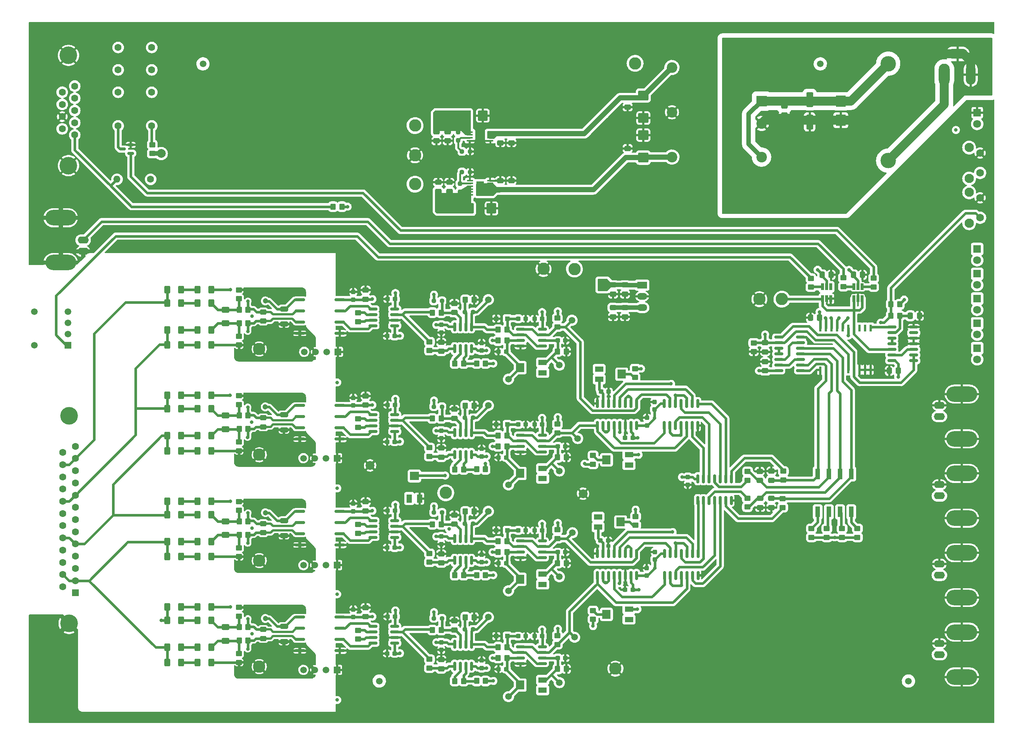
<source format=gtl>
G04 #@! TF.GenerationSoftware,KiCad,Pcbnew,(6.0.11)*
G04 #@! TF.CreationDate,2023-05-29T14:07:06-03:00*
G04 #@! TF.ProjectId,qds-cv,7164732d-6376-42e6-9b69-6361645f7063,rev?*
G04 #@! TF.SameCoordinates,Original*
G04 #@! TF.FileFunction,Copper,L1,Top*
G04 #@! TF.FilePolarity,Positive*
%FSLAX46Y46*%
G04 Gerber Fmt 4.6, Leading zero omitted, Abs format (unit mm)*
G04 Created by KiCad (PCBNEW (6.0.11)) date 2023-05-29 14:07:06*
%MOMM*%
%LPD*%
G01*
G04 APERTURE LIST*
G04 Aperture macros list*
%AMRoundRect*
0 Rectangle with rounded corners*
0 $1 Rounding radius*
0 $2 $3 $4 $5 $6 $7 $8 $9 X,Y pos of 4 corners*
0 Add a 4 corners polygon primitive as box body*
4,1,4,$2,$3,$4,$5,$6,$7,$8,$9,$2,$3,0*
0 Add four circle primitives for the rounded corners*
1,1,$1+$1,$2,$3*
1,1,$1+$1,$4,$5*
1,1,$1+$1,$6,$7*
1,1,$1+$1,$8,$9*
0 Add four rect primitives between the rounded corners*
20,1,$1+$1,$2,$3,$4,$5,0*
20,1,$1+$1,$4,$5,$6,$7,0*
20,1,$1+$1,$6,$7,$8,$9,0*
20,1,$1+$1,$8,$9,$2,$3,0*%
G04 Aperture macros list end*
G04 #@! TA.AperFunction,SMDPad,CuDef*
%ADD10RoundRect,0.250000X0.350000X0.450000X-0.350000X0.450000X-0.350000X-0.450000X0.350000X-0.450000X0*%
G04 #@! TD*
G04 #@! TA.AperFunction,SMDPad,CuDef*
%ADD11RoundRect,0.250000X-0.350000X-0.450000X0.350000X-0.450000X0.350000X0.450000X-0.350000X0.450000X0*%
G04 #@! TD*
G04 #@! TA.AperFunction,SMDPad,CuDef*
%ADD12RoundRect,0.250000X0.450000X-0.350000X0.450000X0.350000X-0.450000X0.350000X-0.450000X-0.350000X0*%
G04 #@! TD*
G04 #@! TA.AperFunction,ComponentPad*
%ADD13C,2.800000*%
G04 #@! TD*
G04 #@! TA.AperFunction,SMDPad,CuDef*
%ADD14RoundRect,0.237500X0.300000X0.237500X-0.300000X0.237500X-0.300000X-0.237500X0.300000X-0.237500X0*%
G04 #@! TD*
G04 #@! TA.AperFunction,SMDPad,CuDef*
%ADD15RoundRect,0.250000X-0.450000X0.350000X-0.450000X-0.350000X0.450000X-0.350000X0.450000X0.350000X0*%
G04 #@! TD*
G04 #@! TA.AperFunction,SMDPad,CuDef*
%ADD16RoundRect,0.237500X0.237500X-0.300000X0.237500X0.300000X-0.237500X0.300000X-0.237500X-0.300000X0*%
G04 #@! TD*
G04 #@! TA.AperFunction,SMDPad,CuDef*
%ADD17C,2.000000*%
G04 #@! TD*
G04 #@! TA.AperFunction,SMDPad,CuDef*
%ADD18R,1.900000X1.300000*%
G04 #@! TD*
G04 #@! TA.AperFunction,SMDPad,CuDef*
%ADD19R,1.900000X2.000000*%
G04 #@! TD*
G04 #@! TA.AperFunction,SMDPad,CuDef*
%ADD20RoundRect,0.250000X0.475000X-0.337500X0.475000X0.337500X-0.475000X0.337500X-0.475000X-0.337500X0*%
G04 #@! TD*
G04 #@! TA.AperFunction,SMDPad,CuDef*
%ADD21RoundRect,0.237500X-0.250000X-0.237500X0.250000X-0.237500X0.250000X0.237500X-0.250000X0.237500X0*%
G04 #@! TD*
G04 #@! TA.AperFunction,SMDPad,CuDef*
%ADD22RoundRect,0.250000X-0.475000X0.337500X-0.475000X-0.337500X0.475000X-0.337500X0.475000X0.337500X0*%
G04 #@! TD*
G04 #@! TA.AperFunction,SMDPad,CuDef*
%ADD23RoundRect,0.250000X-0.925000X0.875000X-0.925000X-0.875000X0.925000X-0.875000X0.925000X0.875000X0*%
G04 #@! TD*
G04 #@! TA.AperFunction,SMDPad,CuDef*
%ADD24RoundRect,0.250000X-0.400000X-0.625000X0.400000X-0.625000X0.400000X0.625000X-0.400000X0.625000X0*%
G04 #@! TD*
G04 #@! TA.AperFunction,SMDPad,CuDef*
%ADD25RoundRect,0.250000X0.400000X0.625000X-0.400000X0.625000X-0.400000X-0.625000X0.400000X-0.625000X0*%
G04 #@! TD*
G04 #@! TA.AperFunction,SMDPad,CuDef*
%ADD26RoundRect,0.237500X-0.300000X-0.237500X0.300000X-0.237500X0.300000X0.237500X-0.300000X0.237500X0*%
G04 #@! TD*
G04 #@! TA.AperFunction,SMDPad,CuDef*
%ADD27RoundRect,0.250000X0.337500X0.475000X-0.337500X0.475000X-0.337500X-0.475000X0.337500X-0.475000X0*%
G04 #@! TD*
G04 #@! TA.AperFunction,ComponentPad*
%ADD28C,4.000000*%
G04 #@! TD*
G04 #@! TA.AperFunction,ComponentPad*
%ADD29C,1.600000*%
G04 #@! TD*
G04 #@! TA.AperFunction,SMDPad,CuDef*
%ADD30RoundRect,0.150000X0.150000X-0.825000X0.150000X0.825000X-0.150000X0.825000X-0.150000X-0.825000X0*%
G04 #@! TD*
G04 #@! TA.AperFunction,ComponentPad*
%ADD31R,1.508000X1.508000*%
G04 #@! TD*
G04 #@! TA.AperFunction,ComponentPad*
%ADD32C,1.508000*%
G04 #@! TD*
G04 #@! TA.AperFunction,SMDPad,CuDef*
%ADD33R,1.000000X1.000000*%
G04 #@! TD*
G04 #@! TA.AperFunction,ComponentPad*
%ADD34C,2.100000*%
G04 #@! TD*
G04 #@! TA.AperFunction,ComponentPad*
%ADD35C,1.750000*%
G04 #@! TD*
G04 #@! TA.AperFunction,ComponentPad*
%ADD36R,1.800000X1.800000*%
G04 #@! TD*
G04 #@! TA.AperFunction,ComponentPad*
%ADD37C,1.800000*%
G04 #@! TD*
G04 #@! TA.AperFunction,ComponentPad*
%ADD38O,2.500000X1.600000*%
G04 #@! TD*
G04 #@! TA.AperFunction,ComponentPad*
%ADD39O,7.000000X3.500000*%
G04 #@! TD*
G04 #@! TA.AperFunction,ComponentPad*
%ADD40R,2.300000X1.500000*%
G04 #@! TD*
G04 #@! TA.AperFunction,ComponentPad*
%ADD41O,2.300000X1.500000*%
G04 #@! TD*
G04 #@! TA.AperFunction,SMDPad,CuDef*
%ADD42RoundRect,0.150000X-0.825000X-0.150000X0.825000X-0.150000X0.825000X0.150000X-0.825000X0.150000X0*%
G04 #@! TD*
G04 #@! TA.AperFunction,SMDPad,CuDef*
%ADD43C,1.500000*%
G04 #@! TD*
G04 #@! TA.AperFunction,SMDPad,CuDef*
%ADD44R,1.397000X0.431800*%
G04 #@! TD*
G04 #@! TA.AperFunction,SMDPad,CuDef*
%ADD45R,1.752600X2.946400*%
G04 #@! TD*
G04 #@! TA.AperFunction,SMDPad,CuDef*
%ADD46R,0.650000X1.560000*%
G04 #@! TD*
G04 #@! TA.AperFunction,SMDPad,CuDef*
%ADD47RoundRect,0.250000X-0.625000X0.400000X-0.625000X-0.400000X0.625000X-0.400000X0.625000X0.400000X0*%
G04 #@! TD*
G04 #@! TA.AperFunction,SMDPad,CuDef*
%ADD48RoundRect,0.150000X0.825000X0.150000X-0.825000X0.150000X-0.825000X-0.150000X0.825000X-0.150000X0*%
G04 #@! TD*
G04 #@! TA.AperFunction,SMDPad,CuDef*
%ADD49RoundRect,0.150000X-0.150000X0.825000X-0.150000X-0.825000X0.150000X-0.825000X0.150000X0.825000X0*%
G04 #@! TD*
G04 #@! TA.AperFunction,SMDPad,CuDef*
%ADD50RoundRect,0.162500X-1.012500X-0.162500X1.012500X-0.162500X1.012500X0.162500X-1.012500X0.162500X0*%
G04 #@! TD*
G04 #@! TA.AperFunction,SMDPad,CuDef*
%ADD51RoundRect,0.237500X-0.237500X0.300000X-0.237500X-0.300000X0.237500X-0.300000X0.237500X0.300000X0*%
G04 #@! TD*
G04 #@! TA.AperFunction,SMDPad,CuDef*
%ADD52RoundRect,0.248478X-0.646022X0.323022X-0.646022X-0.323022X0.646022X-0.323022X0.646022X0.323022X0*%
G04 #@! TD*
G04 #@! TA.AperFunction,SMDPad,CuDef*
%ADD53R,1.300000X1.900000*%
G04 #@! TD*
G04 #@! TA.AperFunction,SMDPad,CuDef*
%ADD54R,2.000000X1.900000*%
G04 #@! TD*
G04 #@! TA.AperFunction,SMDPad,CuDef*
%ADD55RoundRect,0.250000X-0.337500X-0.475000X0.337500X-0.475000X0.337500X0.475000X-0.337500X0.475000X0*%
G04 #@! TD*
G04 #@! TA.AperFunction,ComponentPad*
%ADD56O,1.600000X1.600000*%
G04 #@! TD*
G04 #@! TA.AperFunction,ComponentPad*
%ADD57R,1.600000X1.600000*%
G04 #@! TD*
G04 #@! TA.AperFunction,SMDPad,CuDef*
%ADD58RoundRect,0.237500X-0.237500X0.250000X-0.237500X-0.250000X0.237500X-0.250000X0.237500X0.250000X0*%
G04 #@! TD*
G04 #@! TA.AperFunction,ComponentPad*
%ADD59C,3.500000*%
G04 #@! TD*
G04 #@! TA.AperFunction,SMDPad,CuDef*
%ADD60RoundRect,0.237500X0.237500X-0.250000X0.237500X0.250000X-0.237500X0.250000X-0.237500X-0.250000X0*%
G04 #@! TD*
G04 #@! TA.AperFunction,ComponentPad*
%ADD61R,1.518000X1.518000*%
G04 #@! TD*
G04 #@! TA.AperFunction,ComponentPad*
%ADD62C,1.518000*%
G04 #@! TD*
G04 #@! TA.AperFunction,SMDPad,CuDef*
%ADD63R,0.600000X1.500000*%
G04 #@! TD*
G04 #@! TA.AperFunction,ComponentPad*
%ADD64O,2.500000X5.000000*%
G04 #@! TD*
G04 #@! TA.AperFunction,ComponentPad*
%ADD65O,2.250000X4.500000*%
G04 #@! TD*
G04 #@! TA.AperFunction,ComponentPad*
%ADD66O,4.500000X2.250000*%
G04 #@! TD*
G04 #@! TA.AperFunction,SMDPad,CuDef*
%ADD67RoundRect,0.250000X-0.550000X1.412500X-0.550000X-1.412500X0.550000X-1.412500X0.550000X1.412500X0*%
G04 #@! TD*
G04 #@! TA.AperFunction,SMDPad,CuDef*
%ADD68R,1.450000X0.450000*%
G04 #@! TD*
G04 #@! TA.AperFunction,SMDPad,CuDef*
%ADD69R,1.680000X1.980000*%
G04 #@! TD*
G04 #@! TA.AperFunction,SMDPad,CuDef*
%ADD70RoundRect,0.250000X0.875000X0.925000X-0.875000X0.925000X-0.875000X-0.925000X0.875000X-0.925000X0*%
G04 #@! TD*
G04 #@! TA.AperFunction,SMDPad,CuDef*
%ADD71RoundRect,0.150000X0.587500X0.150000X-0.587500X0.150000X-0.587500X-0.150000X0.587500X-0.150000X0*%
G04 #@! TD*
G04 #@! TA.AperFunction,SMDPad,CuDef*
%ADD72R,2.300000X2.500000*%
G04 #@! TD*
G04 #@! TA.AperFunction,SMDPad,CuDef*
%ADD73RoundRect,0.250000X-0.875000X-0.925000X0.875000X-0.925000X0.875000X0.925000X-0.875000X0.925000X0*%
G04 #@! TD*
G04 #@! TA.AperFunction,SMDPad,CuDef*
%ADD74R,1.120000X2.440000*%
G04 #@! TD*
G04 #@! TA.AperFunction,ComponentPad*
%ADD75R,2.400000X2.400000*%
G04 #@! TD*
G04 #@! TA.AperFunction,ComponentPad*
%ADD76C,2.400000*%
G04 #@! TD*
G04 #@! TA.AperFunction,ViaPad*
%ADD77C,0.800000*%
G04 #@! TD*
G04 #@! TA.AperFunction,ViaPad*
%ADD78C,1.000000*%
G04 #@! TD*
G04 #@! TA.AperFunction,ViaPad*
%ADD79C,0.600000*%
G04 #@! TD*
G04 #@! TA.AperFunction,ViaPad*
%ADD80C,1.200000*%
G04 #@! TD*
G04 #@! TA.AperFunction,ViaPad*
%ADD81C,2.000000*%
G04 #@! TD*
G04 #@! TA.AperFunction,Conductor*
%ADD82C,0.600000*%
G04 #@! TD*
G04 #@! TA.AperFunction,Conductor*
%ADD83C,0.400000*%
G04 #@! TD*
G04 #@! TA.AperFunction,Conductor*
%ADD84C,0.500000*%
G04 #@! TD*
G04 #@! TA.AperFunction,Conductor*
%ADD85C,1.000000*%
G04 #@! TD*
G04 #@! TA.AperFunction,Conductor*
%ADD86C,1.200000*%
G04 #@! TD*
G04 #@! TA.AperFunction,Conductor*
%ADD87C,2.000000*%
G04 #@! TD*
G04 APERTURE END LIST*
D10*
X201520100Y-151516100D03*
X199520100Y-151516100D03*
D11*
X202073000Y-189992000D03*
X204073000Y-189992000D03*
D12*
X237998000Y-121142000D03*
X237998000Y-119142000D03*
D13*
X152781000Y-138684000D03*
D12*
X148196100Y-137773600D03*
X148196100Y-135773600D03*
D14*
X183489600Y-111734600D03*
X181764600Y-111734600D03*
D12*
X148209000Y-127288800D03*
X148209000Y-125288800D03*
D13*
X217240100Y-96523000D03*
D15*
X271638303Y-142408400D03*
X271638303Y-144408400D03*
D11*
X197107100Y-189997100D03*
X199107100Y-189997100D03*
D16*
X194043100Y-110946100D03*
X194043100Y-109221100D03*
X203200000Y-115035500D03*
X203200000Y-113310500D03*
D11*
X197107100Y-117988100D03*
X199107100Y-117988100D03*
D17*
X177900000Y-141100000D03*
D15*
X281474333Y-155402400D03*
X281474333Y-157402400D03*
X191376100Y-185060100D03*
X191376100Y-187060100D03*
D18*
X236611000Y-140977000D03*
D19*
X231511000Y-139827000D03*
D18*
X236611000Y-138677000D03*
D13*
X271300000Y-103378000D03*
D20*
X193353500Y-78947500D03*
X193353500Y-76872500D03*
D10*
X222424300Y-115259800D03*
X220424300Y-115259800D03*
D11*
X202073000Y-141986000D03*
X204073000Y-141986000D03*
D15*
X191376100Y-137054100D03*
X191376100Y-139054100D03*
D21*
X192368600Y-127767100D03*
X194193600Y-127767100D03*
D22*
X235700000Y-100162500D03*
X235700000Y-102237500D03*
D12*
X277876000Y-100648000D03*
X277876000Y-98648000D03*
D20*
X197024300Y-154433200D03*
X197024300Y-152358200D03*
D11*
X148225600Y-132820100D03*
X150225600Y-132820100D03*
D12*
X148209000Y-103285800D03*
X148209000Y-101285800D03*
D23*
X239870000Y-57190000D03*
X239870000Y-62290000D03*
D24*
X138772100Y-110357600D03*
X141872100Y-110357600D03*
D16*
X242464603Y-162438500D03*
X242464603Y-160713500D03*
D22*
X266355103Y-148552500D03*
X266355103Y-150627500D03*
D11*
X206949800Y-182295800D03*
X208949800Y-182295800D03*
D18*
X236611000Y-176029000D03*
D19*
X231511000Y-174879000D03*
D18*
X236611000Y-173729000D03*
D13*
X188100000Y-64000000D03*
D25*
X135027000Y-161798000D03*
X131927000Y-161798000D03*
D15*
X191376100Y-113051100D03*
X191376100Y-115051100D03*
D26*
X211481500Y-107823000D03*
X213206500Y-107823000D03*
D11*
X148225600Y-156823100D03*
X150225600Y-156823100D03*
D27*
X279837500Y-107600000D03*
X277762500Y-107600000D03*
D28*
X109515331Y-48089000D03*
X109515331Y-73089000D03*
D29*
X110935331Y-66129000D03*
X110935331Y-63359000D03*
X110935331Y-60589000D03*
X110935331Y-57819000D03*
X110935331Y-55049000D03*
X108095331Y-64744000D03*
X108095331Y-61974000D03*
X108095331Y-59204000D03*
X108095331Y-56434000D03*
D15*
X220382900Y-107691700D03*
X220382900Y-109691700D03*
D24*
X131927000Y-173222600D03*
X135027000Y-173222600D03*
D30*
X252222000Y-149075000D03*
X253492000Y-149075000D03*
X254762000Y-149075000D03*
X256032000Y-149075000D03*
X257302000Y-149075000D03*
X258572000Y-149075000D03*
X259842000Y-149075000D03*
X259842000Y-144125000D03*
X258572000Y-144125000D03*
X257302000Y-144125000D03*
X256032000Y-144125000D03*
X254762000Y-144125000D03*
X253492000Y-144125000D03*
X252222000Y-144125000D03*
D31*
X170420000Y-139456000D03*
D32*
X167880000Y-139456000D03*
X165340000Y-139456000D03*
X162800000Y-139456000D03*
D33*
X209022000Y-155803600D03*
X206522000Y-155803600D03*
D14*
X183489600Y-183743600D03*
X181764600Y-183743600D03*
D34*
X313757500Y-68992000D03*
X313757500Y-76002000D03*
D35*
X316247500Y-70242000D03*
X316247500Y-74742000D03*
D36*
X315573200Y-97625000D03*
D37*
X315573200Y-100165000D03*
D13*
X233553000Y-187198000D03*
D22*
X267500000Y-113262500D03*
X267500000Y-115337500D03*
D38*
X112832000Y-90000000D03*
X112832000Y-92540000D03*
D39*
X107752000Y-84920000D03*
X107752000Y-95080000D03*
D14*
X216927400Y-179832000D03*
X215202400Y-179832000D03*
D38*
X307014000Y-130000000D03*
X307014000Y-127460000D03*
D39*
X312094000Y-124920000D03*
X312094000Y-135080000D03*
D36*
X315573200Y-108875000D03*
D37*
X315573200Y-111415000D03*
D22*
X153670000Y-130280500D03*
X153670000Y-132355500D03*
D21*
X198745500Y-69871500D03*
X200570500Y-69871500D03*
D40*
X239590500Y-100199500D03*
D41*
X239590500Y-102739500D03*
X239590500Y-105279500D03*
D42*
X178536600Y-105587800D03*
X178536600Y-106857800D03*
X178536600Y-108127800D03*
X178536600Y-109397800D03*
X183486600Y-109397800D03*
X183486600Y-108127800D03*
X183486600Y-106857800D03*
X183486600Y-105587800D03*
D26*
X220460200Y-184779600D03*
X222185200Y-184779600D03*
D43*
X224990000Y-134980000D03*
D11*
X192027100Y-130434100D03*
X194027100Y-130434100D03*
D14*
X183489600Y-135737600D03*
X181764600Y-135737600D03*
D13*
X266192000Y-103378000D03*
D43*
X220827600Y-190347600D03*
D44*
X205141500Y-79730600D03*
X205141500Y-79080359D03*
X205141500Y-78430119D03*
X205141500Y-77779881D03*
X205141500Y-77129641D03*
X205141500Y-76479400D03*
X200541500Y-76479400D03*
X200541500Y-77129641D03*
X200541500Y-77779881D03*
X200541500Y-78430119D03*
X200541500Y-79080359D03*
X200541500Y-79730600D03*
D45*
X202841500Y-78105000D03*
D46*
X287594000Y-103284000D03*
X288544000Y-103284000D03*
X289494000Y-103284000D03*
X289494000Y-100584000D03*
X288544000Y-100584000D03*
X287594000Y-100584000D03*
D47*
X145161000Y-129768000D03*
X145161000Y-132868000D03*
D24*
X138785000Y-101219000D03*
X141885000Y-101219000D03*
D26*
X211481500Y-155829000D03*
X213206500Y-155829000D03*
D11*
X197107100Y-141991100D03*
X199107100Y-141991100D03*
D16*
X242366800Y-128391300D03*
X242366800Y-126666300D03*
D22*
X236310000Y-57722500D03*
X236310000Y-59797500D03*
X209960000Y-65832500D03*
X209960000Y-67907500D03*
D18*
X217040100Y-192076400D03*
D19*
X211940100Y-190926400D03*
D18*
X217040100Y-189776400D03*
D43*
X209296000Y-121539000D03*
D14*
X216927400Y-155829000D03*
X215202400Y-155829000D03*
D20*
X197024300Y-106427200D03*
X197024300Y-104352200D03*
D18*
X217040100Y-120067400D03*
D19*
X211940100Y-118917400D03*
D18*
X217040100Y-117767400D03*
D16*
X194043100Y-182955100D03*
X194043100Y-181230100D03*
D26*
X211481500Y-179832000D03*
X213206500Y-179832000D03*
D11*
X206949800Y-134289800D03*
X208949800Y-134289800D03*
D10*
X298000000Y-104550000D03*
X296000000Y-104550000D03*
X222424300Y-163265800D03*
X220424300Y-163265800D03*
D48*
X301179000Y-117348000D03*
X301179000Y-116078000D03*
X301179000Y-114808000D03*
X301179000Y-113538000D03*
X301179000Y-112268000D03*
X301179000Y-110998000D03*
X301179000Y-109728000D03*
X296229000Y-109728000D03*
X296229000Y-110998000D03*
X296229000Y-112268000D03*
X296229000Y-113538000D03*
X296229000Y-114808000D03*
X296229000Y-116078000D03*
X296229000Y-117348000D03*
D21*
X192368600Y-151770100D03*
X194193600Y-151770100D03*
D12*
X128524000Y-70342000D03*
X128524000Y-68342000D03*
D16*
X174104100Y-127476100D03*
X174104100Y-125751100D03*
D43*
X209296000Y-145542000D03*
D49*
X238309603Y-161101000D03*
X237039603Y-161101000D03*
X235769603Y-161101000D03*
X234499603Y-161101000D03*
X233229603Y-161101000D03*
X231959603Y-161101000D03*
X230689603Y-161101000D03*
X229419603Y-161101000D03*
X229419603Y-166051000D03*
X230689603Y-166051000D03*
X231959603Y-166051000D03*
X233229603Y-166051000D03*
X234499603Y-166051000D03*
X235769603Y-166051000D03*
X237039603Y-166051000D03*
X238309603Y-166051000D03*
D12*
X263510303Y-144459200D03*
X263510303Y-142459200D03*
D11*
X148225600Y-177778100D03*
X150225600Y-177778100D03*
D22*
X195494000Y-65405000D03*
X195494000Y-67480000D03*
D24*
X131927000Y-149219600D03*
X135027000Y-149219600D03*
D43*
X204724000Y-127508000D03*
D24*
X131927000Y-176270600D03*
X135027000Y-176270600D03*
D16*
X203200000Y-187044500D03*
X203200000Y-185319500D03*
D23*
X239860000Y-66170000D03*
X239860000Y-71270000D03*
D20*
X194043100Y-187224600D03*
X194043100Y-185149600D03*
D11*
X148225600Y-105769100D03*
X150225600Y-105769100D03*
D15*
X264900000Y-113300000D03*
X264900000Y-115300000D03*
D33*
X209022000Y-131800600D03*
X206522000Y-131800600D03*
D15*
X284945666Y-155402400D03*
X284945666Y-157402400D03*
D24*
X131927000Y-104261600D03*
X135027000Y-104261600D03*
D20*
X194043100Y-163221600D03*
X194043100Y-161146600D03*
D49*
X200875700Y-109660600D03*
X199605700Y-109660600D03*
X198335700Y-109660600D03*
X197065700Y-109660600D03*
X197065700Y-114610600D03*
X198335700Y-114610600D03*
X199605700Y-114610600D03*
X200875700Y-114610600D03*
D22*
X153670000Y-154283500D03*
X153670000Y-156358500D03*
D33*
X209022000Y-107797600D03*
X206522000Y-107797600D03*
D14*
X232002500Y-124333000D03*
X230277500Y-124333000D03*
D26*
X220460200Y-136773600D03*
X222185200Y-136773600D03*
D10*
X298000000Y-107150000D03*
X296000000Y-107150000D03*
D24*
X131927000Y-158363600D03*
X135027000Y-158363600D03*
D21*
X199413800Y-130292200D03*
X201238800Y-130292200D03*
D50*
X161972000Y-103505000D03*
X161972000Y-106045000D03*
X161972000Y-108585000D03*
X161972000Y-111125000D03*
X171022000Y-111125000D03*
X171022000Y-108585000D03*
X171022000Y-106045000D03*
X171022000Y-103505000D03*
D51*
X249936000Y-143737500D03*
X249936000Y-145462500D03*
D24*
X138772100Y-182366600D03*
X141872100Y-182366600D03*
X131927000Y-110357600D03*
X135027000Y-110357600D03*
D49*
X200875700Y-181669600D03*
X199605700Y-181669600D03*
X198335700Y-181669600D03*
X197065700Y-181669600D03*
X197065700Y-186619600D03*
X198335700Y-186619600D03*
X199605700Y-186619600D03*
X200875700Y-186619600D03*
D52*
X158374500Y-177609500D03*
X158374500Y-181038500D03*
D15*
X220382900Y-131694700D03*
X220382900Y-133694700D03*
D13*
X152781000Y-186740800D03*
D27*
X297709500Y-119634000D03*
X295634500Y-119634000D03*
D48*
X275524400Y-119614700D03*
X275524400Y-118344700D03*
X275524400Y-117074700D03*
X275524400Y-115804700D03*
X275524400Y-114534700D03*
X275524400Y-113264700D03*
X275524400Y-111994700D03*
X270574400Y-111994700D03*
X270574400Y-113264700D03*
X270574400Y-114534700D03*
X270574400Y-115804700D03*
X270574400Y-117074700D03*
X270574400Y-118344700D03*
X270574400Y-119614700D03*
D26*
X235738500Y-169291000D03*
X237463500Y-169291000D03*
D13*
X195072000Y-147320000D03*
D16*
X194043100Y-158952100D03*
X194043100Y-157227100D03*
D14*
X183590100Y-103352600D03*
X181865100Y-103352600D03*
D16*
X203200000Y-163041500D03*
X203200000Y-161316500D03*
D24*
X131927000Y-134360600D03*
X135027000Y-134360600D03*
D18*
X217040100Y-168073400D03*
D19*
X211940100Y-166923400D03*
D18*
X217040100Y-165773400D03*
D14*
X216927400Y-131826000D03*
X215202400Y-131826000D03*
D11*
X202073000Y-165989000D03*
X204073000Y-165989000D03*
D25*
X135027000Y-185801000D03*
X131927000Y-185801000D03*
D43*
X209296000Y-169545000D03*
D53*
X186810000Y-148600000D03*
D54*
X187960000Y-143500000D03*
D53*
X189110000Y-148600000D03*
D24*
X131927000Y-101213600D03*
X135027000Y-101213600D03*
D42*
X212015100Y-134233600D03*
X212015100Y-135503600D03*
X212015100Y-136773600D03*
X212015100Y-138043600D03*
X216965100Y-138043600D03*
X216965100Y-136773600D03*
X216965100Y-135503600D03*
X216965100Y-134233600D03*
D55*
X287506500Y-97870000D03*
X289581500Y-97870000D03*
D24*
X138772100Y-128264600D03*
X141872100Y-128264600D03*
D22*
X207440000Y-65832500D03*
X207440000Y-67907500D03*
D18*
X229860000Y-119246000D03*
D19*
X234960000Y-120396000D03*
D18*
X229860000Y-121546000D03*
D22*
X192954000Y-65405000D03*
X192954000Y-67480000D03*
D12*
X175144200Y-180501800D03*
X175144200Y-178501800D03*
D36*
X315573200Y-103250000D03*
D37*
X315573200Y-105790000D03*
D15*
X288417000Y-155402400D03*
X288417000Y-157402400D03*
D24*
X131927000Y-152267600D03*
X135027000Y-152267600D03*
D15*
X220382900Y-155697700D03*
X220382900Y-157697700D03*
D30*
X244654603Y-166051000D03*
X245924603Y-166051000D03*
X247194603Y-166051000D03*
X248464603Y-166051000D03*
X249734603Y-166051000D03*
X251004603Y-166051000D03*
X252274603Y-166051000D03*
X252274603Y-161101000D03*
X251004603Y-161101000D03*
X249734603Y-161101000D03*
X248464603Y-161101000D03*
X247194603Y-161101000D03*
X245924603Y-161101000D03*
X244654603Y-161101000D03*
D22*
X236310000Y-69182500D03*
X236310000Y-71257500D03*
D17*
X226200000Y-147500000D03*
D11*
X148225600Y-153775100D03*
X150225600Y-153775100D03*
D14*
X216927400Y-107823000D03*
X215202400Y-107823000D03*
D13*
X152781000Y-162687000D03*
D42*
X178536600Y-129590800D03*
X178536600Y-130860800D03*
X178536600Y-132130800D03*
X178536600Y-133400800D03*
X183486600Y-133400800D03*
X183486600Y-132130800D03*
X183486600Y-130860800D03*
X183486600Y-129590800D03*
D34*
X313757500Y-79152000D03*
X313757500Y-86162000D03*
D35*
X316247500Y-80402000D03*
X316247500Y-84902000D03*
D10*
X201520100Y-175519100D03*
X199520100Y-175519100D03*
D49*
X200875700Y-133663600D03*
X199605700Y-133663600D03*
X198335700Y-133663600D03*
X197065700Y-133663600D03*
X197065700Y-138613600D03*
X198335700Y-138613600D03*
X199605700Y-138613600D03*
X200875700Y-138613600D03*
D21*
X192368600Y-175773100D03*
X194193600Y-175773100D03*
D50*
X161972000Y-127508000D03*
X161972000Y-130048000D03*
X161972000Y-132588000D03*
X161972000Y-135128000D03*
X171022000Y-135128000D03*
X171022000Y-132588000D03*
X171022000Y-130048000D03*
X171022000Y-127508000D03*
D14*
X183590100Y-151358600D03*
X181865100Y-151358600D03*
D15*
X278003000Y-155402400D03*
X278003000Y-157402400D03*
D22*
X153670000Y-106277500D03*
X153670000Y-108352500D03*
D15*
X228473000Y-138827000D03*
X228473000Y-140827000D03*
D25*
X141885000Y-185801000D03*
X138785000Y-185801000D03*
D20*
X176898100Y-127397100D03*
X176898100Y-125322100D03*
D16*
X240665000Y-166089500D03*
X240665000Y-164364500D03*
D11*
X202073000Y-117983000D03*
X204073000Y-117983000D03*
D14*
X183590100Y-175361600D03*
X181865100Y-175361600D03*
D18*
X229606000Y-152774000D03*
D19*
X234706000Y-153924000D03*
D18*
X229606000Y-155074000D03*
D20*
X268945903Y-144445900D03*
X268945903Y-142370900D03*
D13*
X188100000Y-77300000D03*
D15*
X228473000Y-174006000D03*
X228473000Y-176006000D03*
D29*
X128143000Y-76200000D03*
D56*
X120523000Y-76200000D03*
D36*
X315573200Y-92000000D03*
D37*
X315573200Y-94540000D03*
D28*
X109642331Y-176930000D03*
X109642331Y-129830000D03*
D57*
X111062331Y-170000000D03*
D29*
X111062331Y-167230000D03*
X111062331Y-164460000D03*
X111062331Y-161690000D03*
X111062331Y-158920000D03*
X111062331Y-156150000D03*
X111062331Y-153380000D03*
X111062331Y-150610000D03*
X111062331Y-147840000D03*
X111062331Y-145070000D03*
X111062331Y-142300000D03*
X111062331Y-139530000D03*
X111062331Y-136760000D03*
X108222331Y-168615000D03*
X108222331Y-165845000D03*
X108222331Y-163075000D03*
X108222331Y-160305000D03*
X108222331Y-157535000D03*
X108222331Y-154765000D03*
X108222331Y-151995000D03*
X108222331Y-149225000D03*
X108222331Y-146455000D03*
X108222331Y-143685000D03*
X108222331Y-140915000D03*
X108222331Y-138145000D03*
D50*
X161972000Y-151511000D03*
X161972000Y-154051000D03*
X161972000Y-156591000D03*
X161972000Y-159131000D03*
X171022000Y-159131000D03*
X171022000Y-156591000D03*
X171022000Y-154051000D03*
X171022000Y-151511000D03*
D10*
X171500000Y-82400000D03*
X169500000Y-82400000D03*
D11*
X192027100Y-154437100D03*
X194027100Y-154437100D03*
D58*
X197888500Y-65530000D03*
X197888500Y-67355000D03*
D12*
X292100000Y-100600000D03*
X292100000Y-98600000D03*
D11*
X206949800Y-110286800D03*
X208949800Y-110286800D03*
D10*
X208936900Y-184779600D03*
X206936900Y-184779600D03*
D59*
X295402000Y-71960000D03*
X295402000Y-49960000D03*
D12*
X148196100Y-161776600D03*
X148196100Y-159776600D03*
D14*
X208774000Y-115285200D03*
X207049000Y-115285200D03*
D24*
X138785000Y-149225000D03*
X141885000Y-149225000D03*
D46*
X280482000Y-103284000D03*
X281432000Y-103284000D03*
X282382000Y-103284000D03*
X282382000Y-100584000D03*
X281432000Y-100584000D03*
X280482000Y-100584000D03*
D60*
X198288000Y-79017500D03*
X198288000Y-77192500D03*
D13*
X152781000Y-114681000D03*
D43*
X209296000Y-193548000D03*
D22*
X233000000Y-105300000D03*
X233000000Y-107375000D03*
D24*
X138772100Y-158363600D03*
X141872100Y-158363600D03*
D61*
X109416500Y-113810000D03*
D62*
X109416500Y-111270000D03*
X109416500Y-108730000D03*
X109416500Y-106190000D03*
X101796500Y-106190000D03*
X101796500Y-113810000D03*
D10*
X208936900Y-112770600D03*
X206936900Y-112770600D03*
D63*
X279978100Y-119411700D03*
X281248100Y-119411700D03*
X282518100Y-119411700D03*
X283788100Y-119411700D03*
X285058100Y-119411700D03*
X286328100Y-119411700D03*
X287598100Y-119411700D03*
X288868100Y-119411700D03*
X290138100Y-119411700D03*
X291408100Y-119411700D03*
X291408100Y-109911700D03*
X290138100Y-109911700D03*
X288868100Y-109911700D03*
X287598100Y-109911700D03*
X286328100Y-109911700D03*
X285058100Y-109911700D03*
X283788100Y-109911700D03*
X282518100Y-109911700D03*
X281248100Y-109911700D03*
X279978100Y-109911700D03*
D12*
X148209000Y-175294800D03*
X148209000Y-173294800D03*
D14*
X183590100Y-127355600D03*
X181865100Y-127355600D03*
D42*
X212015100Y-110230600D03*
X212015100Y-111500600D03*
X212015100Y-112770600D03*
X212015100Y-114040600D03*
X216965100Y-114040600D03*
X216965100Y-112770600D03*
X216965100Y-111500600D03*
X216965100Y-110230600D03*
D64*
X308115500Y-52451000D03*
D65*
X314115500Y-52451000D03*
D66*
X311115500Y-47751000D03*
D67*
X277600000Y-58112500D03*
X277600000Y-63187500D03*
D22*
X153670000Y-178286500D03*
X153670000Y-180361500D03*
D16*
X203200000Y-139038500D03*
X203200000Y-137313500D03*
D22*
X271850000Y-59562500D03*
X271850000Y-61637500D03*
D50*
X161972000Y-175514000D03*
X161972000Y-178054000D03*
X161972000Y-180594000D03*
X161972000Y-183134000D03*
X171022000Y-183134000D03*
X171022000Y-180594000D03*
X171022000Y-178054000D03*
X171022000Y-175514000D03*
D68*
X200501500Y-65467500D03*
X200501500Y-66117500D03*
X200501500Y-66767500D03*
X200501500Y-67417500D03*
X205181500Y-67417500D03*
X205181500Y-66767500D03*
X205181500Y-66117500D03*
X205181500Y-65467500D03*
D69*
X202841500Y-66442500D03*
D20*
X197024300Y-130430200D03*
X197024300Y-128355200D03*
D70*
X205416500Y-82804000D03*
X200316500Y-82804000D03*
D29*
X128397000Y-56442500D03*
X128397000Y-51362500D03*
X128397000Y-46282500D03*
X120777000Y-56442500D03*
X120777000Y-51362500D03*
X120777000Y-46282500D03*
X128397000Y-64062500D03*
X120777000Y-64062500D03*
D26*
X220460200Y-112770600D03*
X222185200Y-112770600D03*
D16*
X174104100Y-175482100D03*
X174104100Y-173757100D03*
D24*
X131927000Y-128264600D03*
X135027000Y-128264600D03*
D25*
X141885000Y-161798000D03*
X138785000Y-161798000D03*
D49*
X200875700Y-157666600D03*
X199605700Y-157666600D03*
X198335700Y-157666600D03*
X197065700Y-157666600D03*
X197065700Y-162616600D03*
X198335700Y-162616600D03*
X199605700Y-162616600D03*
X200875700Y-162616600D03*
D10*
X208936900Y-160776600D03*
X206936900Y-160776600D03*
D20*
X197024300Y-178436200D03*
X197024300Y-176361200D03*
D31*
X170420000Y-163713000D03*
D32*
X167880000Y-163713000D03*
X165340000Y-163713000D03*
X162800000Y-163713000D03*
D11*
X206949800Y-158292800D03*
X208949800Y-158292800D03*
D33*
X209022000Y-179806600D03*
X206522000Y-179806600D03*
D55*
X300412500Y-107150000D03*
X302487500Y-107150000D03*
D36*
X315573200Y-61087000D03*
D37*
X315573200Y-63627000D03*
D10*
X201520100Y-127513100D03*
X199520100Y-127513100D03*
D16*
X194043100Y-134949100D03*
X194043100Y-133224100D03*
D49*
X238379000Y-127065000D03*
X237109000Y-127065000D03*
X235839000Y-127065000D03*
X234569000Y-127065000D03*
X233299000Y-127065000D03*
X232029000Y-127065000D03*
X230759000Y-127065000D03*
X229489000Y-127065000D03*
X229489000Y-132015000D03*
X230759000Y-132015000D03*
X232029000Y-132015000D03*
X233299000Y-132015000D03*
X234569000Y-132015000D03*
X235839000Y-132015000D03*
X237109000Y-132015000D03*
X238379000Y-132015000D03*
D12*
X285242000Y-100521000D03*
X285242000Y-98521000D03*
D42*
X178536600Y-153593800D03*
X178536600Y-154863800D03*
X178536600Y-156133800D03*
X178536600Y-157403800D03*
X183486600Y-157403800D03*
X183486600Y-156133800D03*
X183486600Y-154863800D03*
X183486600Y-153593800D03*
D10*
X208936900Y-136773600D03*
X206936900Y-136773600D03*
D14*
X183489600Y-159740600D03*
X181764600Y-159740600D03*
D43*
X224282000Y-180086000D03*
D21*
X199413800Y-154295200D03*
X201238800Y-154295200D03*
D20*
X267500000Y-119637500D03*
X267500000Y-117562500D03*
D25*
X141885000Y-113792000D03*
X138785000Y-113792000D03*
D20*
X176898100Y-103394100D03*
X176898100Y-101319100D03*
D24*
X138785000Y-125222000D03*
X141885000Y-125222000D03*
D26*
X220460200Y-160776600D03*
X222185200Y-160776600D03*
D71*
X123619500Y-70292000D03*
X123619500Y-68392000D03*
X121744500Y-69342000D03*
D43*
X204724000Y-151511000D03*
X300000000Y-190000000D03*
D20*
X176898100Y-175403100D03*
X176898100Y-173328100D03*
D21*
X199413800Y-106289200D03*
X201238800Y-106289200D03*
D38*
X307014000Y-166000000D03*
D39*
X312094000Y-171080000D03*
D38*
X307014000Y-163460000D03*
D39*
X312094000Y-160920000D03*
D11*
X148225600Y-180826100D03*
X150225600Y-180826100D03*
D20*
X194043100Y-115215600D03*
X194043100Y-113140600D03*
D24*
X131927000Y-182366600D03*
X135027000Y-182366600D03*
D52*
X158374500Y-105600500D03*
X158374500Y-109029500D03*
D10*
X222424300Y-187268800D03*
X220424300Y-187268800D03*
D20*
X195900000Y-78947500D03*
X195900000Y-76872500D03*
D47*
X145161000Y-177774000D03*
X145161000Y-180874000D03*
D72*
X284650000Y-58500000D03*
X284650000Y-62800000D03*
D10*
X201520100Y-103510100D03*
X199520100Y-103510100D03*
D20*
X194043100Y-139218600D03*
X194043100Y-137143600D03*
D73*
X198384500Y-61743500D03*
X203484500Y-61743500D03*
D12*
X148196100Y-185779600D03*
X148196100Y-183779600D03*
D43*
X180000000Y-190000000D03*
D74*
X279400000Y-151625000D03*
X281940000Y-151625000D03*
X284480000Y-151625000D03*
X287020000Y-151625000D03*
X287020000Y-143015000D03*
X284480000Y-143015000D03*
X281940000Y-143015000D03*
X279400000Y-143015000D03*
D47*
X145161000Y-105765000D03*
X145161000Y-108865000D03*
D24*
X131927000Y-125216600D03*
X135027000Y-125216600D03*
D52*
X158374500Y-153606500D03*
X158374500Y-157035500D03*
D22*
X233000000Y-100162500D03*
X233000000Y-102237500D03*
X268895103Y-148552500D03*
X268895103Y-150627500D03*
D12*
X175144200Y-132495800D03*
X175144200Y-130495800D03*
D36*
X315573200Y-114500000D03*
D37*
X315573200Y-117040000D03*
D42*
X178536600Y-177596800D03*
X178536600Y-178866800D03*
X178536600Y-180136800D03*
X178536600Y-181406800D03*
X183486600Y-181406800D03*
X183486600Y-180136800D03*
X183486600Y-178866800D03*
X183486600Y-177596800D03*
D24*
X138772100Y-176270600D03*
X141872100Y-176270600D03*
D20*
X209960000Y-78567500D03*
X209960000Y-76492500D03*
D26*
X235738500Y-134874000D03*
X237463500Y-134874000D03*
D25*
X141885000Y-137795000D03*
X138785000Y-137795000D03*
D12*
X148196100Y-113770600D03*
X148196100Y-111770600D03*
D20*
X176898100Y-151400100D03*
X176898100Y-149325100D03*
D13*
X238000000Y-49900000D03*
D43*
X204724000Y-175514000D03*
D21*
X198754000Y-74549000D03*
X200579000Y-74549000D03*
D31*
X170423100Y-187470000D03*
D32*
X167883100Y-187470000D03*
X165343100Y-187470000D03*
X162803100Y-187470000D03*
D16*
X240690400Y-132028100D03*
X240690400Y-130303100D03*
D25*
X135027000Y-137795000D03*
X131927000Y-137795000D03*
D43*
X220827600Y-118338600D03*
D14*
X208774000Y-163291200D03*
X207049000Y-163291200D03*
D24*
X138772100Y-134360600D03*
X141872100Y-134360600D03*
D43*
X280000000Y-50000000D03*
D11*
X148225600Y-129772100D03*
X150225600Y-129772100D03*
D55*
X280394500Y-97870000D03*
X282469500Y-97870000D03*
D43*
X223790000Y-156360000D03*
D42*
X212015100Y-158236600D03*
X212015100Y-159506600D03*
X212015100Y-160776600D03*
X212015100Y-162046600D03*
X216965100Y-162046600D03*
X216965100Y-160776600D03*
X216965100Y-159506600D03*
X216965100Y-158236600D03*
D11*
X197107100Y-165994100D03*
X199107100Y-165994100D03*
D14*
X208774000Y-187294200D03*
X207049000Y-187294200D03*
D16*
X174104100Y-151479100D03*
X174104100Y-149754100D03*
D15*
X220382900Y-179700700D03*
X220382900Y-181700700D03*
D12*
X148209000Y-151291800D03*
X148209000Y-149291800D03*
D11*
X192027100Y-106431100D03*
X194027100Y-106431100D03*
X192027100Y-178440100D03*
X194027100Y-178440100D03*
D14*
X231875500Y-158115000D03*
X230150500Y-158115000D03*
D24*
X138772100Y-104261600D03*
X141872100Y-104261600D03*
D12*
X175144200Y-108492800D03*
X175144200Y-106492800D03*
D43*
X140000000Y-50000000D03*
D12*
X271485903Y-150640800D03*
X271485903Y-148640800D03*
X175144200Y-156498800D03*
X175144200Y-154498800D03*
D38*
X307014000Y-184000000D03*
D39*
X312094000Y-189080000D03*
D38*
X307014000Y-181460000D03*
D39*
X312094000Y-178920000D03*
D25*
X135027000Y-113792000D03*
X131927000Y-113792000D03*
D14*
X208774000Y-139288200D03*
X207049000Y-139288200D03*
D52*
X158374500Y-129603500D03*
X158374500Y-133032500D03*
D43*
X204724000Y-103505000D03*
D21*
X199413800Y-178298200D03*
X201238800Y-178298200D03*
D20*
X207440000Y-78567500D03*
X207440000Y-76492500D03*
D24*
X138785000Y-173228000D03*
X141885000Y-173228000D03*
D43*
X220827600Y-142341600D03*
D13*
X188100000Y-70750000D03*
D24*
X138772100Y-152267600D03*
X141872100Y-152267600D03*
D43*
X223690000Y-108160000D03*
D38*
X307014000Y-148000000D03*
D39*
X312094000Y-142920000D03*
D38*
X307014000Y-145460000D03*
D39*
X312094000Y-153080000D03*
D22*
X235700000Y-105300000D03*
X235700000Y-107375000D03*
D16*
X174104100Y-103473100D03*
X174104100Y-101748100D03*
D20*
X266253503Y-144496700D03*
X266253503Y-142421700D03*
D11*
X148225600Y-108817100D03*
X150225600Y-108817100D03*
D10*
X222424300Y-139262800D03*
X220424300Y-139262800D03*
D75*
X266670000Y-58440000D03*
D76*
X266670000Y-63520000D03*
X266670000Y-71140000D03*
X246350000Y-50820000D03*
X246350000Y-60980000D03*
X246350000Y-71140000D03*
D15*
X191376100Y-161057100D03*
X191376100Y-163057100D03*
D12*
X238125000Y-154670000D03*
X238125000Y-152670000D03*
D18*
X217040100Y-144070400D03*
D19*
X211940100Y-142920400D03*
D18*
X217040100Y-141770400D03*
D47*
X145161000Y-153771000D03*
X145161000Y-156871000D03*
D42*
X212015100Y-182239600D03*
X212015100Y-183509600D03*
X212015100Y-184779600D03*
X212015100Y-186049600D03*
X216965100Y-186049600D03*
X216965100Y-184779600D03*
X216965100Y-183509600D03*
X216965100Y-182239600D03*
D30*
X244576600Y-132015000D03*
X245846600Y-132015000D03*
X247116600Y-132015000D03*
X248386600Y-132015000D03*
X249656600Y-132015000D03*
X250926600Y-132015000D03*
X252196600Y-132015000D03*
X252196600Y-127065000D03*
X250926600Y-127065000D03*
X249656600Y-127065000D03*
X248386600Y-127065000D03*
X247116600Y-127065000D03*
X245846600Y-127065000D03*
X244576600Y-127065000D03*
D15*
X263459503Y-148539200D03*
X263459503Y-150539200D03*
D43*
X220827600Y-166344600D03*
D21*
X192368600Y-103764100D03*
X194193600Y-103764100D03*
D13*
X224250000Y-96550000D03*
D26*
X211481500Y-131826000D03*
X213206500Y-131826000D03*
D31*
X170598000Y-115326000D03*
D32*
X168058000Y-115326000D03*
X165518000Y-115326000D03*
X162978000Y-115326000D03*
D77*
X196370000Y-61800000D03*
X204316500Y-115035500D03*
X204316500Y-187044500D03*
X195819162Y-155513600D03*
X183642000Y-125984000D03*
X193370000Y-63300000D03*
X216916000Y-178308000D03*
X216916000Y-106299000D03*
X204316500Y-163041500D03*
X194870000Y-61800000D03*
X183642000Y-101981000D03*
X216916000Y-154305000D03*
X196370000Y-63300000D03*
X194870000Y-63300000D03*
X183642000Y-173990000D03*
X183642000Y-149987000D03*
X204316500Y-139038500D03*
X216916000Y-130302000D03*
X193370000Y-61800000D03*
X214190000Y-132940000D03*
D78*
X270000000Y-198500000D03*
D77*
X240411000Y-127762000D03*
D78*
X290000000Y-41500000D03*
X275000000Y-198500000D03*
D77*
X171310100Y-101565700D03*
D78*
X245000000Y-198500000D03*
X210000000Y-41500000D03*
X135000000Y-198500000D03*
X305000000Y-198500000D03*
D77*
X265500000Y-117200000D03*
X214160000Y-156960000D03*
D78*
X270000000Y-41500000D03*
X170000000Y-198500000D03*
D77*
X240411000Y-161671000D03*
D78*
X145000000Y-198500000D03*
D77*
X205010000Y-131840000D03*
D78*
X267474667Y-161900000D03*
X310000000Y-41500000D03*
X130000000Y-41500000D03*
X263749334Y-161900000D03*
X125000000Y-198500000D03*
X115000000Y-41500000D03*
X237949334Y-146400000D03*
X135000000Y-41500000D03*
X267474667Y-158598000D03*
X185000000Y-198500000D03*
X170000000Y-41500000D03*
X145000000Y-41500000D03*
D77*
X276500000Y-107600000D03*
X212020000Y-139590000D03*
D78*
X130000000Y-198500000D03*
X150000000Y-198500000D03*
D77*
X171310100Y-173603600D03*
X293500000Y-117200000D03*
X204990000Y-107850000D03*
D78*
X215000000Y-41500000D03*
D77*
X253238000Y-133350000D03*
D78*
X267474667Y-165200000D03*
D77*
X214200000Y-180960000D03*
X228346000Y-159766000D03*
D78*
X175000000Y-198500000D03*
D79*
X202441500Y-65940000D03*
D78*
X150000000Y-41500000D03*
D79*
X202441500Y-66940000D03*
D77*
X212000000Y-115600000D03*
D78*
X240000000Y-41500000D03*
X263749334Y-165200000D03*
X230000000Y-41500000D03*
X225000000Y-198500000D03*
X165000000Y-198500000D03*
X271200000Y-165200000D03*
X180000000Y-41500000D03*
X120000000Y-41500000D03*
X205000000Y-198500000D03*
X225000000Y-41500000D03*
D77*
X261366000Y-151130000D03*
D78*
X180000000Y-198500000D03*
X205000000Y-41500000D03*
D77*
X253746000Y-146558000D03*
X303400000Y-109250000D03*
D78*
X220000000Y-41500000D03*
X195000000Y-198500000D03*
X120000000Y-198500000D03*
X105000000Y-198500000D03*
X200000000Y-41500000D03*
D77*
X205020000Y-179860000D03*
D78*
X235000000Y-41500000D03*
X220000000Y-198500000D03*
X115000000Y-198500000D03*
X280000000Y-41500000D03*
X260000000Y-198500000D03*
D79*
X203241500Y-66940000D03*
D78*
X295000000Y-41500000D03*
X140000000Y-41500000D03*
D77*
X267589000Y-140843000D03*
D78*
X175000000Y-41500000D03*
X155000000Y-41500000D03*
X241674667Y-146400000D03*
D77*
X288050000Y-95450000D03*
D78*
X105000000Y-41500000D03*
X300000000Y-41500000D03*
X160000000Y-41500000D03*
D77*
X293500000Y-118400000D03*
D78*
X265000000Y-198500000D03*
X300000000Y-198500000D03*
D77*
X277650000Y-113157000D03*
D78*
X195000000Y-41500000D03*
X110000000Y-41500000D03*
D77*
X171310100Y-149600600D03*
D78*
X200000000Y-198500000D03*
X315000000Y-41500000D03*
X210000000Y-198500000D03*
X310000000Y-198500000D03*
X235000000Y-198500000D03*
X255000000Y-41500000D03*
X160000000Y-198500000D03*
X190000000Y-198500000D03*
X295000000Y-198500000D03*
X285000000Y-41500000D03*
X275000000Y-41500000D03*
X250000000Y-41500000D03*
X285000000Y-198500000D03*
D77*
X212030000Y-187610000D03*
D78*
X290000000Y-198500000D03*
D77*
X211990000Y-163610000D03*
D78*
X255000000Y-198500000D03*
X165000000Y-41500000D03*
X280000000Y-198500000D03*
X251968000Y-114046000D03*
X125000000Y-41500000D03*
X263749334Y-158598000D03*
X245400000Y-146400000D03*
X155000000Y-198500000D03*
X250000000Y-198500000D03*
D77*
X228346000Y-125730000D03*
D78*
X315000000Y-198500000D03*
D79*
X203241500Y-65940000D03*
D78*
X215000000Y-198500000D03*
X185000000Y-41500000D03*
X265000000Y-41500000D03*
X245000000Y-41500000D03*
X240000000Y-198500000D03*
X271200000Y-161900000D03*
X110000000Y-198500000D03*
D77*
X253492000Y-165989000D03*
X285200000Y-104100000D03*
D78*
X190000000Y-41500000D03*
X140000000Y-198500000D03*
X260000000Y-41500000D03*
D77*
X204980000Y-155860000D03*
X214170000Y-108950000D03*
D78*
X271200000Y-158598000D03*
X255693333Y-114046000D03*
X230000000Y-198500000D03*
X305000000Y-41500000D03*
X248242667Y-114046000D03*
D77*
X150215600Y-103831700D03*
X150162500Y-110687400D03*
X192913000Y-157226000D03*
X184700000Y-135700000D03*
X193800000Y-82490000D03*
X196800000Y-80990000D03*
X193800000Y-80990000D03*
X184700000Y-159700000D03*
X195300000Y-80990000D03*
X192913000Y-109220000D03*
X192913000Y-181229000D03*
X184700000Y-183700000D03*
X195300000Y-82490000D03*
X192913000Y-133223000D03*
X196800000Y-82490000D03*
X184700000Y-111700000D03*
X151103000Y-107259100D03*
X146200000Y-101190100D03*
D80*
X154152600Y-103780900D03*
D78*
X158318200Y-114753700D03*
D77*
X159969200Y-110207100D03*
X152831800Y-101850500D03*
D78*
X156768800Y-114728300D03*
D77*
X154127200Y-101850500D03*
X155575000Y-101850500D03*
D78*
X156743400Y-116150700D03*
X158318200Y-116150700D03*
D77*
X156921200Y-101850500D03*
X242386600Y-130334803D03*
X236397800Y-159497800D03*
X279837500Y-106262500D03*
X266112000Y-119612000D03*
X220472000Y-130126500D03*
X286528029Y-96728029D03*
X205679000Y-136779000D03*
X220472000Y-106123500D03*
X238125000Y-151130000D03*
X239348000Y-119142000D03*
X205700000Y-184785000D03*
X220472000Y-154129500D03*
X226568000Y-140716000D03*
X236474000Y-125476000D03*
X220472000Y-178132500D03*
X205700000Y-112776000D03*
X248639500Y-143737500D03*
X178435000Y-151384000D03*
X279400000Y-96700000D03*
X172800000Y-82400000D03*
X228473000Y-177546000D03*
X231317800Y-167665400D03*
X178435000Y-103378000D03*
X205682000Y-160782000D03*
X231394000Y-133477000D03*
X299025000Y-103475000D03*
X178435000Y-127381000D03*
X310750000Y-65000000D03*
X283287600Y-157402400D03*
X297650000Y-121000000D03*
X178435000Y-175387000D03*
X242464603Y-164410403D03*
X238633000Y-134874000D03*
X238760000Y-138684000D03*
X205867000Y-117983000D03*
X293700000Y-108700000D03*
X267500000Y-111400000D03*
X281178000Y-107696000D03*
X282448000Y-107696000D03*
X284226000Y-107696000D03*
X286258000Y-107696000D03*
X286385000Y-111633000D03*
X130550600Y-176270600D03*
X192405000Y-150368000D03*
X192405000Y-174371000D03*
X192405000Y-126365000D03*
X192405000Y-102362000D03*
X194945000Y-143383000D03*
X170466800Y-146286000D03*
D81*
X130542000Y-70358000D03*
D77*
X170455500Y-170307000D03*
X170434000Y-194310000D03*
X170434000Y-122272100D03*
D78*
X230400000Y-99650000D03*
X231400000Y-99650000D03*
X230400000Y-100650000D03*
X231400000Y-100650000D03*
D77*
X246154797Y-122595600D03*
X248285000Y-134239000D03*
X150192600Y-127863600D03*
X150139500Y-134719300D03*
D80*
X154129600Y-127812800D03*
D77*
X146177000Y-125222000D03*
X151080000Y-131291000D03*
D78*
X156745800Y-138760200D03*
D77*
X156898200Y-125882400D03*
X155552000Y-125882400D03*
X152808800Y-125882400D03*
D78*
X158295200Y-140182600D03*
D77*
X159946200Y-134239000D03*
X154104200Y-125882400D03*
D78*
X158295200Y-138785600D03*
X156720400Y-140182600D03*
D77*
X150215600Y-151866600D03*
X150162500Y-158722300D03*
D80*
X154152600Y-151815800D03*
D77*
X146200000Y-149225000D03*
X151103000Y-155294000D03*
X159969200Y-158242000D03*
D78*
X156743400Y-164185600D03*
D77*
X154127200Y-149885400D03*
X155575000Y-149885400D03*
X156921200Y-149885400D03*
D78*
X158318200Y-164185600D03*
X156768800Y-162763200D03*
D77*
X152831800Y-149885400D03*
D78*
X158318200Y-162788600D03*
D77*
X150215600Y-175869600D03*
X150162500Y-182725300D03*
D80*
X154152600Y-175818800D03*
D77*
X146200000Y-173228000D03*
X151103000Y-179297000D03*
D78*
X156768800Y-186766200D03*
D77*
X154127200Y-173888400D03*
X156921200Y-173888400D03*
D78*
X158318200Y-186791600D03*
D77*
X152831800Y-173888400D03*
D78*
X158318200Y-188188600D03*
X156743400Y-188188600D03*
D77*
X155575000Y-173888400D03*
X159969200Y-182245000D03*
X238887000Y-169291000D03*
X238506000Y-173736000D03*
D79*
X202441500Y-77440000D03*
X203241500Y-77440000D03*
X202441500Y-78770000D03*
X203241500Y-78770000D03*
D77*
X204089000Y-140716000D03*
X205867000Y-165989000D03*
X205867000Y-189992000D03*
X247116000Y-125195600D03*
X234569000Y-133546397D03*
X247142000Y-158685000D03*
X234442000Y-167829000D03*
X246507000Y-156210000D03*
X248464603Y-168284397D03*
D82*
X216927400Y-155829000D02*
X216927400Y-154316400D01*
X200875700Y-186619600D02*
X201859600Y-186619600D01*
X216927400Y-131826000D02*
X216927400Y-130313400D01*
X183590100Y-151358600D02*
X183590100Y-153490300D01*
X216927400Y-107823000D02*
X216927400Y-106310400D01*
X183642000Y-101981000D02*
X183642000Y-103300700D01*
X183590100Y-153490300D02*
X183486600Y-153593800D01*
X201859600Y-186619600D02*
X202284500Y-187044500D01*
X204316500Y-139038500D02*
X203200000Y-139038500D01*
X183642000Y-149987000D02*
X183642000Y-151306700D01*
X183590100Y-127355600D02*
X183590100Y-129487300D01*
X201859600Y-138613600D02*
X202284500Y-139038500D01*
X202284500Y-115035500D02*
X203200000Y-115035500D01*
X201859600Y-114610600D02*
X202284500Y-115035500D01*
X183590100Y-129487300D02*
X183486600Y-129590800D01*
X200875700Y-114610600D02*
X201859600Y-114610600D01*
X183642000Y-125984000D02*
X183642000Y-127303700D01*
X216965100Y-158236600D02*
X216965100Y-155866700D01*
X183590100Y-105484300D02*
X183486600Y-105587800D01*
X202284500Y-163041500D02*
X203200000Y-163041500D01*
X216927400Y-130313400D02*
X216916000Y-130302000D01*
X204316500Y-163041500D02*
X203200000Y-163041500D01*
X216965100Y-182239600D02*
X216965100Y-179869700D01*
X216965100Y-134233600D02*
X216965100Y-131863700D01*
X183590100Y-175361600D02*
X183590100Y-177493300D01*
X183590100Y-177493300D02*
X183486600Y-177596800D01*
X216927400Y-179832000D02*
X216927400Y-178319400D01*
X216927400Y-154316400D02*
X216916000Y-154305000D01*
X216965100Y-110230600D02*
X216965100Y-107860700D01*
X201859600Y-162616600D02*
X202284500Y-163041500D01*
X202284500Y-139038500D02*
X203200000Y-139038500D01*
X183642000Y-173990000D02*
X183642000Y-175309700D01*
X200875700Y-162616600D02*
X201859600Y-162616600D01*
X216927400Y-178319400D02*
X216916000Y-178308000D01*
X204316500Y-115035500D02*
X203200000Y-115035500D01*
X202284500Y-187044500D02*
X203200000Y-187044500D01*
X200875700Y-138613600D02*
X201859600Y-138613600D01*
X216927400Y-106310400D02*
X216916000Y-106299000D01*
X183590100Y-103352600D02*
X183590100Y-105484300D01*
X204316500Y-187044500D02*
X203200000Y-187044500D01*
X275524400Y-111994700D02*
X276744700Y-111994700D01*
D83*
X200501500Y-67417500D02*
X205181500Y-67417500D01*
D82*
X253492000Y-165989000D02*
X252336603Y-165989000D01*
X252336603Y-165989000D02*
X252274603Y-166051000D01*
X276744700Y-111994700D02*
X277650000Y-112900000D01*
X277650000Y-112900000D02*
X277650000Y-113157000D01*
D83*
X205025900Y-76479400D02*
X207426900Y-76479400D01*
D84*
X160354200Y-106822000D02*
X155916000Y-106822000D01*
X155916000Y-106822000D02*
X155371500Y-106277500D01*
D82*
X151489100Y-105642100D02*
X152124500Y-106277500D01*
D84*
X155371500Y-106277500D02*
X153670000Y-106277500D01*
D82*
X152124500Y-106277500D02*
X153670000Y-106277500D01*
D84*
X161131200Y-106045000D02*
X160354200Y-106822000D01*
D82*
X150225600Y-105642100D02*
X151489100Y-105642100D01*
X150215600Y-103860600D02*
X150215600Y-105759100D01*
X150225600Y-110653200D02*
X150225600Y-108817100D01*
D84*
X161972000Y-108585000D02*
X161036000Y-108585000D01*
X160259000Y-107808000D02*
X155913000Y-107808000D01*
X155913000Y-107808000D02*
X155368500Y-108352500D01*
D82*
X152019000Y-108352500D02*
X153670000Y-108352500D01*
X151554400Y-108817100D02*
X152019000Y-108352500D01*
D84*
X161036000Y-108585000D02*
X160259000Y-107808000D01*
D82*
X150352600Y-108817100D02*
X151554400Y-108817100D01*
D84*
X155368500Y-108352500D02*
X153670000Y-108352500D01*
D82*
X150162500Y-110716300D02*
X150225600Y-110653200D01*
X184665400Y-111734600D02*
X183489600Y-111734600D01*
X194044200Y-181229000D02*
X195326000Y-181229000D01*
X184659400Y-159740600D02*
X183489600Y-159740600D01*
X195326000Y-133223000D02*
X195707000Y-133604000D01*
X184662400Y-135737600D02*
X183489600Y-135737600D01*
X194044200Y-157226000D02*
X195326000Y-157226000D01*
X197006100Y-109601000D02*
X197065700Y-109660600D01*
X195707000Y-133604000D02*
X197006100Y-133604000D01*
X183486600Y-157403800D02*
X183486600Y-159637100D01*
X195707000Y-109601000D02*
X197006100Y-109601000D01*
X183486600Y-133400800D02*
X183486600Y-135634100D01*
X183486600Y-181406800D02*
X183486600Y-183640100D01*
X197006100Y-181610000D02*
X197065700Y-181669600D01*
X194044200Y-133223000D02*
X195326000Y-133223000D01*
X184656400Y-183743600D02*
X183489600Y-183743600D01*
X195326000Y-181229000D02*
X195707000Y-181610000D01*
X192913000Y-157226000D02*
X194042000Y-157226000D01*
X184700000Y-111700000D02*
X184665400Y-111734600D01*
X197006100Y-157607000D02*
X197065700Y-157666600D01*
X183486600Y-109397800D02*
X183486600Y-111631100D01*
X192913000Y-133223000D02*
X194042000Y-133223000D01*
X194044200Y-109220000D02*
X195326000Y-109220000D01*
X184700000Y-159700000D02*
X184659400Y-159740600D01*
X184700000Y-135700000D02*
X184662400Y-135737600D01*
X192913000Y-181229000D02*
X194042000Y-181229000D01*
X197006100Y-133604000D02*
X197065700Y-133663600D01*
X195326000Y-109220000D02*
X195707000Y-109601000D01*
X195326000Y-157226000D02*
X195707000Y-157607000D01*
X195707000Y-181610000D02*
X197006100Y-181610000D01*
X184700000Y-183700000D02*
X184656400Y-183743600D01*
X192913000Y-109220000D02*
X194042000Y-109220000D01*
X195707000Y-157607000D02*
X197006100Y-157607000D01*
X194027100Y-106431100D02*
X196845400Y-106431100D01*
X194193600Y-103764100D02*
X194193600Y-106264600D01*
X198335700Y-109660600D02*
X198335700Y-107563600D01*
X198335700Y-107563600D02*
X197024300Y-106252200D01*
X154990800Y-103809800D02*
X156781500Y-105600500D01*
X154152600Y-103809800D02*
X154990800Y-103809800D01*
X146200000Y-101219000D02*
X141885000Y-101219000D01*
X161972000Y-103505000D02*
X160782000Y-103505000D01*
X160782000Y-103505000D02*
X158686500Y-105600500D01*
X156781500Y-105600500D02*
X158374500Y-105600500D01*
X141885000Y-113792000D02*
X148174700Y-113792000D01*
X284945666Y-157402400D02*
X288417000Y-157402400D01*
X176898100Y-103394100D02*
X178418900Y-103394100D01*
X296948000Y-117348000D02*
X296229000Y-117348000D01*
X226679000Y-140827000D02*
X226568000Y-140716000D01*
X228473000Y-140827000D02*
X226679000Y-140827000D01*
X283287600Y-157402400D02*
X284945666Y-157402400D01*
X243802103Y-161101000D02*
X244654603Y-161101000D01*
X220472000Y-107569000D02*
X220472000Y-106123500D01*
X178418900Y-151400100D02*
X178435000Y-151384000D01*
X232029000Y-133096000D02*
X231648000Y-133477000D01*
X174104100Y-151479100D02*
X176819100Y-151479100D01*
X297700000Y-118100000D02*
X296948000Y-117348000D01*
X231394000Y-133477000D02*
X231140000Y-133477000D01*
X281474333Y-157402400D02*
X283287600Y-157402400D01*
X178418900Y-175403100D02*
X178435000Y-175387000D01*
X178418900Y-127397100D02*
X178435000Y-127381000D01*
X280569500Y-98319500D02*
X281432000Y-99182000D01*
X174104100Y-103473100D02*
X176819100Y-103473100D01*
X232029000Y-131888000D02*
X232029000Y-133096000D01*
X242386600Y-128362900D02*
X243724100Y-127025400D01*
X266956100Y-119614700D02*
X271139900Y-119614700D01*
X238379000Y-132015000D02*
X240677300Y-132015000D01*
X176898100Y-151400100D02*
X178418900Y-151400100D01*
X230682800Y-167284400D02*
X230682800Y-166076400D01*
X205700000Y-184785000D02*
X206931500Y-184785000D01*
X174104100Y-127476100D02*
X176819100Y-127476100D01*
X237032800Y-159878800D02*
X237032800Y-161086800D01*
X242386600Y-130443290D02*
X242386600Y-130334803D01*
X266953400Y-119612000D02*
X266956100Y-119614700D01*
X297650000Y-121000000D02*
X297700000Y-120950000D01*
X235762800Y-161086800D02*
X235762800Y-159878800D01*
X231140000Y-133477000D02*
X230759000Y-133096000D01*
X288544000Y-99156000D02*
X288544000Y-100584000D01*
X242464603Y-164410403D02*
X242464603Y-162438500D01*
X176898100Y-175403100D02*
X178418900Y-175403100D01*
X236143800Y-159497800D02*
X236397800Y-159497800D01*
D85*
X235700000Y-105300000D02*
X233000000Y-105300000D01*
D82*
X236220000Y-125476000D02*
X236474000Y-125476000D01*
X205682000Y-160782000D02*
X206931500Y-160782000D01*
X235762800Y-159878800D02*
X236143800Y-159497800D01*
X171022000Y-127508000D02*
X174072200Y-127508000D01*
D85*
X239590500Y-105279500D02*
X235816500Y-105279500D01*
D82*
X236728000Y-125476000D02*
X237109000Y-125857000D01*
X278003000Y-157402400D02*
X281474333Y-157402400D01*
X236651800Y-159497800D02*
X237032800Y-159878800D01*
X220472000Y-155575000D02*
X220472000Y-154129500D01*
X231317800Y-167665400D02*
X231063800Y-167665400D01*
X243724100Y-127025400D02*
X244576600Y-127025400D01*
X228473000Y-176006000D02*
X228473000Y-177546000D01*
X279978100Y-109911700D02*
X279978100Y-107740600D01*
X279400000Y-96700000D02*
X280569500Y-97869500D01*
X235839000Y-125857000D02*
X236220000Y-125476000D01*
X231571800Y-167665400D02*
X231317800Y-167665400D01*
X231063800Y-167665400D02*
X230682800Y-167284400D01*
X238309603Y-166051000D02*
X240626500Y-166051000D01*
X174104100Y-175482100D02*
X176819100Y-175482100D01*
X238125000Y-152670000D02*
X238125000Y-151130000D01*
X171022000Y-103505000D02*
X174072200Y-103505000D01*
X287670000Y-98282000D02*
X288544000Y-99156000D01*
X286528029Y-96728029D02*
X287670000Y-97870000D01*
X236397800Y-159497800D02*
X236651800Y-159497800D01*
X297700000Y-120950000D02*
X297700000Y-118100000D01*
X299025000Y-103475000D02*
X297950000Y-104550000D01*
X251052500Y-143737500D02*
X249936000Y-143737500D01*
X205700000Y-112776000D02*
X206931500Y-112776000D01*
X220472000Y-179578000D02*
X220472000Y-178132500D01*
X266112000Y-119612000D02*
X266953400Y-119612000D01*
X248639500Y-143737500D02*
X249936000Y-143737500D01*
X236474000Y-125476000D02*
X236728000Y-125476000D01*
X281432000Y-99182000D02*
X281432000Y-100584000D01*
X220472000Y-131572000D02*
X220472000Y-130126500D01*
X171022000Y-175514000D02*
X174072200Y-175514000D01*
X242386600Y-130334803D02*
X242386600Y-128362900D01*
X235839000Y-127065000D02*
X235839000Y-125857000D01*
X252222000Y-144125000D02*
X251440000Y-144125000D01*
X280569500Y-97869500D02*
X280569500Y-98319500D01*
X239348000Y-119142000D02*
X237998000Y-119142000D01*
X231648000Y-133477000D02*
X231394000Y-133477000D01*
X176898100Y-127397100D02*
X178418900Y-127397100D01*
X242386600Y-130460000D02*
X242386600Y-130334803D01*
X178418900Y-103394100D02*
X178435000Y-103378000D01*
X240818500Y-132028100D02*
X242386600Y-130460000D01*
X231952800Y-166076400D02*
X231952800Y-167284400D01*
X251440000Y-144125000D02*
X251052500Y-143737500D01*
X242464603Y-164417997D02*
X240793100Y-166089500D01*
X242464603Y-164410403D02*
X242464603Y-164417997D01*
X231952800Y-167284400D02*
X231571800Y-167665400D01*
X237109000Y-125857000D02*
X237109000Y-127065000D01*
X279837500Y-106262500D02*
X279837500Y-107600000D01*
X242464603Y-162438500D02*
X243802103Y-161101000D01*
X171022000Y-151511000D02*
X174072200Y-151511000D01*
X230759000Y-133096000D02*
X230759000Y-131888000D01*
X205679000Y-136779000D02*
X206931500Y-136779000D01*
X172800000Y-82400000D02*
X171500000Y-82400000D01*
X194043100Y-115040600D02*
X195295900Y-115040600D01*
X195295900Y-115040600D02*
X195725900Y-114610600D01*
X191376100Y-115051100D02*
X194032600Y-115051100D01*
X195725900Y-114610600D02*
X197065700Y-114610600D01*
X208774000Y-115411100D02*
X211940100Y-118577200D01*
X212015100Y-112770600D02*
X208936900Y-112770600D01*
X208936900Y-112770600D02*
X208936900Y-115122300D01*
X209296000Y-121539000D02*
X211813500Y-119021500D01*
X219142050Y-116653050D02*
X218888050Y-116653050D01*
X217773700Y-117767400D02*
X217040100Y-117767400D01*
X220281300Y-115259800D02*
X218888050Y-116653050D01*
X218888050Y-116653050D02*
X217773700Y-117767400D01*
X220460200Y-112770600D02*
X220460200Y-115223900D01*
X220827600Y-118338600D02*
X219142050Y-116653050D01*
X220460200Y-112770600D02*
X216965100Y-112770600D01*
X237109000Y-132015000D02*
X237109000Y-133477000D01*
X238760000Y-138684000D02*
X238753000Y-138677000D01*
X237109000Y-133477000D02*
X237463500Y-133831500D01*
X238633000Y-134874000D02*
X237463500Y-134874000D01*
X238753000Y-138677000D02*
X236611000Y-138677000D01*
X237463500Y-133831500D02*
X237463500Y-134874000D01*
X271780000Y-144408400D02*
X278501600Y-144408400D01*
X277526500Y-119614700D02*
X279029500Y-118111700D01*
X279029500Y-118111700D02*
X280849500Y-118111700D01*
X268945903Y-144445900D02*
X271600803Y-144445900D01*
X280849500Y-118111700D02*
X281248100Y-118510300D01*
X278501600Y-144408400D02*
X279400000Y-143510000D01*
X281248100Y-118510300D02*
X281248100Y-119411700D01*
X279470100Y-123627900D02*
X281248100Y-121849900D01*
X281248100Y-121849900D02*
X281248100Y-119411700D01*
X279470100Y-142944900D02*
X279470100Y-123627900D01*
X277526500Y-119614700D02*
X275524400Y-119614700D01*
X267915300Y-146016800D02*
X279687200Y-146016800D01*
X282518100Y-124135900D02*
X281940000Y-124714000D01*
X278573865Y-117011700D02*
X277240865Y-118344700D01*
X282518100Y-119411700D02*
X282518100Y-124135900D01*
X282518100Y-118061700D02*
X281468100Y-117011700D01*
X263795227Y-142459200D02*
X265832727Y-144496700D01*
X282518100Y-119411700D02*
X282518100Y-118061700D01*
X266253503Y-144496700D02*
X267773603Y-146016800D01*
X279687200Y-146016800D02*
X281940000Y-143764000D01*
X281940000Y-124714000D02*
X281940000Y-143015000D01*
X281468100Y-117011700D02*
X278573865Y-117011700D01*
X277240865Y-118344700D02*
X275524400Y-118344700D01*
X265731127Y-148552500D02*
X266355103Y-148552500D01*
X263744427Y-150539200D02*
X265731127Y-148552500D01*
X283788100Y-124114050D02*
X283788100Y-119411700D01*
X283788100Y-117367300D02*
X283788100Y-119411700D01*
X275524400Y-115804700D02*
X282225500Y-115804700D01*
X282225500Y-115804700D02*
X283788100Y-117367300D01*
X267884300Y-147165000D02*
X281079000Y-147165000D01*
X281079000Y-147165000D02*
X284480000Y-143764000D01*
X266355103Y-148552500D02*
X267742603Y-147165000D01*
X284480000Y-143015000D02*
X284480000Y-124805950D01*
X284480000Y-124805950D02*
X283788100Y-124114050D01*
X282987500Y-114534700D02*
X285058100Y-116605300D01*
X285058100Y-122011500D02*
X287020000Y-123973400D01*
X285058100Y-119411700D02*
X285058100Y-122011500D01*
X282016200Y-148640800D02*
X287020000Y-143637000D01*
X271627600Y-148640800D02*
X282016200Y-148640800D01*
X268895103Y-148552500D02*
X271397603Y-148552500D01*
X285058100Y-116605300D02*
X285058100Y-119411700D01*
X275524400Y-114534700D02*
X282987500Y-114534700D01*
X287020000Y-123973400D02*
X287020000Y-143015000D01*
X121744500Y-69342000D02*
X121242000Y-69342000D01*
X120777000Y-68877000D02*
X120777000Y-64062500D01*
X121242000Y-69342000D02*
X120777000Y-68877000D01*
X205867000Y-117983000D02*
X204073000Y-117983000D01*
X177400000Y-85800000D02*
X182400000Y-90800000D01*
X279522000Y-90800000D02*
X285242000Y-96520000D01*
X117000000Y-85800000D02*
X177400000Y-85800000D01*
X182400000Y-90800000D02*
X279522000Y-90800000D01*
X285242000Y-96520000D02*
X285242000Y-98521000D01*
X112832000Y-89968000D02*
X117000000Y-85800000D01*
X296000000Y-104550000D02*
X296000000Y-100828379D01*
X293700000Y-108700000D02*
X294450000Y-108700000D01*
X312928379Y-83900000D02*
X315245500Y-83900000D01*
X315245500Y-83900000D02*
X316247500Y-84902000D01*
X296000000Y-104550000D02*
X296000000Y-107150000D01*
X296000000Y-100828379D02*
X312928379Y-83900000D01*
X294450000Y-108700000D02*
X296000000Y-107150000D01*
X118935500Y-77533500D02*
X119189500Y-77533500D01*
X169500000Y-82400000D02*
X123802000Y-82400000D01*
X123802000Y-82400000D02*
X118935500Y-77533500D01*
X119189500Y-77533500D02*
X120523000Y-76200000D01*
X118935500Y-77533500D02*
X110935331Y-69533331D01*
X110935331Y-69533331D02*
X110935331Y-66129000D01*
X267500000Y-111400000D02*
X267500000Y-113262500D01*
X270574400Y-113264700D02*
X271881000Y-113264700D01*
X278923500Y-112629700D02*
X283114500Y-112629700D01*
X267502200Y-113264700D02*
X270574400Y-113264700D01*
X267500000Y-113262500D02*
X264937500Y-113262500D01*
X276967700Y-110673900D02*
X278923500Y-112629700D01*
X283114500Y-112629700D02*
X286328100Y-115843300D01*
X286328100Y-115843300D02*
X286328100Y-119411700D01*
X274471800Y-110673900D02*
X276967700Y-110673900D01*
X271881000Y-113264700D02*
X274471800Y-110673900D01*
X281178000Y-107696000D02*
X281248100Y-107766100D01*
X281248100Y-107766100D02*
X281248100Y-109911700D01*
X282518100Y-107766100D02*
X282518100Y-109911700D01*
X282448000Y-107696000D02*
X282518100Y-107766100D01*
X284226000Y-107696000D02*
X283788100Y-108133900D01*
X283788100Y-108133900D02*
X283788100Y-109911700D01*
X285058100Y-108895900D02*
X285058100Y-109911700D01*
X286258000Y-107696000D02*
X285058100Y-108895900D01*
X286385000Y-111633000D02*
X286328100Y-111576100D01*
X286328100Y-111576100D02*
X286328100Y-109911700D01*
X283800000Y-87800000D02*
X184800000Y-87800000D01*
X123637000Y-70309500D02*
X123619500Y-70292000D01*
X184800000Y-87800000D02*
X176300000Y-79300000D01*
X127378500Y-79300000D02*
X123637000Y-75558500D01*
X292100000Y-96100000D02*
X283800000Y-87800000D01*
X292100000Y-98600000D02*
X292100000Y-96100000D01*
X123637000Y-75558500D02*
X123637000Y-70309500D01*
X176300000Y-79300000D02*
X127378500Y-79300000D01*
X199413800Y-106289200D02*
X199413800Y-103616400D01*
X199605700Y-109660600D02*
X199605700Y-106481100D01*
X199605700Y-106481100D02*
X199413800Y-106289200D01*
X203767600Y-109660600D02*
X204393800Y-110286800D01*
X204393800Y-110286800D02*
X206949800Y-110286800D01*
X201238800Y-106289200D02*
X202092200Y-106289200D01*
X200875700Y-106652300D02*
X200875700Y-109660600D01*
X201238800Y-106289200D02*
X200875700Y-106652300D01*
X202092200Y-106289200D02*
X204724000Y-103657400D01*
X200875700Y-109660600D02*
X203767600Y-109660600D01*
X111062331Y-139530000D02*
X115316000Y-135276331D01*
X108222331Y-140915000D02*
X109677331Y-140915000D01*
X109677331Y-140915000D02*
X111062331Y-139530000D01*
X131927000Y-176270600D02*
X131927000Y-173251700D01*
X130550600Y-176270600D02*
X131927000Y-176270600D01*
X122428000Y-104140000D02*
X131812900Y-104140000D01*
X131927000Y-104261600D02*
X131927000Y-101242700D01*
X115316000Y-135276331D02*
X115316000Y-111252000D01*
X115316000Y-111252000D02*
X122428000Y-104140000D01*
X135027000Y-104261600D02*
X138772100Y-104261600D01*
X143353600Y-105769100D02*
X148225600Y-105769100D01*
X148209000Y-103285800D02*
X148209000Y-105752500D01*
X141872100Y-104287600D02*
X143353600Y-105769100D01*
X176631600Y-108432600D02*
X175236400Y-108432600D01*
X176936400Y-108127800D02*
X176631600Y-108432600D01*
X178536600Y-108127800D02*
X176936400Y-108127800D01*
X178536600Y-106857800D02*
X177088800Y-106857800D01*
X176631600Y-106400600D02*
X175204400Y-106400600D01*
X177088800Y-106857800D02*
X176631600Y-106400600D01*
X191376100Y-112991700D02*
X185242200Y-106857800D01*
X183486600Y-106857800D02*
X185242200Y-106857800D01*
X185242200Y-106857800D02*
X185801000Y-106299000D01*
X185801000Y-106299000D02*
X191895000Y-106299000D01*
X108222331Y-149225000D02*
X109677331Y-149225000D01*
X124714000Y-134188331D02*
X124714000Y-128270000D01*
X109677331Y-149225000D02*
X111062331Y-147840000D01*
X131927000Y-110357600D02*
X131927000Y-113376500D01*
X124846400Y-128137600D02*
X124714000Y-128270000D01*
X111062331Y-147840000D02*
X124714000Y-134188331D01*
X124714000Y-119126000D02*
X130175000Y-113665000D01*
X130175000Y-113665000D02*
X131800000Y-113665000D01*
X132054000Y-128137600D02*
X124846400Y-128137600D01*
X124714000Y-128270000D02*
X124714000Y-119126000D01*
X131927000Y-128264600D02*
X131927000Y-125245700D01*
X135027000Y-110357600D02*
X138772100Y-110357600D01*
X192368600Y-102398400D02*
X192368600Y-103764100D01*
X192405000Y-174371000D02*
X192368600Y-174407400D01*
X192368600Y-126401400D02*
X192368600Y-127767100D01*
X192368600Y-174407400D02*
X192368600Y-175773100D01*
X192405000Y-102362000D02*
X192368600Y-102398400D01*
X192405000Y-150368000D02*
X192368600Y-150404400D01*
X192405000Y-126365000D02*
X192368600Y-126401400D01*
X192368600Y-150404400D02*
X192368600Y-151770100D01*
X198335700Y-115760000D02*
X198335700Y-114610600D01*
X197107100Y-117988100D02*
X197107100Y-116988600D01*
X197107100Y-116988600D02*
X198335700Y-115760000D01*
X199605700Y-116217200D02*
X199605700Y-114610600D01*
X199107100Y-117988100D02*
X199107100Y-116715800D01*
X199107100Y-116715800D02*
X199605700Y-116217200D01*
X202067900Y-117988100D02*
X199107100Y-117988100D01*
X222151700Y-109691700D02*
X225552000Y-113092000D01*
X238379000Y-127127000D02*
X238379000Y-126052600D01*
X239436000Y-124995600D02*
X245036000Y-124995600D01*
X245036000Y-124995600D02*
X245846000Y-125805600D01*
X216965100Y-111500600D02*
X215902000Y-111500600D01*
X237769400Y-128625600D02*
X238379000Y-128016000D01*
X218466450Y-111500600D02*
X220275350Y-109691700D01*
X215902000Y-111500600D02*
X214632000Y-110230600D01*
X228320600Y-128625600D02*
X237769400Y-128625600D01*
X216965100Y-111500600D02*
X218466450Y-111500600D01*
X238379000Y-126052600D02*
X239436000Y-124995600D01*
X225552000Y-125857000D02*
X228320600Y-128625600D01*
X222148300Y-109691700D02*
X223680000Y-108160000D01*
X245846000Y-125805600D02*
X245846000Y-127170600D01*
X221832700Y-109691700D02*
X222151700Y-109691700D01*
X225552000Y-113092000D02*
X225552000Y-125857000D01*
X214632000Y-110230600D02*
X212015100Y-110230600D01*
X238379000Y-128016000D02*
X238379000Y-127065000D01*
X221832700Y-109691700D02*
X222148300Y-109691700D01*
X220382900Y-109691700D02*
X221832700Y-109691700D01*
X228473000Y-138827000D02*
X229473000Y-139827000D01*
X229473000Y-139827000D02*
X231511000Y-139827000D01*
X278003000Y-155402400D02*
X279400000Y-154005400D01*
X279400000Y-154005400D02*
X279400000Y-151625000D01*
X281686000Y-155190733D02*
X281686000Y-151879000D01*
X284734000Y-155190734D02*
X284734000Y-151879000D01*
X287020000Y-154005400D02*
X288417000Y-155402400D01*
X287020000Y-151625000D02*
X287020000Y-154005400D01*
X268895103Y-139446000D02*
X271638303Y-142189200D01*
X262799103Y-139446000D02*
X268895103Y-139446000D01*
X259842000Y-144125000D02*
X259842000Y-142403103D01*
X259842000Y-142403103D02*
X262799103Y-139446000D01*
X292084000Y-100584000D02*
X289494000Y-100584000D01*
X277940000Y-100584000D02*
X280482000Y-100584000D01*
X120196000Y-89100000D02*
X106680000Y-102616000D01*
X175000000Y-89100000D02*
X120196000Y-89100000D01*
X106680000Y-102616000D02*
X106680000Y-111506000D01*
X273174000Y-93850000D02*
X179750000Y-93850000D01*
X277876000Y-98552000D02*
X273174000Y-93850000D01*
X106680000Y-111506000D02*
X108984000Y-113810000D01*
X179750000Y-93850000D02*
X175000000Y-89100000D01*
X188077000Y-143383000D02*
X187960000Y-143500000D01*
X194945000Y-143383000D02*
X188077000Y-143383000D01*
X257302000Y-131699000D02*
X257302000Y-144125000D01*
X249262497Y-129095600D02*
X254698600Y-129095600D01*
X248386000Y-127170600D02*
X248386000Y-128219103D01*
X254698600Y-129095600D02*
X257302000Y-131699000D01*
X248386000Y-128219103D02*
X249262497Y-129095600D01*
X258572000Y-130429000D02*
X255313600Y-127170600D01*
X258572000Y-144125000D02*
X258572000Y-130429000D01*
X255313600Y-127170600D02*
X252196000Y-127170600D01*
D86*
X226490000Y-65832500D02*
X209960000Y-65832500D01*
X238618000Y-57722500D02*
X234600000Y-57722500D01*
D85*
X235884500Y-100199500D02*
X239590500Y-100199500D01*
X130542000Y-70358000D02*
X128540000Y-70358000D01*
D86*
X234600000Y-57722500D02*
X226490000Y-65832500D01*
X236310000Y-57722500D02*
X239337500Y-57722500D01*
X239982500Y-57190000D02*
X246354500Y-50818000D01*
X209960000Y-65832500D02*
X207440000Y-65832500D01*
X239337500Y-57722500D02*
X239870000Y-57190000D01*
D85*
X235700000Y-100162500D02*
X233000000Y-100162500D01*
D82*
X131927000Y-134360600D02*
X131927000Y-137379500D01*
X131927000Y-152267600D02*
X131927000Y-149248700D01*
X111062331Y-158920000D02*
X113114000Y-158920000D01*
X109677331Y-157535000D02*
X111062331Y-158920000D01*
X130683000Y-134366000D02*
X131921600Y-134366000D01*
X119634000Y-152400000D02*
X119634000Y-145415000D01*
X113114000Y-158920000D02*
X119634000Y-152400000D01*
X131921600Y-152400000D02*
X119634000Y-152400000D01*
X108222331Y-157535000D02*
X109677331Y-157535000D01*
X119634000Y-145415000D02*
X130683000Y-134366000D01*
X109607331Y-167230000D02*
X108222331Y-165845000D01*
X131927000Y-158363600D02*
X131927000Y-161382500D01*
X131927000Y-182366600D02*
X129280600Y-182366600D01*
X114202000Y-167230000D02*
X122941400Y-158490600D01*
X114144000Y-167230000D02*
X111062331Y-167230000D01*
X111062331Y-167230000D02*
X114202000Y-167230000D01*
X129280600Y-182366600D02*
X114144000Y-167230000D01*
X122941400Y-158490600D02*
X131927000Y-158490600D01*
X131927000Y-182366600D02*
X131927000Y-185385500D01*
X111062331Y-167230000D02*
X109607331Y-167230000D01*
X247116000Y-131072097D02*
X247116000Y-132120600D01*
X253238000Y-130195600D02*
X247992497Y-130195600D01*
X247992497Y-130195600D02*
X247116000Y-131072097D01*
X254762000Y-144125000D02*
X254762000Y-131719600D01*
X254762000Y-131719600D02*
X253238000Y-130195600D01*
X250926000Y-134594000D02*
X250926000Y-132120600D01*
X253492000Y-144125000D02*
X253492000Y-137160000D01*
X253492000Y-137160000D02*
X250926000Y-134594000D01*
X233299000Y-125222000D02*
X233299000Y-127127000D01*
X235925400Y-122595600D02*
X233299000Y-125222000D01*
X246479400Y-134239000D02*
X245846000Y-133605600D01*
X248386000Y-134239000D02*
X248386000Y-132120600D01*
X248386000Y-134239000D02*
X246479400Y-134239000D01*
X245846000Y-133605600D02*
X245846000Y-132120600D01*
X246154797Y-122595600D02*
X235925400Y-122595600D01*
D87*
X308115500Y-52451000D02*
X308115500Y-59246500D01*
X308115500Y-59246500D02*
X295402000Y-71960000D01*
D82*
X298000000Y-107150000D02*
X300412500Y-107150000D01*
X296229000Y-110998000D02*
X297052000Y-110998000D01*
X298000000Y-110050000D02*
X298000000Y-107150000D01*
X297052000Y-110998000D02*
X298000000Y-110050000D01*
D84*
X155916000Y-130825000D02*
X155371500Y-130280500D01*
D82*
X150225600Y-129645100D02*
X151489100Y-129645100D01*
D84*
X155371500Y-130280500D02*
X153670000Y-130280500D01*
D82*
X150215600Y-127863600D02*
X150215600Y-129762100D01*
X152124500Y-130280500D02*
X153670000Y-130280500D01*
X151489100Y-129645100D02*
X152124500Y-130280500D01*
D84*
X160354200Y-130825000D02*
X155916000Y-130825000D01*
X161131200Y-130048000D02*
X160354200Y-130825000D01*
X161972000Y-132588000D02*
X161036000Y-132588000D01*
X160259000Y-131811000D02*
X155913000Y-131811000D01*
D82*
X152019000Y-132355500D02*
X153670000Y-132355500D01*
X150225600Y-134656200D02*
X150225600Y-132820100D01*
D84*
X161036000Y-132588000D02*
X160259000Y-131811000D01*
D82*
X150352600Y-132820100D02*
X151554400Y-132820100D01*
D84*
X155368500Y-132355500D02*
X153670000Y-132355500D01*
D82*
X150162500Y-134719300D02*
X150225600Y-134656200D01*
X151554400Y-132820100D02*
X152019000Y-132355500D01*
D84*
X155913000Y-131811000D02*
X155368500Y-132355500D01*
D82*
X198335700Y-133663600D02*
X198335700Y-131566600D01*
X198335700Y-131566600D02*
X197024300Y-130255200D01*
X194027100Y-130434100D02*
X196845400Y-130434100D01*
X194193600Y-127767100D02*
X194193600Y-130267600D01*
X154990800Y-127812800D02*
X156781500Y-129603500D01*
X160782000Y-127508000D02*
X158686500Y-129603500D01*
X146200000Y-125222000D02*
X141885000Y-125222000D01*
X161972000Y-127508000D02*
X160782000Y-127508000D01*
X154152600Y-127812800D02*
X154990800Y-127812800D01*
X156781500Y-129603500D02*
X158374500Y-129603500D01*
X141885000Y-137795000D02*
X148174700Y-137795000D01*
X195295900Y-139043600D02*
X195725900Y-138613600D01*
X191376100Y-139054100D02*
X194032600Y-139054100D01*
X194043100Y-139043600D02*
X195295900Y-139043600D01*
X195725900Y-138613600D02*
X197065700Y-138613600D01*
X209296000Y-145542000D02*
X211813500Y-143024500D01*
X208774000Y-139414100D02*
X211940100Y-142580200D01*
X208936900Y-136773600D02*
X208936900Y-139125300D01*
X212015100Y-136773600D02*
X208936900Y-136773600D01*
X220460200Y-136773600D02*
X220460200Y-139226900D01*
X218888050Y-140656050D02*
X217773700Y-141770400D01*
X220281300Y-139262800D02*
X218888050Y-140656050D01*
X219142050Y-140656050D02*
X218888050Y-140656050D01*
X220460200Y-136773600D02*
X216965100Y-136773600D01*
X220827600Y-142341600D02*
X219142050Y-140656050D01*
X217773700Y-141770400D02*
X217040100Y-141770400D01*
X151489100Y-153648100D02*
X152124500Y-154283500D01*
D84*
X160354200Y-154828000D02*
X155916000Y-154828000D01*
X155371500Y-154283500D02*
X153670000Y-154283500D01*
D82*
X150225600Y-153648100D02*
X151489100Y-153648100D01*
D84*
X155916000Y-154828000D02*
X155371500Y-154283500D01*
X161131200Y-154051000D02*
X160354200Y-154828000D01*
D82*
X150215600Y-151866600D02*
X150215600Y-153765100D01*
X152124500Y-154283500D02*
X153670000Y-154283500D01*
D84*
X161036000Y-156591000D02*
X160259000Y-155814000D01*
D82*
X151554400Y-156823100D02*
X152019000Y-156358500D01*
X150162500Y-158722300D02*
X150225600Y-158659200D01*
D84*
X161972000Y-156591000D02*
X161036000Y-156591000D01*
X160259000Y-155814000D02*
X155913000Y-155814000D01*
X155368500Y-156358500D02*
X153670000Y-156358500D01*
D82*
X152019000Y-156358500D02*
X153670000Y-156358500D01*
D84*
X155913000Y-155814000D02*
X155368500Y-156358500D01*
D82*
X150225600Y-158659200D02*
X150225600Y-156823100D01*
X150352600Y-156823100D02*
X151554400Y-156823100D01*
X194193600Y-151770100D02*
X194193600Y-154270600D01*
X198335700Y-155569600D02*
X197024300Y-154258200D01*
X198335700Y-157666600D02*
X198335700Y-155569600D01*
X194027100Y-154437100D02*
X196845400Y-154437100D01*
X161972000Y-151511000D02*
X160782000Y-151511000D01*
X160782000Y-151511000D02*
X158686500Y-153606500D01*
X154152600Y-151815800D02*
X154990800Y-151815800D01*
X154990800Y-151815800D02*
X156781500Y-153606500D01*
X156781500Y-153606500D02*
X158374500Y-153606500D01*
X146200000Y-149225000D02*
X141885000Y-149225000D01*
X141885000Y-161798000D02*
X148174700Y-161798000D01*
X296229000Y-109728000D02*
X291591800Y-109728000D01*
X291591800Y-109728000D02*
X291408100Y-109911700D01*
X195295900Y-163046600D02*
X195725900Y-162616600D01*
X195725900Y-162616600D02*
X197065700Y-162616600D01*
X191376100Y-163057100D02*
X194032600Y-163057100D01*
X194043100Y-163046600D02*
X195295900Y-163046600D01*
X209296000Y-169545000D02*
X211813500Y-167027500D01*
X212015100Y-160776600D02*
X208936900Y-160776600D01*
X208936900Y-160776600D02*
X208936900Y-163128300D01*
X208774000Y-163417100D02*
X211940100Y-166583200D01*
X220827600Y-166344600D02*
X219142050Y-164659050D01*
X218888050Y-164659050D02*
X217773700Y-165773400D01*
X220460200Y-160776600D02*
X216965100Y-160776600D01*
X220460200Y-160776600D02*
X220460200Y-163229900D01*
X220281300Y-163265800D02*
X218888050Y-164659050D01*
X217773700Y-165773400D02*
X217040100Y-165773400D01*
X219142050Y-164659050D02*
X218888050Y-164659050D01*
X150215600Y-175869600D02*
X150215600Y-177768100D01*
D84*
X160354200Y-178831000D02*
X155916000Y-178831000D01*
D82*
X152124500Y-178286500D02*
X153670000Y-178286500D01*
X151489100Y-177651100D02*
X152124500Y-178286500D01*
D84*
X161131200Y-178054000D02*
X160354200Y-178831000D01*
X155371500Y-178286500D02*
X153670000Y-178286500D01*
X155916000Y-178831000D02*
X155371500Y-178286500D01*
D82*
X150225600Y-177651100D02*
X151489100Y-177651100D01*
D84*
X155913000Y-179817000D02*
X155368500Y-180361500D01*
D82*
X150225600Y-182662200D02*
X150225600Y-180826100D01*
X150352600Y-180826100D02*
X151554400Y-180826100D01*
D84*
X161972000Y-180594000D02*
X161036000Y-180594000D01*
D82*
X152019000Y-180361500D02*
X153670000Y-180361500D01*
D84*
X155368500Y-180361500D02*
X153670000Y-180361500D01*
X160259000Y-179817000D02*
X155913000Y-179817000D01*
D82*
X150162500Y-182725300D02*
X150225600Y-182662200D01*
X151554400Y-180826100D02*
X152019000Y-180361500D01*
D84*
X161036000Y-180594000D02*
X160259000Y-179817000D01*
D82*
X194193600Y-175773100D02*
X194193600Y-178273600D01*
X194027100Y-178440100D02*
X196845400Y-178440100D01*
X198335700Y-181669600D02*
X198335700Y-179572600D01*
X198335700Y-179572600D02*
X197024300Y-178261200D01*
X161972000Y-175514000D02*
X160782000Y-175514000D01*
X160782000Y-175514000D02*
X158686500Y-177609500D01*
X156781500Y-177609500D02*
X158374500Y-177609500D01*
X154152600Y-175818800D02*
X154990800Y-175818800D01*
X146200000Y-173228000D02*
X141885000Y-173228000D01*
X154990800Y-175818800D02*
X156781500Y-177609500D01*
X141885000Y-185801000D02*
X148174700Y-185801000D01*
X195725900Y-186619600D02*
X197065700Y-186619600D01*
X194043100Y-187049600D02*
X195295900Y-187049600D01*
X195295900Y-187049600D02*
X195725900Y-186619600D01*
X191376100Y-187060100D02*
X194032600Y-187060100D01*
X212015100Y-184779600D02*
X208936900Y-184779600D01*
X208936900Y-184779600D02*
X208936900Y-187131300D01*
X209296000Y-193548000D02*
X211813500Y-191030500D01*
X208774000Y-187420100D02*
X211940100Y-190586200D01*
X220281300Y-187268800D02*
X218888050Y-188662050D01*
X220827600Y-190347600D02*
X219142050Y-188662050D01*
X217773700Y-189776400D02*
X217040100Y-189776400D01*
X219142050Y-188662050D02*
X218888050Y-188662050D01*
X218888050Y-188662050D02*
X217773700Y-189776400D01*
X220460200Y-184779600D02*
X220460200Y-187232900D01*
X220460200Y-184779600D02*
X216965100Y-184779600D01*
X230759000Y-124814500D02*
X230277500Y-124333000D01*
X230759000Y-127065000D02*
X230759000Y-124814500D01*
X229870000Y-123925500D02*
X229870000Y-121556000D01*
X230277500Y-124333000D02*
X229870000Y-123925500D01*
X237490000Y-168148000D02*
X237490000Y-169264500D01*
X238887000Y-169291000D02*
X237463500Y-169291000D01*
X237039603Y-166051000D02*
X237039603Y-167697603D01*
X238499000Y-173729000D02*
X236611000Y-173729000D01*
X237039603Y-167697603D02*
X237490000Y-168148000D01*
X238506000Y-173736000D02*
X238499000Y-173729000D01*
X230689603Y-161101000D02*
X230689603Y-158654103D01*
X229606000Y-157570500D02*
X229606000Y-155074000D01*
X230689603Y-158654103D02*
X230150500Y-158115000D01*
X230150500Y-158115000D02*
X229606000Y-157570500D01*
D87*
X295402000Y-49960000D02*
X286902000Y-58460000D01*
D85*
X263750000Y-68220000D02*
X266670000Y-71140000D01*
X263750000Y-61360000D02*
X263750000Y-68220000D01*
X266670000Y-58440000D02*
X263750000Y-61360000D01*
D87*
X286902000Y-58460000D02*
X266690000Y-58460000D01*
D86*
X228582500Y-78567500D02*
X235892500Y-71257500D01*
X239860000Y-71270000D02*
X236310000Y-71270000D01*
X209960000Y-78567500D02*
X228582500Y-78567500D01*
X235892500Y-71257500D02*
X236310000Y-71257500D01*
X207440000Y-78567500D02*
X209960000Y-78567500D01*
X239990000Y-71140000D02*
X246350000Y-71140000D01*
D82*
X204089000Y-140716000D02*
X204089000Y-141970000D01*
X205867000Y-165989000D02*
X204073000Y-165989000D01*
X205867000Y-189992000D02*
X204073000Y-189992000D01*
X199605700Y-133663600D02*
X199605700Y-130484100D01*
X199605700Y-130484100D02*
X199413800Y-130292200D01*
X199413800Y-130292200D02*
X199413800Y-127619400D01*
X203771000Y-133662800D02*
X204397200Y-134289000D01*
X201238800Y-130292200D02*
X200875700Y-130655300D01*
X200875700Y-130655300D02*
X200875700Y-133663600D01*
X201238800Y-130292200D02*
X202092200Y-130292200D01*
X200879100Y-133662800D02*
X203771000Y-133662800D01*
X202092200Y-130292200D02*
X204724000Y-127660400D01*
X204397200Y-134289000D02*
X206953200Y-134289000D01*
X135027000Y-128264600D02*
X138772100Y-128264600D01*
X141872100Y-128290600D02*
X143353600Y-129772100D01*
X143353600Y-129772100D02*
X148225600Y-129772100D01*
X148209000Y-127288800D02*
X148209000Y-129755500D01*
X176936400Y-132130800D02*
X176631600Y-132435600D01*
X176631600Y-132435600D02*
X175236400Y-132435600D01*
X178536600Y-132130800D02*
X176936400Y-132130800D01*
X176631600Y-130403600D02*
X175204400Y-130403600D01*
X177088800Y-130860800D02*
X176631600Y-130403600D01*
X178536600Y-130860800D02*
X177088800Y-130860800D01*
X185245600Y-130860000D02*
X185804400Y-130301200D01*
X183490000Y-130860000D02*
X185245600Y-130860000D01*
X185804400Y-130301200D02*
X191898400Y-130301200D01*
X191379500Y-136993900D02*
X185245600Y-130860000D01*
X135027000Y-134360600D02*
X138772100Y-134360600D01*
X198335700Y-139763000D02*
X198335700Y-138613600D01*
X197107100Y-140991600D02*
X198335700Y-139763000D01*
X197107100Y-141991100D02*
X197107100Y-140991600D01*
X202067900Y-141991100D02*
X199107100Y-141991100D01*
X199605700Y-140220200D02*
X199605700Y-138613600D01*
X199107100Y-141991100D02*
X199107100Y-140718800D01*
X199107100Y-140718800D02*
X199605700Y-140220200D01*
X220382900Y-133694700D02*
X223683300Y-133694700D01*
X247015000Y-137160000D02*
X249656000Y-134519000D01*
X223683300Y-133694700D02*
X224968600Y-134980000D01*
X233273600Y-137160000D02*
X247015000Y-137160000D01*
X229489000Y-133375400D02*
X233273600Y-137160000D01*
X215902000Y-135503600D02*
X214632000Y-134233600D01*
X214632000Y-134233600D02*
X212015100Y-134233600D01*
X249656000Y-134519000D02*
X249656000Y-132120600D01*
X229489000Y-132077000D02*
X229489000Y-133375400D01*
X216965100Y-135503600D02*
X215902000Y-135503600D01*
X225363000Y-132015000D02*
X229489000Y-132015000D01*
X218466450Y-135503600D02*
X220275350Y-133694700D01*
X216965100Y-135503600D02*
X218466450Y-135503600D01*
X223683300Y-133694700D02*
X225363000Y-132015000D01*
X199413800Y-154295200D02*
X199413800Y-151622400D01*
X199605700Y-157666600D02*
X199605700Y-154487100D01*
X199605700Y-154487100D02*
X199413800Y-154295200D01*
X200879100Y-157662800D02*
X203771000Y-157662800D01*
X201238800Y-154295200D02*
X202092200Y-154295200D01*
X201238800Y-154295200D02*
X200875700Y-154658300D01*
X203771000Y-157662800D02*
X204397200Y-158289000D01*
X202092200Y-154295200D02*
X204724000Y-151663400D01*
X200875700Y-154658300D02*
X200875700Y-157666600D01*
X204397200Y-158289000D02*
X206953200Y-158289000D01*
X135027000Y-152267600D02*
X138772100Y-152267600D01*
X148209000Y-151291800D02*
X148209000Y-153758500D01*
X141872100Y-152293600D02*
X143353600Y-153775100D01*
X143353600Y-153775100D02*
X148225600Y-153775100D01*
X176631600Y-156438600D02*
X175236400Y-156438600D01*
X178536600Y-156133800D02*
X176936400Y-156133800D01*
X176936400Y-156133800D02*
X176631600Y-156438600D01*
X177088800Y-154863800D02*
X176631600Y-154406600D01*
X178536600Y-154863800D02*
X177088800Y-154863800D01*
X176631600Y-154406600D02*
X175204400Y-154406600D01*
X183490000Y-154860000D02*
X185245600Y-154860000D01*
X191379500Y-160993900D02*
X185245600Y-154860000D01*
X185804400Y-154301200D02*
X191898400Y-154301200D01*
X185245600Y-154860000D02*
X185804400Y-154301200D01*
X135027000Y-158363600D02*
X138772100Y-158363600D01*
X198335700Y-163766000D02*
X198335700Y-162616600D01*
X197107100Y-164994600D02*
X198335700Y-163766000D01*
X197107100Y-165994100D02*
X197107100Y-164994600D01*
X202067900Y-165994100D02*
X199107100Y-165994100D01*
X199605700Y-164223200D02*
X199605700Y-162616600D01*
X199107100Y-164721800D02*
X199605700Y-164223200D01*
X199107100Y-165994100D02*
X199107100Y-164721800D01*
X220382900Y-157697700D02*
X222467700Y-157697700D01*
X239997203Y-158750000D02*
X244902403Y-158750000D01*
X244902403Y-158750000D02*
X245924603Y-159772200D01*
X222467700Y-157697700D02*
X223790000Y-156375400D01*
X245924603Y-159772200D02*
X245924603Y-161101000D01*
X216965100Y-159506600D02*
X218466450Y-159506600D01*
X216965100Y-159506600D02*
X215902000Y-159506600D01*
X214632000Y-158236600D02*
X212015100Y-158236600D01*
X227838000Y-163068000D02*
X237363000Y-163068000D01*
X237363000Y-163068000D02*
X238309603Y-162121397D01*
X238309603Y-160437600D02*
X239997203Y-158750000D01*
X215902000Y-159506600D02*
X214632000Y-158236600D01*
X222467700Y-157697700D02*
X227838000Y-163068000D01*
X218466450Y-159506600D02*
X220275350Y-157697700D01*
X238309603Y-162121397D02*
X238309603Y-161101000D01*
X199605700Y-178490100D02*
X199413800Y-178298200D01*
X199413800Y-178298200D02*
X199413800Y-175625400D01*
X199605700Y-181669600D02*
X199605700Y-178490100D01*
X204397200Y-182289000D02*
X206953200Y-182289000D01*
X201238800Y-178298200D02*
X200875700Y-178661300D01*
X203771000Y-181662800D02*
X204397200Y-182289000D01*
X202092200Y-178298200D02*
X204724000Y-175666400D01*
X200875700Y-178661300D02*
X200875700Y-181669600D01*
X201238800Y-178298200D02*
X202092200Y-178298200D01*
X200879100Y-181662800D02*
X203771000Y-181662800D01*
X135027000Y-176270600D02*
X138772100Y-176270600D01*
X143353600Y-177778100D02*
X148225600Y-177778100D01*
X148209000Y-175294800D02*
X148209000Y-177761500D01*
X141872100Y-176296600D02*
X143353600Y-177778100D01*
X176631600Y-180441600D02*
X175236400Y-180441600D01*
X176936400Y-180136800D02*
X176631600Y-180441600D01*
X178536600Y-180136800D02*
X176936400Y-180136800D01*
X178536600Y-178866800D02*
X177088800Y-178866800D01*
X177088800Y-178866800D02*
X176631600Y-178409600D01*
X176631600Y-178409600D02*
X175204400Y-178409600D01*
X185804400Y-178301200D02*
X191898400Y-178301200D01*
X183490000Y-178860000D02*
X185245600Y-178860000D01*
X185245600Y-178860000D02*
X185804400Y-178301200D01*
X191379500Y-184993900D02*
X185245600Y-178860000D01*
X135027000Y-182366600D02*
X138772100Y-182366600D01*
X197107100Y-189997100D02*
X197107100Y-188997600D01*
X198335700Y-187769000D02*
X198335700Y-186619600D01*
X197107100Y-188997600D02*
X198335700Y-187769000D01*
X202067900Y-189997100D02*
X199107100Y-189997100D01*
X199107100Y-189997100D02*
X199107100Y-188724800D01*
X199605700Y-188226200D02*
X199605700Y-186619600D01*
X199107100Y-188724800D02*
X199605700Y-188226200D01*
X214632000Y-182239600D02*
X212015100Y-182239600D01*
X223139000Y-178944600D02*
X223139000Y-174232206D01*
X224282000Y-180086000D02*
X223140600Y-178944600D01*
X216965100Y-183509600D02*
X218466450Y-183509600D01*
X216965100Y-183509600D02*
X215902000Y-183509600D01*
X233680000Y-172212000D02*
X246569000Y-172212000D01*
X246569000Y-172212000D02*
X249734603Y-169046397D01*
X223139000Y-174232206D02*
X229419603Y-167951603D01*
X229419603Y-167951603D02*
X233680000Y-172212000D01*
X249734603Y-169046397D02*
X249734603Y-166051000D01*
X223140600Y-178944600D02*
X223139000Y-178944600D01*
X218466450Y-183509600D02*
X220275350Y-181700700D01*
X215902000Y-183509600D02*
X214632000Y-182239600D01*
X229419603Y-166051000D02*
X229419603Y-167951603D01*
X220382900Y-181700700D02*
X223139000Y-178944600D01*
X234960000Y-120396000D02*
X236990000Y-120396000D01*
X236990000Y-120396000D02*
X237736000Y-121142000D01*
X256032000Y-144930000D02*
X257002000Y-145900000D01*
X257002000Y-145900000D02*
X262069503Y-145900000D01*
X262069503Y-145900000D02*
X263510303Y-144459200D01*
X256032000Y-144125000D02*
X256032000Y-144930000D01*
X231511000Y-174879000D02*
X229346000Y-174879000D01*
X229346000Y-174879000D02*
X228473000Y-174006000D01*
X213235000Y-111500600D02*
X215775000Y-114040600D01*
X209022000Y-107797600D02*
X209022000Y-110214600D01*
X211481500Y-107823000D02*
X209047400Y-107823000D01*
X215775000Y-114040600D02*
X216965100Y-114040600D01*
X212015100Y-111500600D02*
X213235000Y-111500600D01*
X209092800Y-110286800D02*
X210312000Y-111506000D01*
X210312000Y-111506000D02*
X212009700Y-111506000D01*
X212009700Y-111506000D02*
X212015100Y-111500600D01*
D83*
X197888500Y-67355000D02*
X198476000Y-66767500D01*
X197888500Y-69014500D02*
X198745500Y-69871500D01*
X197888500Y-67355000D02*
X197888500Y-69014500D01*
X198476000Y-66767500D02*
X200501500Y-66767500D01*
X200657100Y-77129641D02*
X198350859Y-77129641D01*
X198754000Y-74549000D02*
X198288000Y-75015000D01*
X198288000Y-75015000D02*
X198288000Y-77192500D01*
D82*
X177376100Y-104912600D02*
X173381000Y-104912600D01*
X173381000Y-104912600D02*
X172248600Y-106045000D01*
X178051300Y-105587800D02*
X177376100Y-104912600D01*
X172248600Y-106045000D02*
X171022000Y-106045000D01*
X177443750Y-110087800D02*
X178133750Y-109397800D01*
X171893000Y-108585000D02*
X173395800Y-110087800D01*
X173395800Y-110087800D02*
X177443750Y-110087800D01*
X173395800Y-134090800D02*
X177443750Y-134090800D01*
X171893000Y-132588000D02*
X173395800Y-134090800D01*
X177443750Y-134090800D02*
X178133750Y-133400800D01*
X178051300Y-129590800D02*
X177376100Y-128915600D01*
X177376100Y-128915600D02*
X173381000Y-128915600D01*
X172248600Y-130048000D02*
X171022000Y-130048000D01*
X173381000Y-128915600D02*
X172248600Y-130048000D01*
X177443750Y-158093800D02*
X178133750Y-157403800D01*
X173395800Y-158093800D02*
X177443750Y-158093800D01*
X171893000Y-156591000D02*
X173395800Y-158093800D01*
X172248600Y-154051000D02*
X171022000Y-154051000D01*
X177376100Y-152918600D02*
X173381000Y-152918600D01*
X173381000Y-152918600D02*
X172248600Y-154051000D01*
X178051300Y-153593800D02*
X177376100Y-152918600D01*
X171893000Y-180594000D02*
X173395800Y-182096800D01*
X177443750Y-182096800D02*
X178133750Y-181406800D01*
X173395800Y-182096800D02*
X177443750Y-182096800D01*
X177376100Y-176921600D02*
X173381000Y-176921600D01*
X178051300Y-177596800D02*
X177376100Y-176921600D01*
X173381000Y-176921600D02*
X172248600Y-178054000D01*
X172248600Y-178054000D02*
X171022000Y-178054000D01*
X234569000Y-133546397D02*
X234569000Y-132015000D01*
X249656000Y-125815600D02*
X249656000Y-127170600D01*
X249036000Y-125195600D02*
X249656000Y-125815600D01*
X247116000Y-127170600D02*
X247116000Y-125195600D01*
X247116000Y-125195600D02*
X249036000Y-125195600D01*
X242316000Y-136017000D02*
X234823000Y-136017000D01*
X234823000Y-136017000D02*
X233299000Y-134493000D01*
X244576000Y-133757000D02*
X242316000Y-136017000D01*
X244576000Y-131423600D02*
X244576000Y-133757000D01*
X233299000Y-134493000D02*
X233299000Y-132077000D01*
X252274603Y-161101000D02*
X252274603Y-149127603D01*
X252274603Y-149127603D02*
X252222000Y-149075000D01*
X148196100Y-111770600D02*
X148196100Y-108846600D01*
X141872100Y-110357600D02*
X143364700Y-108865000D01*
X145161000Y-108865000D02*
X148177700Y-108865000D01*
X143364700Y-108865000D02*
X145161000Y-108865000D01*
X141872100Y-134360600D02*
X143364700Y-132868000D01*
X143364700Y-132868000D02*
X145161000Y-132868000D01*
X145161000Y-132868000D02*
X148177700Y-132868000D01*
X148196100Y-135773600D02*
X148196100Y-132849600D01*
X291084000Y-114808000D02*
X287598100Y-111322100D01*
X287598100Y-105814100D02*
X287594000Y-105810000D01*
X296229000Y-114808000D02*
X291084000Y-114808000D01*
X289494000Y-103284000D02*
X289494000Y-105302000D01*
X288925000Y-105871000D02*
X287655000Y-105871000D01*
X287598100Y-111322100D02*
X287598100Y-109911700D01*
X271300000Y-103378000D02*
X280388000Y-103378000D01*
X287594000Y-105810000D02*
X287655000Y-105871000D01*
X281432000Y-105871000D02*
X280482000Y-104921000D01*
X280482000Y-104921000D02*
X280482000Y-103284000D01*
X287655000Y-105871000D02*
X281432000Y-105871000D01*
X287594000Y-103284000D02*
X287594000Y-105810000D01*
X280388000Y-103378000D02*
X280482000Y-103284000D01*
X287598100Y-109911700D02*
X287598100Y-105814100D01*
X289494000Y-105302000D02*
X288925000Y-105871000D01*
X250926000Y-125285600D02*
X250926000Y-127170600D01*
X234569000Y-125603000D02*
X236376400Y-123795600D01*
X234569000Y-127127000D02*
X234569000Y-125603000D01*
X236376400Y-123795600D02*
X249436000Y-123795600D01*
X249436000Y-123795600D02*
X250926000Y-125285600D01*
X145161000Y-156871000D02*
X148177700Y-156871000D01*
X141872100Y-158363600D02*
X143364700Y-156871000D01*
X143364700Y-156871000D02*
X145161000Y-156871000D01*
X148196100Y-159776600D02*
X148196100Y-156852600D01*
X273811400Y-109556300D02*
X277424900Y-109556300D01*
X283698700Y-111435900D02*
X287598100Y-115335300D01*
X298323000Y-122301000D02*
X288925000Y-122301000D01*
X287598100Y-115335300D02*
X287598100Y-119411700D01*
X271373000Y-111994700D02*
X273811400Y-109556300D01*
X301179000Y-117348000D02*
X301179000Y-119445000D01*
X270574400Y-111994700D02*
X271373000Y-111994700D01*
X279304500Y-111435900D02*
X283698700Y-111435900D01*
X301179000Y-119445000D02*
X298323000Y-122301000D01*
X287598100Y-120974100D02*
X287598100Y-119411700D01*
X277424900Y-109556300D02*
X279304500Y-111435900D01*
X301179000Y-117348000D02*
X301179000Y-116078000D01*
X288925000Y-122301000D02*
X287598100Y-120974100D01*
X143364700Y-180874000D02*
X145161000Y-180874000D01*
X141872100Y-182366600D02*
X143364700Y-180874000D01*
X145161000Y-180874000D02*
X148177700Y-180874000D01*
X148196100Y-183779600D02*
X148196100Y-180855600D01*
X272922400Y-118344700D02*
X270574400Y-118344700D01*
X275524400Y-117074700D02*
X274192400Y-117074700D01*
X274192400Y-117074700D02*
X272922400Y-118344700D01*
X271925300Y-117074700D02*
X270574400Y-117074700D01*
X272900000Y-114049100D02*
X272900000Y-116100000D01*
X275524400Y-113264700D02*
X273684400Y-113264700D01*
X273684400Y-113264700D02*
X272900000Y-114049100D01*
X272900000Y-116100000D02*
X271925300Y-117074700D01*
X270574400Y-115804700D02*
X270574400Y-114534700D01*
X261920303Y-147000000D02*
X256032000Y-147000000D01*
X254762000Y-148270000D02*
X254762000Y-149075000D01*
X256032000Y-147000000D02*
X254762000Y-148270000D01*
X263459503Y-148539200D02*
X261920303Y-147000000D01*
X261366000Y-153162000D02*
X269038852Y-153162000D01*
X258572000Y-149075000D02*
X258572000Y-150368000D01*
X258572000Y-150368000D02*
X261366000Y-153162000D01*
X269038852Y-153162000D02*
X271485903Y-150714949D01*
X247142000Y-158685000D02*
X248952203Y-158685000D01*
X247194603Y-158737603D02*
X247194603Y-161101000D01*
X249734603Y-159467400D02*
X249734603Y-161101000D01*
X248952203Y-158685000D02*
X249734603Y-159467400D01*
X247142000Y-158685000D02*
X247194603Y-158737603D01*
X234499603Y-166051000D02*
X234499603Y-167771397D01*
X234499603Y-167771397D02*
X234442000Y-167829000D01*
X253492000Y-162241000D02*
X253492000Y-149075000D01*
X248464603Y-162149503D02*
X249368900Y-163053800D01*
X249368900Y-163053800D02*
X252679200Y-163053800D01*
X248464603Y-161101000D02*
X248464603Y-162149503D01*
X252679200Y-163053800D02*
X253492000Y-162241000D01*
X256032000Y-161479000D02*
X256032000Y-149075000D01*
X248025700Y-164171400D02*
X253339600Y-164171400D01*
X247194603Y-166051000D02*
X247194603Y-165002497D01*
X247194603Y-165002497D02*
X248025700Y-164171400D01*
X253339600Y-164171400D02*
X256032000Y-161479000D01*
X251004603Y-166051000D02*
X251004603Y-167184603D01*
X257302000Y-163957000D02*
X257302000Y-149075000D01*
X251714000Y-167894000D02*
X253365000Y-167894000D01*
X253365000Y-167894000D02*
X257302000Y-163957000D01*
X251004603Y-167184603D02*
X251714000Y-167894000D01*
X251004603Y-158857800D02*
X251004603Y-161101000D01*
X234499603Y-161101000D02*
X234499603Y-159682997D01*
X249626803Y-157480000D02*
X251004603Y-158857800D01*
X234499603Y-159682997D02*
X236702600Y-157480000D01*
X236702600Y-157480000D02*
X249626803Y-157480000D01*
X246463003Y-168337000D02*
X245924603Y-167798600D01*
X248464603Y-166051000D02*
X248464603Y-168284397D01*
X245924603Y-167798600D02*
X245924603Y-166051000D01*
X246507000Y-156210000D02*
X236339603Y-156210000D01*
X233229603Y-159320000D02*
X233229603Y-161101000D01*
X248464603Y-168284397D02*
X248412000Y-168337000D01*
X236339603Y-156210000D02*
X233229603Y-159320000D01*
X248412000Y-168337000D02*
X246463003Y-168337000D01*
X241800603Y-170942000D02*
X244659603Y-168083000D01*
X244659603Y-168083000D02*
X244659603Y-166056000D01*
X233229603Y-169120003D02*
X235051600Y-170942000D01*
X244659603Y-166056000D02*
X244654603Y-166051000D01*
X235051600Y-170942000D02*
X241800603Y-170942000D01*
X233229603Y-166051000D02*
X233229603Y-169120003D01*
X301179000Y-114808000D02*
X299720000Y-114808000D01*
X298450000Y-116078000D02*
X296229000Y-116078000D01*
X299720000Y-114808000D02*
X298450000Y-116078000D01*
X285305000Y-100584000D02*
X287594000Y-100584000D01*
X296229000Y-113538000D02*
X296229000Y-112268000D01*
X212015100Y-135503600D02*
X213235000Y-135503600D01*
X210312000Y-135509000D02*
X212009700Y-135509000D01*
X209022000Y-131800600D02*
X209022000Y-134217600D01*
X215775000Y-138043600D02*
X216965100Y-138043600D01*
X209092800Y-134289800D02*
X210312000Y-135509000D01*
X211481500Y-131826000D02*
X209047400Y-131826000D01*
X213235000Y-135503600D02*
X215775000Y-138043600D01*
X212009700Y-135509000D02*
X212015100Y-135503600D01*
X210312000Y-159512000D02*
X212009700Y-159512000D01*
X209092800Y-158292800D02*
X210312000Y-159512000D01*
X213235000Y-159506600D02*
X215775000Y-162046600D01*
X212015100Y-159506600D02*
X213235000Y-159506600D01*
X209022000Y-155803600D02*
X209022000Y-158220600D01*
X211481500Y-155829000D02*
X209047400Y-155829000D01*
X215775000Y-162046600D02*
X216965100Y-162046600D01*
X212009700Y-159512000D02*
X212015100Y-159506600D01*
X213235000Y-183509600D02*
X215775000Y-186049600D01*
X210312000Y-183515000D02*
X212009700Y-183515000D01*
X209022000Y-179806600D02*
X209022000Y-182223600D01*
X209092800Y-182295800D02*
X210312000Y-183515000D01*
X212009700Y-183515000D02*
X212015100Y-183509600D01*
X211481500Y-179832000D02*
X209047400Y-179832000D01*
X215775000Y-186049600D02*
X216965100Y-186049600D01*
X212015100Y-183509600D02*
X213235000Y-183509600D01*
X128397000Y-68215000D02*
X128397000Y-64062500D01*
X236728000Y-153924000D02*
X234706000Y-153924000D01*
X238125000Y-154670000D02*
X237474000Y-154670000D01*
X237474000Y-154670000D02*
X236728000Y-153924000D01*
X135027000Y-101213600D02*
X138779600Y-101213600D01*
X135027000Y-113792000D02*
X138785000Y-113792000D01*
X135027000Y-125216600D02*
X138779600Y-125216600D01*
X135027000Y-137795000D02*
X138785000Y-137795000D01*
X135027000Y-149219600D02*
X138779600Y-149219600D01*
X135027000Y-161798000D02*
X138785000Y-161798000D01*
X135027000Y-173222600D02*
X138779600Y-173222600D01*
X135027000Y-185801000D02*
X138785000Y-185801000D01*
D87*
X267400000Y-62790000D02*
X291610000Y-62790000D01*
X312431000Y-47751000D02*
X314115500Y-49435500D01*
X314115500Y-49435500D02*
X314115500Y-52451000D01*
X311115500Y-47751000D02*
X312431000Y-47751000D01*
X266670000Y-63520000D02*
X267400000Y-62790000D01*
X306649000Y-47751000D02*
X311115500Y-47751000D01*
X291610000Y-62790000D02*
X306649000Y-47751000D01*
G04 #@! TA.AperFunction,Conductor*
G36*
X157130806Y-132481502D02*
G01*
X157177299Y-132535158D01*
X157187772Y-132602637D01*
X157180456Y-132663097D01*
X157180000Y-132670652D01*
X157180000Y-132714385D01*
X157184475Y-132729624D01*
X157185865Y-132730829D01*
X157193548Y-132732500D01*
X159550884Y-132732500D01*
X159566123Y-132728025D01*
X159567328Y-132726635D01*
X159568999Y-132718952D01*
X159568999Y-132670658D01*
X159568544Y-132663101D01*
X159561227Y-132602636D01*
X159572901Y-132532606D01*
X159620583Y-132480004D01*
X159686315Y-132461500D01*
X159937364Y-132461500D01*
X160005485Y-132481502D01*
X160026459Y-132498405D01*
X160383321Y-132855267D01*
X160408324Y-132898577D01*
X160410991Y-132897472D01*
X160456177Y-133006559D01*
X160467721Y-133034429D01*
X160557964Y-133152036D01*
X160675571Y-133242279D01*
X160683197Y-133245438D01*
X160683199Y-133245439D01*
X160712334Y-133257507D01*
X160812528Y-133299009D01*
X160820712Y-133300086D01*
X160820714Y-133300087D01*
X160918512Y-133312962D01*
X160922599Y-133313500D01*
X161971872Y-133313500D01*
X163021400Y-133313499D01*
X163025484Y-133312961D01*
X163025490Y-133312961D01*
X163070544Y-133307030D01*
X163131472Y-133299009D01*
X163139096Y-133295851D01*
X163139100Y-133295850D01*
X163231667Y-133257507D01*
X163302256Y-133249918D01*
X163365743Y-133281697D01*
X163400658Y-133338001D01*
X163428693Y-133432275D01*
X163448251Y-133498042D01*
X163537396Y-133668546D01*
X163541191Y-133673293D01*
X163541192Y-133673294D01*
X163628565Y-133782575D01*
X163657544Y-133818821D01*
X163659647Y-133820986D01*
X163659652Y-133820992D01*
X165308226Y-135518424D01*
X165316251Y-135527526D01*
X165424997Y-135663540D01*
X165438244Y-135683843D01*
X165516107Y-135832767D01*
X165525221Y-135855232D01*
X165573119Y-136016303D01*
X165577762Y-136040097D01*
X165594516Y-136213443D01*
X165595100Y-136225564D01*
X165595100Y-138283023D01*
X165575098Y-138351144D01*
X165521442Y-138397637D01*
X165455930Y-138408333D01*
X165353524Y-138397570D01*
X165341254Y-138397485D01*
X165147683Y-138415101D01*
X165135634Y-138417399D01*
X164949163Y-138472281D01*
X164937794Y-138476874D01*
X164853598Y-138520890D01*
X164843450Y-138530678D01*
X164845904Y-138537640D01*
X165595100Y-139286836D01*
X165595100Y-139625164D01*
X164850383Y-140369881D01*
X164843623Y-140382261D01*
X164848532Y-140388819D01*
X164910611Y-140423513D01*
X164921850Y-140428424D01*
X165106715Y-140488490D01*
X165118689Y-140491123D01*
X165311708Y-140514139D01*
X165323958Y-140514396D01*
X165423795Y-140506714D01*
X165493249Y-140521431D01*
X165543721Y-140571362D01*
X165559187Y-140640654D01*
X165554035Y-140668919D01*
X165522581Y-140772609D01*
X165513129Y-140795429D01*
X165432419Y-140946428D01*
X165418701Y-140966958D01*
X165310079Y-141099315D01*
X165292617Y-141116777D01*
X165269385Y-141135843D01*
X165209367Y-141185099D01*
X165174953Y-141205189D01*
X165159248Y-141211273D01*
X165143184Y-141217496D01*
X165143181Y-141217497D01*
X165137746Y-141219603D01*
X164972220Y-141322092D01*
X164971644Y-141321162D01*
X164940578Y-141336964D01*
X164802062Y-141378983D01*
X164777838Y-141383802D01*
X164601263Y-141401193D01*
X164588913Y-141401800D01*
X148081687Y-141401800D01*
X148069337Y-141401193D01*
X147892760Y-141383801D01*
X147868543Y-141378985D01*
X147704690Y-141329282D01*
X147681871Y-141319829D01*
X147623083Y-141288407D01*
X147530869Y-141239117D01*
X147510342Y-141225401D01*
X147377979Y-141116774D01*
X147360526Y-141099321D01*
X147251899Y-140966958D01*
X147238181Y-140946428D01*
X147157471Y-140795429D01*
X147148018Y-140772609D01*
X147107990Y-140640654D01*
X147098315Y-140608757D01*
X147093498Y-140584537D01*
X147093205Y-140581554D01*
X147076107Y-140407963D01*
X147075500Y-140395613D01*
X147075500Y-140079156D01*
X151815643Y-140079156D01*
X151824357Y-140090676D01*
X151873840Y-140126959D01*
X151881750Y-140131902D01*
X152097083Y-140245194D01*
X152105645Y-140248917D01*
X152335357Y-140329136D01*
X152344367Y-140331550D01*
X152583427Y-140376938D01*
X152592682Y-140377992D01*
X152835828Y-140387546D01*
X152845142Y-140387220D01*
X153087016Y-140360731D01*
X153096193Y-140359030D01*
X153331495Y-140297080D01*
X153340315Y-140294043D01*
X153563880Y-140197992D01*
X153572152Y-140193685D01*
X153738526Y-140090730D01*
X153747942Y-140080230D01*
X153744054Y-140071318D01*
X152793812Y-139121076D01*
X152779868Y-139113462D01*
X152778035Y-139113593D01*
X152771420Y-139117844D01*
X151822301Y-140066963D01*
X151815643Y-140079156D01*
X147075500Y-140079156D01*
X147075500Y-138524269D01*
X147095502Y-138456148D01*
X147149158Y-138409655D01*
X147219432Y-138399551D01*
X147284012Y-138429045D01*
X147301862Y-138448089D01*
X147348343Y-138509325D01*
X147360375Y-138521357D01*
X147466720Y-138602078D01*
X147481551Y-138610435D01*
X147606147Y-138659766D01*
X147621712Y-138663719D01*
X147699602Y-138673144D01*
X147707157Y-138673600D01*
X147877985Y-138673600D01*
X147893224Y-138669125D01*
X147894429Y-138667735D01*
X147896100Y-138660052D01*
X147896100Y-138655485D01*
X148496100Y-138655485D01*
X148500575Y-138670724D01*
X148501965Y-138671929D01*
X148509648Y-138673600D01*
X148685043Y-138673600D01*
X148692598Y-138673144D01*
X148770488Y-138663719D01*
X148786053Y-138659766D01*
X148825760Y-138644045D01*
X151077041Y-138644045D01*
X151088716Y-138887089D01*
X151089852Y-138896344D01*
X151137325Y-139135002D01*
X151139813Y-139143974D01*
X151222035Y-139372982D01*
X151225835Y-139381517D01*
X151340999Y-139595848D01*
X151346012Y-139603718D01*
X151374077Y-139641303D01*
X151385337Y-139649752D01*
X151397755Y-139642981D01*
X152343924Y-138696812D01*
X152350302Y-138685132D01*
X153210462Y-138685132D01*
X153210593Y-138686965D01*
X153214844Y-138693580D01*
X154164408Y-139643144D01*
X154176788Y-139649904D01*
X154185129Y-139643660D01*
X154276650Y-139501375D01*
X154281097Y-139493184D01*
X154311519Y-139425649D01*
X161640951Y-139425649D01*
X161654829Y-139637377D01*
X161707058Y-139843031D01*
X161795890Y-140035723D01*
X161918350Y-140209000D01*
X162070337Y-140357059D01*
X162075133Y-140360264D01*
X162075136Y-140360266D01*
X162177142Y-140428424D01*
X162246760Y-140474941D01*
X162252063Y-140477219D01*
X162252066Y-140477221D01*
X162436404Y-140556419D01*
X162441711Y-140558699D01*
X162497674Y-140571362D01*
X162643025Y-140604252D01*
X162643030Y-140604253D01*
X162648662Y-140605527D01*
X162654433Y-140605754D01*
X162654435Y-140605754D01*
X162719911Y-140608326D01*
X162860681Y-140613857D01*
X162965674Y-140598633D01*
X163064953Y-140584239D01*
X163064958Y-140584238D01*
X163070667Y-140583410D01*
X163076131Y-140581555D01*
X163076136Y-140581554D01*
X163169240Y-140549949D01*
X163271589Y-140515207D01*
X163276632Y-140512383D01*
X163451670Y-140414357D01*
X163451674Y-140414354D01*
X163456717Y-140411530D01*
X163619852Y-140275852D01*
X163755530Y-140112717D01*
X163758354Y-140107674D01*
X163758357Y-140107670D01*
X163856383Y-139932632D01*
X163856384Y-139932630D01*
X163859207Y-139927589D01*
X163927410Y-139726667D01*
X163938563Y-139649752D01*
X163957324Y-139520355D01*
X163957857Y-139516681D01*
X163959446Y-139456000D01*
X163958652Y-139447357D01*
X164281519Y-139447357D01*
X164297783Y-139641049D01*
X164299997Y-139653108D01*
X164353576Y-139839958D01*
X164358091Y-139851363D01*
X164404900Y-139942442D01*
X164414619Y-139952661D01*
X164421419Y-139950317D01*
X164902924Y-139468812D01*
X164910538Y-139454868D01*
X164910407Y-139453035D01*
X164906156Y-139446420D01*
X164426170Y-138966434D01*
X164413790Y-138959674D01*
X164407402Y-138964456D01*
X164369510Y-139033381D01*
X164364682Y-139044645D01*
X164305906Y-139229931D01*
X164303358Y-139241920D01*
X164281690Y-139435088D01*
X164281519Y-139447357D01*
X163958652Y-139447357D01*
X163943902Y-139286836D01*
X163940560Y-139250462D01*
X163940559Y-139250459D01*
X163940031Y-139244708D01*
X163935864Y-139229931D01*
X163884004Y-139046051D01*
X163884003Y-139046049D01*
X163882436Y-139040492D01*
X163878930Y-139033381D01*
X163791145Y-138855372D01*
X163788590Y-138850191D01*
X163674057Y-138696812D01*
X163665089Y-138684803D01*
X163665088Y-138684802D01*
X163661636Y-138680179D01*
X163654026Y-138673144D01*
X163510066Y-138540069D01*
X163510063Y-138540067D01*
X163505826Y-138536150D01*
X163326377Y-138422926D01*
X163129300Y-138344300D01*
X163123643Y-138343175D01*
X163123637Y-138343173D01*
X162926863Y-138304033D01*
X162926859Y-138304033D01*
X162921195Y-138302906D01*
X162915420Y-138302830D01*
X162915416Y-138302830D01*
X162808804Y-138301434D01*
X162709031Y-138300128D01*
X162703334Y-138301107D01*
X162703333Y-138301107D01*
X162686305Y-138304033D01*
X162499913Y-138336061D01*
X162300846Y-138409501D01*
X162295885Y-138412453D01*
X162295884Y-138412453D01*
X162123463Y-138515032D01*
X162123460Y-138515034D01*
X162118495Y-138517988D01*
X162114155Y-138521794D01*
X162114151Y-138521797D01*
X162022609Y-138602078D01*
X161958968Y-138657890D01*
X161955393Y-138662425D01*
X161955392Y-138662426D01*
X161865581Y-138776351D01*
X161827607Y-138824520D01*
X161728812Y-139012299D01*
X161665891Y-139214938D01*
X161640951Y-139425649D01*
X154311519Y-139425649D01*
X154381034Y-139271333D01*
X154384229Y-139262555D01*
X154450274Y-139028374D01*
X154452132Y-139019245D01*
X154483033Y-138776351D01*
X154483514Y-138770064D01*
X154485684Y-138687160D01*
X154485533Y-138680850D01*
X154467389Y-138436684D01*
X154466009Y-138427453D01*
X154412308Y-138190131D01*
X154409584Y-138181220D01*
X154321391Y-137954432D01*
X154317380Y-137946023D01*
X154196639Y-137734770D01*
X154191417Y-137727028D01*
X154189771Y-137724941D01*
X154177842Y-137716468D01*
X154166311Y-137722953D01*
X153218076Y-138671188D01*
X153210462Y-138685132D01*
X152350302Y-138685132D01*
X152351538Y-138682868D01*
X152351407Y-138681035D01*
X152347156Y-138674420D01*
X151395984Y-137723248D01*
X151383604Y-137716488D01*
X151376083Y-137722118D01*
X151264463Y-137906061D01*
X151260234Y-137914361D01*
X151166138Y-138138754D01*
X151163177Y-138147604D01*
X151103285Y-138383431D01*
X151101663Y-138392628D01*
X151077286Y-138634720D01*
X151077041Y-138644045D01*
X148825760Y-138644045D01*
X148910649Y-138610435D01*
X148925480Y-138602078D01*
X149031825Y-138521357D01*
X149043857Y-138509325D01*
X149124578Y-138402980D01*
X149132935Y-138388149D01*
X149182266Y-138263553D01*
X149186219Y-138247988D01*
X149195644Y-138170098D01*
X149196100Y-138162543D01*
X149196100Y-138091715D01*
X149191625Y-138076476D01*
X149190235Y-138075271D01*
X149182552Y-138073600D01*
X148514215Y-138073600D01*
X148498976Y-138078075D01*
X148497771Y-138079465D01*
X148496100Y-138087148D01*
X148496100Y-138655485D01*
X147896100Y-138655485D01*
X147896100Y-137599600D01*
X147916102Y-137531479D01*
X147969758Y-137484986D01*
X148022100Y-137473600D01*
X149177985Y-137473600D01*
X149193224Y-137469125D01*
X149194429Y-137467735D01*
X149196100Y-137460052D01*
X149196100Y-137384657D01*
X149195644Y-137377102D01*
X149186219Y-137299212D01*
X149183608Y-137288933D01*
X151815402Y-137288933D01*
X151819977Y-137298713D01*
X152768188Y-138246924D01*
X152782132Y-138254538D01*
X152783965Y-138254407D01*
X152790580Y-138250156D01*
X153739330Y-137301406D01*
X153745714Y-137289716D01*
X153736302Y-137277605D01*
X153650077Y-137217788D01*
X153642042Y-137213055D01*
X153423805Y-137105433D01*
X153415172Y-137101945D01*
X153183420Y-137027761D01*
X153174360Y-137025585D01*
X152934191Y-136986471D01*
X152924904Y-136985659D01*
X152681603Y-136982474D01*
X152672291Y-136983044D01*
X152431189Y-137015856D01*
X152422071Y-137017794D01*
X152188477Y-137085881D01*
X152179724Y-137089153D01*
X151958759Y-137191020D01*
X151950604Y-137195540D01*
X151824538Y-137278193D01*
X151815402Y-137288933D01*
X149183608Y-137288933D01*
X149182266Y-137283647D01*
X149132935Y-137159051D01*
X149124578Y-137144220D01*
X149043857Y-137037875D01*
X149031825Y-137025843D01*
X148925478Y-136945120D01*
X148915584Y-136939545D01*
X148866057Y-136888677D01*
X148851893Y-136819107D01*
X148877590Y-136752924D01*
X148913302Y-136721320D01*
X149041144Y-136645715D01*
X149047965Y-136641681D01*
X149164181Y-136525465D01*
X149247844Y-136383998D01*
X149293698Y-136226169D01*
X149294733Y-136213016D01*
X149296407Y-136191753D01*
X149296408Y-136191740D01*
X149296600Y-136189294D01*
X149296600Y-135357906D01*
X149296408Y-135355460D01*
X149296407Y-135355447D01*
X149293698Y-135321031D01*
X149295363Y-135320900D01*
X149301942Y-135258474D01*
X149346374Y-135203099D01*
X149413690Y-135180537D01*
X149482518Y-135197950D01*
X149509088Y-135218919D01*
X149626014Y-135339999D01*
X149776289Y-135438336D01*
X149944616Y-135500936D01*
X149951597Y-135501867D01*
X149951599Y-135501868D01*
X150115649Y-135523757D01*
X150115653Y-135523757D01*
X150122630Y-135524688D01*
X150129642Y-135524050D01*
X150129646Y-135524050D01*
X150294460Y-135509051D01*
X150294461Y-135509051D01*
X150301481Y-135508412D01*
X150472282Y-135452915D01*
X150485405Y-135445092D01*
X150496604Y-135438416D01*
X160521228Y-135438416D01*
X160543022Y-135500477D01*
X160551736Y-135516936D01*
X160623177Y-135613660D01*
X160636340Y-135626823D01*
X160733061Y-135698262D01*
X160749527Y-135706980D01*
X160864609Y-135747394D01*
X160879503Y-135750662D01*
X160901290Y-135752721D01*
X160907201Y-135753000D01*
X161653885Y-135753000D01*
X161669124Y-135748525D01*
X161670329Y-135747135D01*
X161672000Y-135739452D01*
X161672000Y-135734885D01*
X162272000Y-135734885D01*
X162276475Y-135750124D01*
X162277865Y-135751329D01*
X162285548Y-135753000D01*
X163036799Y-135753000D01*
X163042710Y-135752721D01*
X163064497Y-135750662D01*
X163079391Y-135747394D01*
X163194473Y-135706980D01*
X163210939Y-135698262D01*
X163307660Y-135626823D01*
X163320823Y-135613660D01*
X163392264Y-135516936D01*
X163400978Y-135500477D01*
X163420428Y-135445092D01*
X163421162Y-135431010D01*
X163415388Y-135428000D01*
X162290115Y-135428000D01*
X162274876Y-135432475D01*
X162273671Y-135433865D01*
X162272000Y-135441548D01*
X162272000Y-135734885D01*
X161672000Y-135734885D01*
X161672000Y-135446115D01*
X161667525Y-135430876D01*
X161666135Y-135429671D01*
X161658452Y-135428000D01*
X160535685Y-135428000D01*
X160522154Y-135431973D01*
X160521228Y-135438416D01*
X150496604Y-135438416D01*
X150620492Y-135364565D01*
X150620494Y-135364564D01*
X150626544Y-135360957D01*
X150756599Y-135237107D01*
X150768683Y-135218920D01*
X150852082Y-135093393D01*
X150855983Y-135087522D01*
X150880973Y-135021735D01*
X150917257Y-134926219D01*
X150917258Y-134926214D01*
X150919757Y-134919636D01*
X150925065Y-134881868D01*
X150933059Y-134824990D01*
X160522838Y-134824990D01*
X160528612Y-134828000D01*
X161653885Y-134828000D01*
X161669124Y-134823525D01*
X161670329Y-134822135D01*
X161672000Y-134814452D01*
X161672000Y-134809885D01*
X162272000Y-134809885D01*
X162276475Y-134825124D01*
X162277865Y-134826329D01*
X162285548Y-134828000D01*
X163408315Y-134828000D01*
X163421846Y-134824027D01*
X163422772Y-134817584D01*
X163400978Y-134755523D01*
X163392264Y-134739064D01*
X163320823Y-134642340D01*
X163307660Y-134629177D01*
X163210939Y-134557738D01*
X163194473Y-134549020D01*
X163079391Y-134508606D01*
X163064497Y-134505338D01*
X163042710Y-134503279D01*
X163036799Y-134503000D01*
X162290115Y-134503000D01*
X162274876Y-134507475D01*
X162273671Y-134508865D01*
X162272000Y-134516548D01*
X162272000Y-134809885D01*
X161672000Y-134809885D01*
X161672000Y-134521115D01*
X161667525Y-134505876D01*
X161666135Y-134504671D01*
X161658452Y-134503000D01*
X160907201Y-134503000D01*
X160901290Y-134503279D01*
X160879503Y-134505338D01*
X160864609Y-134508606D01*
X160749527Y-134549020D01*
X160733061Y-134557738D01*
X160636340Y-134629177D01*
X160623177Y-134642340D01*
X160551736Y-134739064D01*
X160543022Y-134755523D01*
X160523572Y-134810908D01*
X160522838Y-134824990D01*
X150933059Y-134824990D01*
X150944200Y-134745716D01*
X150944200Y-134745711D01*
X150944751Y-134741793D01*
X150945065Y-134719300D01*
X150926885Y-134557223D01*
X150926100Y-134543178D01*
X150926100Y-133888493D01*
X150946102Y-133820372D01*
X150973317Y-133790634D01*
X150977465Y-133788181D01*
X151093681Y-133671965D01*
X151146614Y-133582460D01*
X151198506Y-133534009D01*
X151255067Y-133520600D01*
X151525759Y-133520600D01*
X151534329Y-133520892D01*
X151583754Y-133524262D01*
X151583758Y-133524262D01*
X151591330Y-133524778D01*
X151598806Y-133523473D01*
X151598809Y-133523473D01*
X151653532Y-133513922D01*
X151660058Y-133512959D01*
X151700496Y-133508065D01*
X151722720Y-133505376D01*
X151729827Y-133502691D01*
X151733120Y-133501882D01*
X151747591Y-133497923D01*
X151750867Y-133496934D01*
X151758354Y-133495627D01*
X151765314Y-133492572D01*
X151816160Y-133470253D01*
X151822266Y-133467761D01*
X151874218Y-133448130D01*
X151874220Y-133448129D01*
X151881323Y-133445445D01*
X151887578Y-133441146D01*
X151890603Y-133439565D01*
X151903699Y-133432275D01*
X151906643Y-133430534D01*
X151913602Y-133427479D01*
X151956787Y-133394342D01*
X157180001Y-133394342D01*
X157180456Y-133401899D01*
X157189852Y-133479552D01*
X157193802Y-133495103D01*
X157242983Y-133619319D01*
X157251336Y-133634143D01*
X157331808Y-133740162D01*
X157343838Y-133752192D01*
X157449857Y-133832664D01*
X157464681Y-133841017D01*
X157588892Y-133890196D01*
X157604457Y-133894149D01*
X157682097Y-133903544D01*
X157689652Y-133904000D01*
X158056385Y-133904000D01*
X158071624Y-133899525D01*
X158072829Y-133898135D01*
X158074500Y-133890452D01*
X158074500Y-133885884D01*
X158674500Y-133885884D01*
X158678975Y-133901123D01*
X158680365Y-133902328D01*
X158688048Y-133903999D01*
X159059342Y-133903999D01*
X159066899Y-133903544D01*
X159144552Y-133894148D01*
X159160103Y-133890198D01*
X159284319Y-133841017D01*
X159299143Y-133832664D01*
X159405162Y-133752192D01*
X159417192Y-133740162D01*
X159497664Y-133634143D01*
X159506017Y-133619319D01*
X159555196Y-133495108D01*
X159559149Y-133479543D01*
X159568544Y-133401903D01*
X159569000Y-133394348D01*
X159569000Y-133350615D01*
X159564525Y-133335376D01*
X159563135Y-133334171D01*
X159555452Y-133332500D01*
X158692615Y-133332500D01*
X158677376Y-133336975D01*
X158676171Y-133338365D01*
X158674500Y-133346048D01*
X158674500Y-133885884D01*
X158074500Y-133885884D01*
X158074500Y-133350615D01*
X158070025Y-133335376D01*
X158068635Y-133334171D01*
X158060952Y-133332500D01*
X157198116Y-133332500D01*
X157182877Y-133336975D01*
X157181672Y-133338365D01*
X157180001Y-133346048D01*
X157180001Y-133394342D01*
X151956787Y-133394342D01*
X151963673Y-133389058D01*
X151969009Y-133385181D01*
X152014786Y-133353719D01*
X152014792Y-133353714D01*
X152021051Y-133349412D01*
X152062000Y-133303452D01*
X152066981Y-133298175D01*
X152272253Y-133092904D01*
X152334565Y-133058879D01*
X152361348Y-133056000D01*
X152586304Y-133056000D01*
X152654425Y-133076002D01*
X152676018Y-133095766D01*
X152676919Y-133094865D01*
X152793135Y-133211081D01*
X152799956Y-133215115D01*
X152912541Y-133281697D01*
X152934602Y-133294744D01*
X152942214Y-133296955D01*
X152942215Y-133296956D01*
X152999160Y-133313500D01*
X153092431Y-133340598D01*
X153105584Y-133341633D01*
X153126847Y-133343307D01*
X153126860Y-133343308D01*
X153129306Y-133343500D01*
X154210694Y-133343500D01*
X154213140Y-133343308D01*
X154213153Y-133343307D01*
X154234416Y-133341633D01*
X154247569Y-133340598D01*
X154340840Y-133313500D01*
X154397785Y-133296956D01*
X154397786Y-133296955D01*
X154405398Y-133294744D01*
X154427460Y-133281697D01*
X154540044Y-133215115D01*
X154546865Y-133211081D01*
X154663081Y-133094865D01*
X154674237Y-133076002D01*
X154679051Y-133067861D01*
X154730944Y-133019408D01*
X154787505Y-133006000D01*
X155287500Y-133006000D01*
X155299140Y-133006549D01*
X155306796Y-133008260D01*
X155314719Y-133008011D01*
X155376730Y-133006062D01*
X155380688Y-133006000D01*
X155409425Y-133006000D01*
X155413696Y-133005461D01*
X155425524Y-133004529D01*
X155471069Y-133003097D01*
X155478683Y-133000885D01*
X155478688Y-133000884D01*
X155491292Y-132997222D01*
X155510656Y-132993211D01*
X155531558Y-132990571D01*
X155538929Y-132987652D01*
X155538931Y-132987652D01*
X155573920Y-132973798D01*
X155585131Y-132969959D01*
X155628898Y-132957244D01*
X155647036Y-132946518D01*
X155664781Y-132937824D01*
X155684371Y-132930068D01*
X155721238Y-132903282D01*
X155731146Y-132896775D01*
X155763542Y-132877617D01*
X155763547Y-132877613D01*
X155770365Y-132873581D01*
X155785258Y-132858688D01*
X155800292Y-132845847D01*
X155810923Y-132838123D01*
X155817337Y-132833463D01*
X155846380Y-132798356D01*
X155854369Y-132789577D01*
X156145541Y-132498405D01*
X156207853Y-132464379D01*
X156234636Y-132461500D01*
X157062685Y-132461500D01*
X157130806Y-132481502D01*
G37*
G04 #@! TD.AperFunction*
G04 #@! TA.AperFunction,Conductor*
G36*
X162381063Y-124587607D02*
G01*
X162557640Y-124604999D01*
X162581857Y-124609815D01*
X162745709Y-124659518D01*
X162768529Y-124668971D01*
X162919531Y-124749683D01*
X162940058Y-124763399D01*
X163072421Y-124872026D01*
X163089874Y-124889479D01*
X163198501Y-125021842D01*
X163212219Y-125042372D01*
X163292929Y-125193371D01*
X163302382Y-125216190D01*
X163352085Y-125380043D01*
X163356901Y-125404260D01*
X163373107Y-125568798D01*
X163374293Y-125580837D01*
X163374900Y-125593187D01*
X163374900Y-126709250D01*
X163354898Y-126777371D01*
X163301242Y-126823864D01*
X163230968Y-126833968D01*
X163200681Y-126825658D01*
X163139105Y-126800152D01*
X163139100Y-126800151D01*
X163131472Y-126796991D01*
X163123288Y-126795914D01*
X163123286Y-126795913D01*
X163025488Y-126783038D01*
X163025487Y-126783038D01*
X163021401Y-126782500D01*
X161972128Y-126782500D01*
X160922600Y-126782501D01*
X160918516Y-126783039D01*
X160918510Y-126783039D01*
X160869125Y-126789540D01*
X160812528Y-126796991D01*
X160804893Y-126800153D01*
X160803588Y-126800503D01*
X160762408Y-126804504D01*
X160745070Y-126803322D01*
X160737593Y-126804627D01*
X160737590Y-126804627D01*
X160682870Y-126814177D01*
X160676346Y-126815140D01*
X160621221Y-126821811D01*
X160621218Y-126821812D01*
X160613680Y-126822724D01*
X160606578Y-126825408D01*
X160603242Y-126826227D01*
X160588785Y-126830183D01*
X160585528Y-126831166D01*
X160578047Y-126832472D01*
X160571095Y-126835524D01*
X160571094Y-126835524D01*
X160520233Y-126857849D01*
X160514128Y-126860340D01*
X160462189Y-126879967D01*
X160462185Y-126879969D01*
X160455077Y-126882655D01*
X160448813Y-126886960D01*
X160445774Y-126888549D01*
X160432687Y-126895832D01*
X160429748Y-126897570D01*
X160422798Y-126900621D01*
X160416772Y-126905245D01*
X160416770Y-126905246D01*
X160372697Y-126939064D01*
X160367378Y-126942929D01*
X160315349Y-126978688D01*
X160310292Y-126984364D01*
X160274400Y-127024648D01*
X160269419Y-127029924D01*
X158704748Y-128594595D01*
X158642436Y-128628621D01*
X158615653Y-128631500D01*
X157662936Y-128631500D01*
X157660490Y-128631692D01*
X157660477Y-128631693D01*
X157638917Y-128633390D01*
X157626149Y-128634395D01*
X157545435Y-128657845D01*
X157476302Y-128677930D01*
X157476301Y-128677931D01*
X157468689Y-128680142D01*
X157461867Y-128684177D01*
X157461866Y-128684177D01*
X157350391Y-128750103D01*
X157327553Y-128763609D01*
X157225067Y-128866095D01*
X157162755Y-128900121D01*
X157135972Y-128903000D01*
X157123847Y-128903000D01*
X157055726Y-128882998D01*
X157034752Y-128866095D01*
X155506382Y-127337725D01*
X155500528Y-127331459D01*
X155497491Y-127327977D01*
X155462969Y-127288404D01*
X155411327Y-127252110D01*
X155406042Y-127248184D01*
X155362324Y-127213905D01*
X155362320Y-127213903D01*
X155356343Y-127209216D01*
X155349420Y-127206090D01*
X155346472Y-127204305D01*
X155333512Y-127196913D01*
X155330466Y-127195280D01*
X155324253Y-127190913D01*
X155265433Y-127167980D01*
X155259354Y-127165424D01*
X155201816Y-127139445D01*
X155194345Y-127138060D01*
X155191077Y-127137036D01*
X155176636Y-127132923D01*
X155173363Y-127132083D01*
X155166287Y-127129324D01*
X155121617Y-127123444D01*
X155103694Y-127121084D01*
X155097177Y-127120052D01*
X155042575Y-127109932D01*
X155035108Y-127108548D01*
X155027528Y-127108985D01*
X155027527Y-127108985D01*
X154973656Y-127112091D01*
X154966404Y-127112300D01*
X154897871Y-127112300D01*
X154829750Y-127092298D01*
X154817556Y-127083385D01*
X154746554Y-127024648D01*
X154691780Y-126979335D01*
X154519185Y-126886013D01*
X154414866Y-126853721D01*
X154337639Y-126829815D01*
X154337636Y-126829814D01*
X154331752Y-126827993D01*
X154325627Y-126827349D01*
X154325626Y-126827349D01*
X154142747Y-126808127D01*
X154142746Y-126808127D01*
X154136619Y-126807483D01*
X154013983Y-126818644D01*
X153947359Y-126824707D01*
X153947358Y-126824707D01*
X153941218Y-126825266D01*
X153935304Y-126827007D01*
X153935302Y-126827007D01*
X153806334Y-126864965D01*
X153752993Y-126880664D01*
X153747528Y-126883521D01*
X153584572Y-126968712D01*
X153584568Y-126968715D01*
X153579112Y-126971567D01*
X153574312Y-126975427D01*
X153574311Y-126975427D01*
X153563196Y-126984364D01*
X153426200Y-127094511D01*
X153300080Y-127244816D01*
X153297116Y-127250208D01*
X153297113Y-127250212D01*
X153231700Y-127369199D01*
X153205556Y-127416754D01*
X153146228Y-127603778D01*
X153124357Y-127798763D01*
X153140775Y-127994283D01*
X153194858Y-128182891D01*
X153197676Y-128188374D01*
X153281723Y-128351913D01*
X153281726Y-128351917D01*
X153284544Y-128357401D01*
X153406418Y-128511169D01*
X153411111Y-128515163D01*
X153411112Y-128515164D01*
X153548034Y-128631693D01*
X153555838Y-128638335D01*
X153561216Y-128641341D01*
X153561218Y-128641342D01*
X153590747Y-128657845D01*
X153727113Y-128734057D01*
X153913718Y-128794689D01*
X154108546Y-128817921D01*
X154114681Y-128817449D01*
X154114683Y-128817449D01*
X154298034Y-128803341D01*
X154298038Y-128803340D01*
X154304176Y-128802868D01*
X154493156Y-128750103D01*
X154668289Y-128661637D01*
X154681888Y-128651012D01*
X154747881Y-128624837D01*
X154817551Y-128638495D01*
X154848553Y-128661209D01*
X155617296Y-129429952D01*
X155651322Y-129492264D01*
X155646257Y-129563079D01*
X155603710Y-129619915D01*
X155537190Y-129644726D01*
X155496866Y-129641089D01*
X155461354Y-129631971D01*
X155461353Y-129631971D01*
X155453677Y-129630000D01*
X155432616Y-129630000D01*
X155412904Y-129628449D01*
X155411598Y-129628242D01*
X155392095Y-129625153D01*
X155384204Y-129625899D01*
X155346735Y-129629441D01*
X155334877Y-129630000D01*
X154787505Y-129630000D01*
X154719384Y-129609998D01*
X154679051Y-129568139D01*
X154667115Y-129547956D01*
X154667114Y-129547955D01*
X154663081Y-129541135D01*
X154546865Y-129424919D01*
X154405398Y-129341256D01*
X154397786Y-129339045D01*
X154397785Y-129339044D01*
X154253754Y-129297199D01*
X154253755Y-129297199D01*
X154247569Y-129295402D01*
X154234416Y-129294367D01*
X154213153Y-129292693D01*
X154213140Y-129292692D01*
X154210694Y-129292500D01*
X153129306Y-129292500D01*
X153126860Y-129292692D01*
X153126847Y-129292693D01*
X153105584Y-129294367D01*
X153092431Y-129295402D01*
X153086245Y-129297199D01*
X153086246Y-129297199D01*
X152942215Y-129339044D01*
X152942214Y-129339045D01*
X152934602Y-129341256D01*
X152793135Y-129424919D01*
X152676919Y-129541135D01*
X152674915Y-129539131D01*
X152628320Y-129572788D01*
X152586304Y-129580000D01*
X152466847Y-129580000D01*
X152398726Y-129559998D01*
X152377752Y-129543095D01*
X152004682Y-129170025D01*
X151998828Y-129163759D01*
X151966265Y-129126431D01*
X151961269Y-129120704D01*
X151909627Y-129084410D01*
X151904342Y-129080484D01*
X151860624Y-129046205D01*
X151860620Y-129046203D01*
X151854643Y-129041516D01*
X151847720Y-129038390D01*
X151844772Y-129036605D01*
X151831812Y-129029213D01*
X151828766Y-129027580D01*
X151822553Y-129023213D01*
X151763733Y-129000280D01*
X151757654Y-128997724D01*
X151749395Y-128993995D01*
X151700116Y-128971745D01*
X151692645Y-128970360D01*
X151689377Y-128969336D01*
X151674936Y-128965223D01*
X151671663Y-128964383D01*
X151664587Y-128961624D01*
X151619917Y-128955744D01*
X151601994Y-128953384D01*
X151595477Y-128952352D01*
X151540875Y-128942232D01*
X151533408Y-128940848D01*
X151525828Y-128941285D01*
X151525827Y-128941285D01*
X151471956Y-128944391D01*
X151464704Y-128944600D01*
X151170236Y-128944600D01*
X151102115Y-128924598D01*
X151081141Y-128907695D01*
X150977465Y-128804019D01*
X150970638Y-128799981D01*
X150964871Y-128795508D01*
X150923306Y-128737950D01*
X150916100Y-128695950D01*
X150916100Y-128236475D01*
X150924312Y-128191732D01*
X150970355Y-128070522D01*
X150972857Y-128063936D01*
X150988247Y-127954429D01*
X150997300Y-127890016D01*
X150997300Y-127890011D01*
X150997851Y-127886093D01*
X150998165Y-127863600D01*
X150978146Y-127685128D01*
X150919085Y-127515527D01*
X150823916Y-127363225D01*
X150709675Y-127248184D01*
X150702333Y-127240790D01*
X150702329Y-127240787D01*
X150697370Y-127235793D01*
X150686361Y-127228806D01*
X150636105Y-127196913D01*
X150545736Y-127139563D01*
X150493841Y-127121084D01*
X150383186Y-127081681D01*
X150383181Y-127081680D01*
X150376551Y-127079319D01*
X150369565Y-127078486D01*
X150369561Y-127078485D01*
X150227710Y-127061571D01*
X150198224Y-127058055D01*
X150191221Y-127058791D01*
X150191220Y-127058791D01*
X150026625Y-127076090D01*
X150026621Y-127076091D01*
X150019617Y-127076827D01*
X150012946Y-127079098D01*
X149856277Y-127132432D01*
X149856274Y-127132433D01*
X149849607Y-127134703D01*
X149843609Y-127138393D01*
X149843607Y-127138394D01*
X149799671Y-127165424D01*
X149696645Y-127228806D01*
X149691614Y-127233732D01*
X149691611Y-127233735D01*
X149640245Y-127284037D01*
X149568332Y-127354459D01*
X149564513Y-127360384D01*
X149564512Y-127360386D01*
X149541411Y-127396232D01*
X149487696Y-127442657D01*
X149417410Y-127452672D01*
X149352867Y-127423096D01*
X149314559Y-127363322D01*
X149309500Y-127327977D01*
X149309500Y-126873106D01*
X149309308Y-126870660D01*
X149309307Y-126870647D01*
X149307103Y-126842650D01*
X149306598Y-126836231D01*
X149260744Y-126678402D01*
X149177081Y-126536935D01*
X149060865Y-126420719D01*
X148926202Y-126341080D01*
X148877749Y-126289187D01*
X148865044Y-126219336D01*
X148892119Y-126153705D01*
X148928484Y-126122855D01*
X148938378Y-126117280D01*
X149044725Y-126036557D01*
X149056757Y-126024525D01*
X149137478Y-125918180D01*
X149145835Y-125903349D01*
X149195166Y-125778753D01*
X149199119Y-125763188D01*
X149208544Y-125685298D01*
X149209000Y-125677743D01*
X149209000Y-125606915D01*
X149204525Y-125591676D01*
X149203135Y-125590471D01*
X149195452Y-125588800D01*
X148035000Y-125588800D01*
X147966879Y-125568798D01*
X147920386Y-125515142D01*
X147909000Y-125462800D01*
X147909000Y-125114800D01*
X147929002Y-125046679D01*
X147982658Y-125000186D01*
X148035000Y-124988800D01*
X149190885Y-124988800D01*
X149206124Y-124984325D01*
X149207329Y-124982935D01*
X149209000Y-124975252D01*
X149209000Y-124899857D01*
X149208544Y-124892302D01*
X149199119Y-124814412D01*
X149195165Y-124798844D01*
X149179542Y-124759383D01*
X149173063Y-124688683D01*
X149205836Y-124625703D01*
X149267455Y-124590439D01*
X149296694Y-124587000D01*
X162368713Y-124587000D01*
X162381063Y-124587607D01*
G37*
G04 #@! TD.AperFunction*
G04 #@! TA.AperFunction,Conductor*
G36*
X205860931Y-77145002D02*
G01*
X205881905Y-77161905D01*
X206695000Y-77975000D01*
X207389000Y-77975000D01*
X207457121Y-77995002D01*
X207503614Y-78048658D01*
X207515000Y-78101000D01*
X207515000Y-79049000D01*
X207494998Y-79117121D01*
X207441342Y-79163614D01*
X207389000Y-79175000D01*
X206615000Y-79175000D01*
X205881905Y-79908095D01*
X205819593Y-79942121D01*
X205792810Y-79945000D01*
X202091000Y-79945000D01*
X202022879Y-79924998D01*
X201976386Y-79871342D01*
X201965000Y-79819000D01*
X201965000Y-77251000D01*
X201985002Y-77182879D01*
X202038658Y-77136386D01*
X202091000Y-77125000D01*
X205792810Y-77125000D01*
X205860931Y-77145002D01*
G37*
G04 #@! TD.AperFunction*
G04 #@! TA.AperFunction,Conductor*
G36*
X231629327Y-98752421D02*
G01*
X231652498Y-98757030D01*
X231669112Y-98760334D01*
X231714530Y-98779147D01*
X231748269Y-98801690D01*
X231767356Y-98817356D01*
X232532644Y-99582644D01*
X232548310Y-99601731D01*
X232570853Y-99635470D01*
X232589666Y-99680889D01*
X232597579Y-99720673D01*
X232600000Y-99745253D01*
X232600000Y-100554747D01*
X232597579Y-100579327D01*
X232589666Y-100619111D01*
X232570853Y-100664530D01*
X232548310Y-100698269D01*
X232532644Y-100717356D01*
X231767356Y-101482644D01*
X231748269Y-101498310D01*
X231714530Y-101520853D01*
X231669112Y-101539666D01*
X231652498Y-101542970D01*
X231629327Y-101547579D01*
X231604747Y-101550000D01*
X229712410Y-101550000D01*
X229687829Y-101547579D01*
X229648047Y-101539666D01*
X229602626Y-101520852D01*
X229579418Y-101505345D01*
X229544655Y-101470582D01*
X229529148Y-101447374D01*
X229510334Y-101401953D01*
X229502421Y-101362171D01*
X229500000Y-101337590D01*
X229500000Y-98962410D01*
X229502421Y-98937829D01*
X229510334Y-98898047D01*
X229529148Y-98852626D01*
X229544655Y-98829418D01*
X229579418Y-98794655D01*
X229602626Y-98779148D01*
X229648047Y-98760334D01*
X229687829Y-98752421D01*
X229712410Y-98750000D01*
X231604747Y-98750000D01*
X231629327Y-98752421D01*
G37*
G04 #@! TD.AperFunction*
G04 #@! TA.AperFunction,Conductor*
G36*
X157130806Y-108478502D02*
G01*
X157177299Y-108532158D01*
X157187772Y-108599637D01*
X157180456Y-108660097D01*
X157180000Y-108667652D01*
X157180000Y-108711385D01*
X157184475Y-108726624D01*
X157185865Y-108727829D01*
X157193548Y-108729500D01*
X159550884Y-108729500D01*
X159566123Y-108725025D01*
X159567328Y-108723635D01*
X159568999Y-108715952D01*
X159568999Y-108667658D01*
X159568544Y-108660101D01*
X159561227Y-108599636D01*
X159572901Y-108529606D01*
X159620583Y-108477004D01*
X159686315Y-108458500D01*
X159937364Y-108458500D01*
X160005485Y-108478502D01*
X160026459Y-108495405D01*
X160383321Y-108852267D01*
X160408324Y-108895577D01*
X160410991Y-108894472D01*
X160456177Y-109003559D01*
X160467721Y-109031429D01*
X160557964Y-109149036D01*
X160675571Y-109239279D01*
X160683197Y-109242438D01*
X160683199Y-109242439D01*
X160712771Y-109254688D01*
X160812528Y-109296009D01*
X160820712Y-109297086D01*
X160820714Y-109297087D01*
X160918512Y-109309962D01*
X160922599Y-109310500D01*
X161971872Y-109310500D01*
X163021400Y-109310499D01*
X163025484Y-109309961D01*
X163025490Y-109309961D01*
X163070544Y-109304030D01*
X163131472Y-109296009D01*
X163139097Y-109292851D01*
X163139103Y-109292849D01*
X163212906Y-109262278D01*
X163283495Y-109254688D01*
X163346983Y-109286466D01*
X163383211Y-109347524D01*
X163386541Y-109366564D01*
X163391692Y-109419853D01*
X163393409Y-109437623D01*
X163448251Y-109622042D01*
X163537396Y-109792546D01*
X163541191Y-109797293D01*
X163541192Y-109797294D01*
X163627205Y-109904874D01*
X163657544Y-109942821D01*
X163659647Y-109944986D01*
X163659652Y-109944992D01*
X165308226Y-111642424D01*
X165316251Y-111651526D01*
X165424997Y-111787540D01*
X165438244Y-111807843D01*
X165516107Y-111956767D01*
X165525221Y-111979232D01*
X165573119Y-112140303D01*
X165577762Y-112164097D01*
X165594516Y-112337443D01*
X165595100Y-112349564D01*
X165595100Y-114145529D01*
X165575098Y-114213650D01*
X165521442Y-114260143D01*
X165480520Y-114271010D01*
X165325683Y-114285101D01*
X165313634Y-114287399D01*
X165127163Y-114342281D01*
X165115794Y-114346874D01*
X165031598Y-114390890D01*
X165021450Y-114400678D01*
X165023904Y-114407640D01*
X165595100Y-114978836D01*
X165595100Y-115673164D01*
X165028383Y-116239881D01*
X165021623Y-116252261D01*
X165026532Y-116258819D01*
X165088611Y-116293513D01*
X165099850Y-116298424D01*
X165284715Y-116358490D01*
X165296689Y-116361123D01*
X165484019Y-116383461D01*
X165549292Y-116411388D01*
X165589105Y-116470172D01*
X165595100Y-116508575D01*
X165595100Y-116990085D01*
X165575098Y-117058206D01*
X165521442Y-117104699D01*
X165492253Y-117113939D01*
X165325015Y-117145202D01*
X165325004Y-117145205D01*
X165319286Y-117146274D01*
X165137746Y-117216603D01*
X164972220Y-117319092D01*
X164967922Y-117323011D01*
X164967917Y-117323014D01*
X164923927Y-117363117D01*
X164828346Y-117450251D01*
X164809104Y-117475732D01*
X164752091Y-117518039D01*
X164708554Y-117525800D01*
X148081687Y-117525800D01*
X148069337Y-117525193D01*
X148062687Y-117524538D01*
X147892760Y-117507801D01*
X147868543Y-117502985D01*
X147704690Y-117453282D01*
X147681871Y-117443829D01*
X147623083Y-117412407D01*
X147530869Y-117363117D01*
X147510342Y-117349401D01*
X147377979Y-117240774D01*
X147360526Y-117223321D01*
X147251899Y-117090958D01*
X147238181Y-117070428D01*
X147231649Y-117058206D01*
X147157471Y-116919429D01*
X147148018Y-116896609D01*
X147098315Y-116732757D01*
X147093498Y-116708537D01*
X147076107Y-116531963D01*
X147075500Y-116519613D01*
X147075500Y-116076156D01*
X151815643Y-116076156D01*
X151824357Y-116087676D01*
X151873840Y-116123959D01*
X151881750Y-116128902D01*
X152097083Y-116242194D01*
X152105645Y-116245917D01*
X152335357Y-116326136D01*
X152344367Y-116328550D01*
X152583427Y-116373938D01*
X152592682Y-116374992D01*
X152835828Y-116384546D01*
X152845142Y-116384220D01*
X153087016Y-116357731D01*
X153096193Y-116356030D01*
X153331495Y-116294080D01*
X153340315Y-116291043D01*
X153563880Y-116194992D01*
X153572152Y-116190685D01*
X153738526Y-116087730D01*
X153747942Y-116077230D01*
X153744054Y-116068318D01*
X152793812Y-115118076D01*
X152779868Y-115110462D01*
X152778035Y-115110593D01*
X152771420Y-115114844D01*
X151822301Y-116063963D01*
X151815643Y-116076156D01*
X147075500Y-116076156D01*
X147075500Y-114521269D01*
X147095502Y-114453148D01*
X147149158Y-114406655D01*
X147219432Y-114396551D01*
X147284012Y-114426045D01*
X147301862Y-114445089D01*
X147348343Y-114506325D01*
X147360375Y-114518357D01*
X147466720Y-114599078D01*
X147481551Y-114607435D01*
X147606147Y-114656766D01*
X147621712Y-114660719D01*
X147699602Y-114670144D01*
X147707157Y-114670600D01*
X147877985Y-114670600D01*
X147893224Y-114666125D01*
X147894429Y-114664735D01*
X147896100Y-114657052D01*
X147896100Y-114652485D01*
X148496100Y-114652485D01*
X148500575Y-114667724D01*
X148501965Y-114668929D01*
X148509648Y-114670600D01*
X148685043Y-114670600D01*
X148692598Y-114670144D01*
X148770488Y-114660719D01*
X148786053Y-114656766D01*
X148825760Y-114641045D01*
X151077041Y-114641045D01*
X151088716Y-114884089D01*
X151089852Y-114893344D01*
X151137325Y-115132002D01*
X151139813Y-115140974D01*
X151222035Y-115369982D01*
X151225835Y-115378517D01*
X151340999Y-115592848D01*
X151346012Y-115600718D01*
X151374077Y-115638303D01*
X151385337Y-115646752D01*
X151397755Y-115639981D01*
X152343924Y-114693812D01*
X152350302Y-114682132D01*
X153210462Y-114682132D01*
X153210593Y-114683965D01*
X153214844Y-114690580D01*
X154164408Y-115640144D01*
X154176788Y-115646904D01*
X154185129Y-115640660D01*
X154276650Y-115498375D01*
X154281097Y-115490184D01*
X154368729Y-115295649D01*
X161818951Y-115295649D01*
X161832829Y-115507377D01*
X161885058Y-115713031D01*
X161973890Y-115905723D01*
X162096350Y-116079000D01*
X162248337Y-116227059D01*
X162253133Y-116230264D01*
X162253136Y-116230266D01*
X162348641Y-116294080D01*
X162424760Y-116344941D01*
X162430063Y-116347219D01*
X162430066Y-116347221D01*
X162614404Y-116426419D01*
X162619711Y-116428699D01*
X162695750Y-116445905D01*
X162821025Y-116474252D01*
X162821030Y-116474253D01*
X162826662Y-116475527D01*
X162832433Y-116475754D01*
X162832435Y-116475754D01*
X162897911Y-116478326D01*
X163038681Y-116483857D01*
X163143674Y-116468634D01*
X163242953Y-116454239D01*
X163242958Y-116454238D01*
X163248667Y-116453410D01*
X163254131Y-116451555D01*
X163254136Y-116451554D01*
X163372461Y-116411388D01*
X163449589Y-116385207D01*
X163454632Y-116382383D01*
X163629670Y-116284357D01*
X163629674Y-116284354D01*
X163634717Y-116281530D01*
X163797852Y-116145852D01*
X163933530Y-115982717D01*
X163936354Y-115977674D01*
X163936357Y-115977670D01*
X164034383Y-115802632D01*
X164034384Y-115802630D01*
X164037207Y-115797589D01*
X164105410Y-115596667D01*
X164117545Y-115512979D01*
X164135324Y-115390355D01*
X164135857Y-115386681D01*
X164137446Y-115326000D01*
X164136652Y-115317357D01*
X164459519Y-115317357D01*
X164475783Y-115511049D01*
X164477997Y-115523108D01*
X164531576Y-115709958D01*
X164536091Y-115721363D01*
X164582900Y-115812442D01*
X164592619Y-115822661D01*
X164599419Y-115820317D01*
X165080924Y-115338812D01*
X165088538Y-115324868D01*
X165088407Y-115323035D01*
X165084156Y-115316420D01*
X164604170Y-114836434D01*
X164591790Y-114829674D01*
X164585402Y-114834456D01*
X164547510Y-114903381D01*
X164542682Y-114914645D01*
X164483906Y-115099931D01*
X164481358Y-115111920D01*
X164459690Y-115305088D01*
X164459519Y-115317357D01*
X164136652Y-115317357D01*
X164118031Y-115114708D01*
X164113864Y-115099931D01*
X164062004Y-114916051D01*
X164062003Y-114916049D01*
X164060436Y-114910492D01*
X164056930Y-114903381D01*
X163969145Y-114725372D01*
X163966590Y-114720191D01*
X163944479Y-114690580D01*
X163843089Y-114554803D01*
X163843088Y-114554802D01*
X163839636Y-114550179D01*
X163815524Y-114527890D01*
X163688066Y-114410069D01*
X163688063Y-114410067D01*
X163683826Y-114406150D01*
X163504377Y-114292926D01*
X163307300Y-114214300D01*
X163301643Y-114213175D01*
X163301637Y-114213173D01*
X163104863Y-114174033D01*
X163104859Y-114174033D01*
X163099195Y-114172906D01*
X163093420Y-114172830D01*
X163093416Y-114172830D01*
X162986804Y-114171434D01*
X162887031Y-114170128D01*
X162881334Y-114171107D01*
X162881333Y-114171107D01*
X162864305Y-114174033D01*
X162677913Y-114206061D01*
X162478846Y-114279501D01*
X162473885Y-114282453D01*
X162473884Y-114282453D01*
X162301463Y-114385032D01*
X162301460Y-114385034D01*
X162296495Y-114387988D01*
X162292155Y-114391794D01*
X162292151Y-114391797D01*
X162161558Y-114506325D01*
X162136968Y-114527890D01*
X162133393Y-114532425D01*
X162133392Y-114532426D01*
X162017158Y-114679868D01*
X162005607Y-114694520D01*
X161906812Y-114882299D01*
X161843891Y-115084938D01*
X161818951Y-115295649D01*
X154368729Y-115295649D01*
X154381034Y-115268333D01*
X154384229Y-115259555D01*
X154450274Y-115025374D01*
X154452132Y-115016245D01*
X154483033Y-114773351D01*
X154483514Y-114767064D01*
X154485684Y-114684160D01*
X154485533Y-114677850D01*
X154467389Y-114433684D01*
X154466009Y-114424453D01*
X154412308Y-114187131D01*
X154409584Y-114178220D01*
X154321391Y-113951432D01*
X154317380Y-113943023D01*
X154196639Y-113731770D01*
X154191417Y-113724028D01*
X154189771Y-113721941D01*
X154177842Y-113713468D01*
X154166311Y-113719953D01*
X153218076Y-114668188D01*
X153210462Y-114682132D01*
X152350302Y-114682132D01*
X152351538Y-114679868D01*
X152351407Y-114678035D01*
X152347156Y-114671420D01*
X151395984Y-113720248D01*
X151383604Y-113713488D01*
X151376083Y-113719118D01*
X151264463Y-113903061D01*
X151260234Y-113911361D01*
X151166138Y-114135754D01*
X151163177Y-114144604D01*
X151103285Y-114380431D01*
X151101663Y-114389628D01*
X151077286Y-114631720D01*
X151077041Y-114641045D01*
X148825760Y-114641045D01*
X148910649Y-114607435D01*
X148925480Y-114599078D01*
X149031825Y-114518357D01*
X149043857Y-114506325D01*
X149124578Y-114399980D01*
X149132935Y-114385149D01*
X149182266Y-114260553D01*
X149186219Y-114244988D01*
X149195644Y-114167098D01*
X149196100Y-114159543D01*
X149196100Y-114088715D01*
X149191625Y-114073476D01*
X149190235Y-114072271D01*
X149182552Y-114070600D01*
X148514215Y-114070600D01*
X148498976Y-114075075D01*
X148497771Y-114076465D01*
X148496100Y-114084148D01*
X148496100Y-114652485D01*
X147896100Y-114652485D01*
X147896100Y-113596600D01*
X147916102Y-113528479D01*
X147969758Y-113481986D01*
X148022100Y-113470600D01*
X149177985Y-113470600D01*
X149193224Y-113466125D01*
X149194429Y-113464735D01*
X149196100Y-113457052D01*
X149196100Y-113381657D01*
X149195644Y-113374102D01*
X149186219Y-113296212D01*
X149183608Y-113285933D01*
X151815402Y-113285933D01*
X151819977Y-113295713D01*
X152768188Y-114243924D01*
X152782132Y-114251538D01*
X152783965Y-114251407D01*
X152790580Y-114247156D01*
X153739330Y-113298406D01*
X153745714Y-113286716D01*
X153736302Y-113274605D01*
X153650077Y-113214788D01*
X153642042Y-113210055D01*
X153423805Y-113102433D01*
X153415172Y-113098945D01*
X153183420Y-113024761D01*
X153174360Y-113022585D01*
X152934191Y-112983471D01*
X152924904Y-112982659D01*
X152681603Y-112979474D01*
X152672291Y-112980044D01*
X152431189Y-113012856D01*
X152422071Y-113014794D01*
X152188477Y-113082881D01*
X152179724Y-113086153D01*
X151958759Y-113188020D01*
X151950604Y-113192540D01*
X151824538Y-113275193D01*
X151815402Y-113285933D01*
X149183608Y-113285933D01*
X149182266Y-113280647D01*
X149132935Y-113156051D01*
X149124578Y-113141220D01*
X149043857Y-113034875D01*
X149031825Y-113022843D01*
X148925478Y-112942120D01*
X148915584Y-112936545D01*
X148866057Y-112885677D01*
X148851893Y-112816107D01*
X148877590Y-112749924D01*
X148913302Y-112718320D01*
X149041144Y-112642715D01*
X149047965Y-112638681D01*
X149164181Y-112522465D01*
X149247844Y-112380998D01*
X149293698Y-112223169D01*
X149294733Y-112210016D01*
X149296407Y-112188753D01*
X149296408Y-112188740D01*
X149296600Y-112186294D01*
X149296600Y-111354906D01*
X149296408Y-111352460D01*
X149296407Y-111352447D01*
X149294203Y-111324450D01*
X149293698Y-111318031D01*
X149270442Y-111237983D01*
X149270645Y-111166986D01*
X149309199Y-111107370D01*
X149373864Y-111078062D01*
X149444109Y-111088366D01*
X149499215Y-111137559D01*
X149524259Y-111178912D01*
X149649014Y-111308099D01*
X149799289Y-111406436D01*
X149967616Y-111469036D01*
X149974597Y-111469967D01*
X149974599Y-111469968D01*
X150138649Y-111491857D01*
X150138653Y-111491857D01*
X150145630Y-111492788D01*
X150152642Y-111492150D01*
X150152646Y-111492150D01*
X150317460Y-111477151D01*
X150317461Y-111477151D01*
X150324481Y-111476512D01*
X150450961Y-111435416D01*
X160521228Y-111435416D01*
X160543022Y-111497477D01*
X160551736Y-111513936D01*
X160623177Y-111610660D01*
X160636340Y-111623823D01*
X160733061Y-111695262D01*
X160749527Y-111703980D01*
X160864609Y-111744394D01*
X160879503Y-111747662D01*
X160901290Y-111749721D01*
X160907201Y-111750000D01*
X161653885Y-111750000D01*
X161669124Y-111745525D01*
X161670329Y-111744135D01*
X161672000Y-111736452D01*
X161672000Y-111731885D01*
X162272000Y-111731885D01*
X162276475Y-111747124D01*
X162277865Y-111748329D01*
X162285548Y-111750000D01*
X163036799Y-111750000D01*
X163042710Y-111749721D01*
X163064497Y-111747662D01*
X163079391Y-111744394D01*
X163194473Y-111703980D01*
X163210939Y-111695262D01*
X163307660Y-111623823D01*
X163320823Y-111610660D01*
X163392264Y-111513936D01*
X163400978Y-111497477D01*
X163420428Y-111442092D01*
X163421162Y-111428010D01*
X163415388Y-111425000D01*
X162290115Y-111425000D01*
X162274876Y-111429475D01*
X162273671Y-111430865D01*
X162272000Y-111438548D01*
X162272000Y-111731885D01*
X161672000Y-111731885D01*
X161672000Y-111443115D01*
X161667525Y-111427876D01*
X161666135Y-111426671D01*
X161658452Y-111425000D01*
X160535685Y-111425000D01*
X160522154Y-111428973D01*
X160521228Y-111435416D01*
X150450961Y-111435416D01*
X150495282Y-111421015D01*
X150526214Y-111402576D01*
X150643492Y-111332665D01*
X150643494Y-111332664D01*
X150649544Y-111329057D01*
X150779599Y-111205207D01*
X150797070Y-111178912D01*
X150875082Y-111061493D01*
X150878983Y-111055622D01*
X150916766Y-110956159D01*
X150940257Y-110894319D01*
X150940258Y-110894314D01*
X150942757Y-110887736D01*
X150947374Y-110854886D01*
X150951997Y-110821990D01*
X160522838Y-110821990D01*
X160528612Y-110825000D01*
X161653885Y-110825000D01*
X161669124Y-110820525D01*
X161670329Y-110819135D01*
X161672000Y-110811452D01*
X161672000Y-110806885D01*
X162272000Y-110806885D01*
X162276475Y-110822124D01*
X162277865Y-110823329D01*
X162285548Y-110825000D01*
X163408315Y-110825000D01*
X163421846Y-110821027D01*
X163422772Y-110814584D01*
X163400978Y-110752523D01*
X163392264Y-110736064D01*
X163320823Y-110639340D01*
X163307660Y-110626177D01*
X163210939Y-110554738D01*
X163194473Y-110546020D01*
X163079391Y-110505606D01*
X163064497Y-110502338D01*
X163042710Y-110500279D01*
X163036799Y-110500000D01*
X162290115Y-110500000D01*
X162274876Y-110504475D01*
X162273671Y-110505865D01*
X162272000Y-110513548D01*
X162272000Y-110806885D01*
X161672000Y-110806885D01*
X161672000Y-110518115D01*
X161667525Y-110502876D01*
X161666135Y-110501671D01*
X161658452Y-110500000D01*
X160907201Y-110500000D01*
X160901290Y-110500279D01*
X160879503Y-110502338D01*
X160864609Y-110505606D01*
X160749527Y-110546020D01*
X160733061Y-110554738D01*
X160636340Y-110626177D01*
X160623177Y-110639340D01*
X160551736Y-110736064D01*
X160543022Y-110752523D01*
X160523572Y-110807908D01*
X160522838Y-110821990D01*
X150951997Y-110821990D01*
X150967200Y-110713816D01*
X150967200Y-110713811D01*
X150967751Y-110709893D01*
X150968065Y-110687400D01*
X150955528Y-110575633D01*
X150948831Y-110515925D01*
X150948831Y-110515924D01*
X150948046Y-110508928D01*
X150945519Y-110501671D01*
X150933108Y-110466030D01*
X150926100Y-110424594D01*
X150926100Y-109885493D01*
X150946102Y-109817372D01*
X150973317Y-109787634D01*
X150977465Y-109785181D01*
X151093681Y-109668965D01*
X151146614Y-109579460D01*
X151198506Y-109531009D01*
X151255067Y-109517600D01*
X151525759Y-109517600D01*
X151534329Y-109517892D01*
X151583754Y-109521262D01*
X151583758Y-109521262D01*
X151591330Y-109521778D01*
X151598806Y-109520473D01*
X151598809Y-109520473D01*
X151653532Y-109510922D01*
X151660058Y-109509959D01*
X151700496Y-109505065D01*
X151722720Y-109502376D01*
X151729827Y-109499691D01*
X151733120Y-109498882D01*
X151747591Y-109494923D01*
X151750867Y-109493934D01*
X151758354Y-109492627D01*
X151765314Y-109489572D01*
X151816160Y-109467253D01*
X151822266Y-109464761D01*
X151874218Y-109445130D01*
X151874220Y-109445129D01*
X151881323Y-109442445D01*
X151887578Y-109438146D01*
X151890603Y-109436565D01*
X151903699Y-109429275D01*
X151906643Y-109427534D01*
X151913602Y-109424479D01*
X151956787Y-109391342D01*
X157180001Y-109391342D01*
X157180456Y-109398899D01*
X157189852Y-109476552D01*
X157193802Y-109492103D01*
X157242983Y-109616319D01*
X157251336Y-109631143D01*
X157331808Y-109737162D01*
X157343838Y-109749192D01*
X157449857Y-109829664D01*
X157464681Y-109838017D01*
X157588892Y-109887196D01*
X157604457Y-109891149D01*
X157682097Y-109900544D01*
X157689652Y-109901000D01*
X158056385Y-109901000D01*
X158071624Y-109896525D01*
X158072829Y-109895135D01*
X158074500Y-109887452D01*
X158074500Y-109882884D01*
X158674500Y-109882884D01*
X158678975Y-109898123D01*
X158680365Y-109899328D01*
X158688048Y-109900999D01*
X159059342Y-109900999D01*
X159066899Y-109900544D01*
X159144552Y-109891148D01*
X159160103Y-109887198D01*
X159284319Y-109838017D01*
X159299143Y-109829664D01*
X159405162Y-109749192D01*
X159417192Y-109737162D01*
X159497664Y-109631143D01*
X159506017Y-109616319D01*
X159555196Y-109492108D01*
X159559149Y-109476543D01*
X159568544Y-109398903D01*
X159569000Y-109391348D01*
X159569000Y-109347615D01*
X159564525Y-109332376D01*
X159563135Y-109331171D01*
X159555452Y-109329500D01*
X158692615Y-109329500D01*
X158677376Y-109333975D01*
X158676171Y-109335365D01*
X158674500Y-109343048D01*
X158674500Y-109882884D01*
X158074500Y-109882884D01*
X158074500Y-109347615D01*
X158070025Y-109332376D01*
X158068635Y-109331171D01*
X158060952Y-109329500D01*
X157198116Y-109329500D01*
X157182877Y-109333975D01*
X157181672Y-109335365D01*
X157180001Y-109343048D01*
X157180001Y-109391342D01*
X151956787Y-109391342D01*
X151963673Y-109386058D01*
X151969009Y-109382181D01*
X152014786Y-109350719D01*
X152014792Y-109350714D01*
X152021051Y-109346412D01*
X152062000Y-109300452D01*
X152066981Y-109295175D01*
X152272253Y-109089904D01*
X152334565Y-109055879D01*
X152361348Y-109053000D01*
X152586304Y-109053000D01*
X152654425Y-109073002D01*
X152676018Y-109092766D01*
X152676919Y-109091865D01*
X152793135Y-109208081D01*
X152799956Y-109212115D01*
X152884778Y-109262278D01*
X152934602Y-109291744D01*
X152942214Y-109293955D01*
X152942215Y-109293956D01*
X152999160Y-109310500D01*
X153092431Y-109337598D01*
X153105584Y-109338633D01*
X153126847Y-109340307D01*
X153126860Y-109340308D01*
X153129306Y-109340500D01*
X154210694Y-109340500D01*
X154213140Y-109340308D01*
X154213153Y-109340307D01*
X154234416Y-109338633D01*
X154247569Y-109337598D01*
X154340840Y-109310500D01*
X154397785Y-109293956D01*
X154397786Y-109293955D01*
X154405398Y-109291744D01*
X154455223Y-109262278D01*
X154540044Y-109212115D01*
X154546865Y-109208081D01*
X154663081Y-109091865D01*
X154674237Y-109073002D01*
X154679051Y-109064861D01*
X154730944Y-109016408D01*
X154787505Y-109003000D01*
X155287500Y-109003000D01*
X155299140Y-109003549D01*
X155306796Y-109005260D01*
X155314719Y-109005011D01*
X155376730Y-109003062D01*
X155380688Y-109003000D01*
X155409425Y-109003000D01*
X155413696Y-109002461D01*
X155425524Y-109001529D01*
X155471069Y-109000097D01*
X155478683Y-108997885D01*
X155478688Y-108997884D01*
X155491292Y-108994222D01*
X155510656Y-108990211D01*
X155531558Y-108987571D01*
X155538929Y-108984652D01*
X155538931Y-108984652D01*
X155573920Y-108970798D01*
X155585131Y-108966959D01*
X155628898Y-108954244D01*
X155647036Y-108943518D01*
X155664781Y-108934824D01*
X155684371Y-108927068D01*
X155721238Y-108900282D01*
X155731146Y-108893775D01*
X155763542Y-108874617D01*
X155763547Y-108874613D01*
X155770365Y-108870581D01*
X155785258Y-108855688D01*
X155800292Y-108842847D01*
X155810923Y-108835123D01*
X155817337Y-108830463D01*
X155846380Y-108795356D01*
X155854369Y-108786577D01*
X156145541Y-108495405D01*
X156207853Y-108461379D01*
X156234636Y-108458500D01*
X157062685Y-108458500D01*
X157130806Y-108478502D01*
G37*
G04 #@! TD.AperFunction*
G04 #@! TA.AperFunction,Conductor*
G36*
X162381063Y-100711607D02*
G01*
X162557640Y-100728999D01*
X162581857Y-100733815D01*
X162741054Y-100782106D01*
X162745709Y-100783518D01*
X162768529Y-100792971D01*
X162919531Y-100873683D01*
X162940058Y-100887399D01*
X163072421Y-100996026D01*
X163089874Y-101013479D01*
X163198501Y-101145842D01*
X163212219Y-101166372D01*
X163292929Y-101317371D01*
X163302382Y-101340190D01*
X163352085Y-101504043D01*
X163356902Y-101528263D01*
X163374293Y-101704837D01*
X163374900Y-101717187D01*
X163374900Y-102706250D01*
X163354898Y-102774371D01*
X163301242Y-102820864D01*
X163230968Y-102830968D01*
X163200681Y-102822658D01*
X163139105Y-102797152D01*
X163139100Y-102797151D01*
X163131472Y-102793991D01*
X163123288Y-102792914D01*
X163123286Y-102792913D01*
X163025488Y-102780038D01*
X163025487Y-102780038D01*
X163021401Y-102779500D01*
X161972128Y-102779500D01*
X160922600Y-102779501D01*
X160918516Y-102780039D01*
X160918510Y-102780039D01*
X160869125Y-102786540D01*
X160812528Y-102793991D01*
X160804893Y-102797153D01*
X160803588Y-102797503D01*
X160762408Y-102801504D01*
X160745070Y-102800322D01*
X160737593Y-102801627D01*
X160737590Y-102801627D01*
X160682870Y-102811177D01*
X160676346Y-102812140D01*
X160621221Y-102818811D01*
X160621218Y-102818812D01*
X160613680Y-102819724D01*
X160606578Y-102822408D01*
X160603242Y-102823227D01*
X160588785Y-102827183D01*
X160585528Y-102828166D01*
X160578047Y-102829472D01*
X160571095Y-102832524D01*
X160571094Y-102832524D01*
X160520233Y-102854849D01*
X160514128Y-102857340D01*
X160462189Y-102876967D01*
X160462185Y-102876969D01*
X160455077Y-102879655D01*
X160448813Y-102883960D01*
X160445774Y-102885549D01*
X160432687Y-102892832D01*
X160429748Y-102894570D01*
X160422798Y-102897621D01*
X160416772Y-102902245D01*
X160416770Y-102902246D01*
X160372697Y-102936064D01*
X160367378Y-102939929D01*
X160315349Y-102975688D01*
X160310292Y-102981364D01*
X160274400Y-103021648D01*
X160269419Y-103026924D01*
X158704748Y-104591595D01*
X158642436Y-104625621D01*
X158615653Y-104628500D01*
X157662936Y-104628500D01*
X157660490Y-104628692D01*
X157660477Y-104628693D01*
X157638917Y-104630390D01*
X157626149Y-104631395D01*
X157559774Y-104650679D01*
X157476302Y-104674930D01*
X157476301Y-104674931D01*
X157468689Y-104677142D01*
X157461867Y-104681177D01*
X157461866Y-104681177D01*
X157426391Y-104702157D01*
X157327553Y-104760609D01*
X157225067Y-104863095D01*
X157162755Y-104897121D01*
X157135972Y-104900000D01*
X157123847Y-104900000D01*
X157055726Y-104879998D01*
X157034752Y-104863095D01*
X155506382Y-103334725D01*
X155500528Y-103328459D01*
X155467965Y-103291131D01*
X155462969Y-103285404D01*
X155411327Y-103249110D01*
X155406042Y-103245184D01*
X155362324Y-103210905D01*
X155362320Y-103210903D01*
X155356343Y-103206216D01*
X155349420Y-103203090D01*
X155346472Y-103201305D01*
X155333512Y-103193913D01*
X155330466Y-103192280D01*
X155324253Y-103187913D01*
X155265433Y-103164980D01*
X155259354Y-103162424D01*
X155201816Y-103136445D01*
X155194345Y-103135060D01*
X155191077Y-103134036D01*
X155176636Y-103129923D01*
X155173363Y-103129083D01*
X155166287Y-103126324D01*
X155121617Y-103120444D01*
X155103694Y-103118084D01*
X155097177Y-103117052D01*
X155042575Y-103106932D01*
X155035108Y-103105548D01*
X155027528Y-103105985D01*
X155027527Y-103105985D01*
X154973656Y-103109091D01*
X154966404Y-103109300D01*
X154954104Y-103109300D01*
X154885983Y-103089298D01*
X154867406Y-103074274D01*
X154865961Y-103072502D01*
X154861214Y-103068575D01*
X154861211Y-103068572D01*
X154748932Y-102975688D01*
X154714780Y-102947435D01*
X154542185Y-102854113D01*
X154440570Y-102822658D01*
X154360639Y-102797915D01*
X154360636Y-102797914D01*
X154354752Y-102796093D01*
X154348627Y-102795449D01*
X154348626Y-102795449D01*
X154165747Y-102776227D01*
X154165746Y-102776227D01*
X154159619Y-102775583D01*
X154036983Y-102786744D01*
X153970359Y-102792807D01*
X153970358Y-102792807D01*
X153964218Y-102793366D01*
X153958304Y-102795107D01*
X153958302Y-102795107D01*
X153877764Y-102818811D01*
X153775993Y-102848764D01*
X153770528Y-102851621D01*
X153607572Y-102936812D01*
X153607568Y-102936815D01*
X153602112Y-102939667D01*
X153597312Y-102943527D01*
X153597311Y-102943527D01*
X153562926Y-102971173D01*
X153449200Y-103062611D01*
X153323080Y-103212916D01*
X153320116Y-103218308D01*
X153320113Y-103218312D01*
X153259545Y-103328486D01*
X153228556Y-103384854D01*
X153226695Y-103390721D01*
X153226694Y-103390723D01*
X153209018Y-103446446D01*
X153169228Y-103571878D01*
X153147357Y-103766863D01*
X153163775Y-103962383D01*
X153217858Y-104150991D01*
X153223987Y-104162917D01*
X153304723Y-104320013D01*
X153304726Y-104320017D01*
X153307544Y-104325501D01*
X153429418Y-104479269D01*
X153578838Y-104606435D01*
X153750113Y-104702157D01*
X153936718Y-104762789D01*
X154131546Y-104786021D01*
X154137681Y-104785549D01*
X154137683Y-104785549D01*
X154321034Y-104771441D01*
X154321038Y-104771440D01*
X154327176Y-104770968D01*
X154516156Y-104718203D01*
X154691289Y-104629737D01*
X154692027Y-104631199D01*
X154752655Y-104613776D01*
X154820659Y-104634171D01*
X154841023Y-104650679D01*
X155617296Y-105426952D01*
X155651322Y-105489264D01*
X155646257Y-105560079D01*
X155603710Y-105616915D01*
X155537190Y-105641726D01*
X155496866Y-105638089D01*
X155461354Y-105628971D01*
X155461353Y-105628971D01*
X155453677Y-105627000D01*
X155432616Y-105627000D01*
X155412904Y-105625449D01*
X155411598Y-105625242D01*
X155392095Y-105622153D01*
X155384204Y-105622899D01*
X155346735Y-105626441D01*
X155334877Y-105627000D01*
X154787505Y-105627000D01*
X154719384Y-105606998D01*
X154679051Y-105565139D01*
X154667115Y-105544956D01*
X154667114Y-105544955D01*
X154663081Y-105538135D01*
X154546865Y-105421919D01*
X154405398Y-105338256D01*
X154397786Y-105336045D01*
X154397785Y-105336044D01*
X154253754Y-105294199D01*
X154253755Y-105294199D01*
X154247569Y-105292402D01*
X154234416Y-105291367D01*
X154213153Y-105289693D01*
X154213140Y-105289692D01*
X154210694Y-105289500D01*
X153129306Y-105289500D01*
X153126860Y-105289692D01*
X153126847Y-105289693D01*
X153105584Y-105291367D01*
X153092431Y-105292402D01*
X153086245Y-105294199D01*
X153086246Y-105294199D01*
X152942215Y-105336044D01*
X152942214Y-105336045D01*
X152934602Y-105338256D01*
X152793135Y-105421919D01*
X152676919Y-105538135D01*
X152674915Y-105536131D01*
X152628320Y-105569788D01*
X152586304Y-105577000D01*
X152466847Y-105577000D01*
X152398726Y-105556998D01*
X152377752Y-105540095D01*
X152004682Y-105167025D01*
X151998828Y-105160759D01*
X151966265Y-105123431D01*
X151961269Y-105117704D01*
X151909627Y-105081410D01*
X151904342Y-105077484D01*
X151860624Y-105043205D01*
X151860620Y-105043203D01*
X151854643Y-105038516D01*
X151847720Y-105035390D01*
X151844772Y-105033605D01*
X151831812Y-105026213D01*
X151828766Y-105024580D01*
X151822553Y-105020213D01*
X151763733Y-104997280D01*
X151757654Y-104994724D01*
X151749395Y-104990995D01*
X151700116Y-104968745D01*
X151692645Y-104967360D01*
X151689377Y-104966336D01*
X151674936Y-104962223D01*
X151671663Y-104961383D01*
X151664587Y-104958624D01*
X151619917Y-104952744D01*
X151601994Y-104950384D01*
X151595477Y-104949352D01*
X151540875Y-104939232D01*
X151533408Y-104937848D01*
X151525828Y-104938285D01*
X151525827Y-104938285D01*
X151471956Y-104941391D01*
X151464704Y-104941600D01*
X151170236Y-104941600D01*
X151102115Y-104921598D01*
X151081141Y-104904695D01*
X150977465Y-104801019D01*
X150970638Y-104796981D01*
X150964871Y-104792508D01*
X150923306Y-104734950D01*
X150916100Y-104692950D01*
X150916100Y-104259787D01*
X150929723Y-104203474D01*
X150932083Y-104199922D01*
X150934585Y-104193336D01*
X150993357Y-104038619D01*
X150993358Y-104038614D01*
X150995857Y-104032036D01*
X151000474Y-103999186D01*
X151020300Y-103858116D01*
X151020300Y-103858111D01*
X151020851Y-103854193D01*
X151021165Y-103831700D01*
X151001146Y-103653228D01*
X150942085Y-103483627D01*
X150846916Y-103331325D01*
X150734689Y-103218312D01*
X150725333Y-103208890D01*
X150725329Y-103208887D01*
X150720370Y-103203893D01*
X150709361Y-103196906D01*
X150610293Y-103134036D01*
X150568736Y-103107663D01*
X150517161Y-103089298D01*
X150406186Y-103049781D01*
X150406181Y-103049780D01*
X150399551Y-103047419D01*
X150392565Y-103046586D01*
X150392561Y-103046585D01*
X150264777Y-103031348D01*
X150221224Y-103026155D01*
X150214221Y-103026891D01*
X150214220Y-103026891D01*
X150049625Y-103044190D01*
X150049621Y-103044191D01*
X150042617Y-103044927D01*
X150035946Y-103047198D01*
X149879277Y-103100532D01*
X149879274Y-103100533D01*
X149872607Y-103102803D01*
X149866609Y-103106493D01*
X149866607Y-103106494D01*
X149817923Y-103136445D01*
X149719645Y-103196906D01*
X149714614Y-103201832D01*
X149714611Y-103201835D01*
X149670345Y-103245184D01*
X149591332Y-103322559D01*
X149587513Y-103328484D01*
X149587512Y-103328486D01*
X149541411Y-103400021D01*
X149487697Y-103446446D01*
X149417410Y-103456461D01*
X149352867Y-103426886D01*
X149314559Y-103367111D01*
X149309500Y-103331766D01*
X149309500Y-102870106D01*
X149309308Y-102867660D01*
X149309307Y-102867647D01*
X149307103Y-102839650D01*
X149306598Y-102833231D01*
X149260744Y-102675402D01*
X149177081Y-102533935D01*
X149060865Y-102417719D01*
X148926202Y-102338080D01*
X148877749Y-102286187D01*
X148865044Y-102216336D01*
X148892119Y-102150705D01*
X148928484Y-102119855D01*
X148938378Y-102114280D01*
X149044725Y-102033557D01*
X149056757Y-102021525D01*
X149137478Y-101915180D01*
X149145835Y-101900349D01*
X149195166Y-101775753D01*
X149199119Y-101760188D01*
X149208544Y-101682298D01*
X149209000Y-101674743D01*
X149209000Y-101603915D01*
X149204525Y-101588676D01*
X149203135Y-101587471D01*
X149195452Y-101585800D01*
X148035000Y-101585800D01*
X147966879Y-101565798D01*
X147920386Y-101512142D01*
X147909000Y-101459800D01*
X147909000Y-101111800D01*
X147929002Y-101043679D01*
X147982658Y-100997186D01*
X148035000Y-100985800D01*
X149190885Y-100985800D01*
X149206124Y-100981325D01*
X149207329Y-100979935D01*
X149209000Y-100972252D01*
X149209000Y-100896857D01*
X149208544Y-100889302D01*
X149204047Y-100852137D01*
X149215720Y-100782106D01*
X149263402Y-100729504D01*
X149329134Y-100711000D01*
X162368713Y-100711000D01*
X162381063Y-100711607D01*
G37*
G04 #@! TD.AperFunction*
G04 #@! TA.AperFunction,Conductor*
G36*
X319433621Y-40528502D02*
G01*
X319480114Y-40582158D01*
X319491500Y-40634500D01*
X319491500Y-43076463D01*
X319471498Y-43144584D01*
X319417842Y-43191077D01*
X319347568Y-43201181D01*
X319317953Y-43193148D01*
X319227851Y-43156433D01*
X319227850Y-43156433D01*
X319224901Y-43155231D01*
X319156780Y-43135229D01*
X319155499Y-43134910D01*
X319155492Y-43134908D01*
X319119082Y-43125838D01*
X319075906Y-43115083D01*
X318996998Y-43107059D01*
X318876679Y-43094823D01*
X318876674Y-43094823D01*
X318873500Y-43094500D01*
X257826000Y-43094500D01*
X257612271Y-43117478D01*
X257608987Y-43118192D01*
X257608983Y-43118193D01*
X257571958Y-43126247D01*
X257559929Y-43128864D01*
X257468234Y-43153395D01*
X257463952Y-43155256D01*
X257463949Y-43155257D01*
X257409401Y-43178964D01*
X257281644Y-43234487D01*
X257115197Y-43351478D01*
X257061541Y-43397971D01*
X257059723Y-43399832D01*
X257059716Y-43399838D01*
X256949193Y-43512937D01*
X256945132Y-43517093D01*
X256832004Y-43686190D01*
X256755231Y-43874599D01*
X256735229Y-43942720D01*
X256715083Y-44023594D01*
X256694500Y-44226000D01*
X256694500Y-83874000D01*
X256694860Y-83877348D01*
X256694860Y-83877349D01*
X256695522Y-83883502D01*
X256717478Y-84087729D01*
X256728864Y-84140071D01*
X256753395Y-84231766D01*
X256755256Y-84236048D01*
X256755257Y-84236051D01*
X256761633Y-84250721D01*
X256834487Y-84418356D01*
X256951478Y-84584803D01*
X256997971Y-84638459D01*
X256999832Y-84640277D01*
X256999838Y-84640284D01*
X257040915Y-84680425D01*
X257117093Y-84754868D01*
X257121920Y-84758097D01*
X257121922Y-84758099D01*
X257280880Y-84864444D01*
X257280883Y-84864446D01*
X257286190Y-84867996D01*
X257474599Y-84944769D01*
X257542720Y-84964771D01*
X257544001Y-84965090D01*
X257544008Y-84965092D01*
X257576300Y-84973136D01*
X257623594Y-84984917D01*
X257702502Y-84992941D01*
X257822821Y-85005177D01*
X257822826Y-85005177D01*
X257826000Y-85005500D01*
X285847810Y-85005500D01*
X285904712Y-85002451D01*
X285953583Y-84999832D01*
X285953593Y-84999831D01*
X285955276Y-84999741D01*
X285982059Y-84996862D01*
X285984989Y-84996262D01*
X285984993Y-84996261D01*
X286130415Y-84966463D01*
X286168979Y-84958561D01*
X286356490Y-84879621D01*
X286391344Y-84860588D01*
X286417671Y-84846213D01*
X286417686Y-84846204D01*
X286418802Y-84845595D01*
X286490224Y-84802659D01*
X286493711Y-84799816D01*
X286645423Y-84676112D01*
X286645428Y-84676107D01*
X286647901Y-84674091D01*
X289857625Y-81464367D01*
X315549687Y-81464367D01*
X315558981Y-81476381D01*
X315603057Y-81507243D01*
X315612552Y-81512726D01*
X315804777Y-81602361D01*
X315815069Y-81606107D01*
X316019938Y-81661002D01*
X316030733Y-81662905D01*
X316242025Y-81681391D01*
X316252975Y-81681391D01*
X316464267Y-81662905D01*
X316475062Y-81661002D01*
X316679931Y-81606107D01*
X316690223Y-81602361D01*
X316882448Y-81512726D01*
X316891943Y-81507243D01*
X316936854Y-81475796D01*
X316945229Y-81465319D01*
X316938162Y-81451873D01*
X316260311Y-80774021D01*
X316246368Y-80766408D01*
X316244534Y-80766539D01*
X316237920Y-80770790D01*
X315556114Y-81452597D01*
X315549687Y-81464367D01*
X289857625Y-81464367D01*
X292169992Y-79152000D01*
X312194181Y-79152000D01*
X312213428Y-79396557D01*
X312214582Y-79401364D01*
X312214583Y-79401370D01*
X312230387Y-79467197D01*
X312270695Y-79635092D01*
X312272588Y-79639663D01*
X312272589Y-79639665D01*
X312287522Y-79675715D01*
X312364573Y-79861732D01*
X312492748Y-80070896D01*
X312495963Y-80074660D01*
X312495965Y-80074663D01*
X312556385Y-80145405D01*
X312652067Y-80257433D01*
X312655823Y-80260641D01*
X312833799Y-80412648D01*
X312838604Y-80416752D01*
X312842827Y-80419340D01*
X312842830Y-80419342D01*
X312885469Y-80445471D01*
X313047768Y-80544927D01*
X313192467Y-80604864D01*
X313269835Y-80636911D01*
X313269837Y-80636912D01*
X313274408Y-80638805D01*
X313357063Y-80658649D01*
X313508130Y-80694917D01*
X313508136Y-80694918D01*
X313512943Y-80696072D01*
X313757500Y-80715319D01*
X314002057Y-80696072D01*
X314006864Y-80694918D01*
X314006870Y-80694917D01*
X314157937Y-80658649D01*
X314240592Y-80638805D01*
X314245163Y-80636912D01*
X314245165Y-80636911D01*
X314322533Y-80604864D01*
X314467232Y-80544927D01*
X314629531Y-80445471D01*
X314672170Y-80419342D01*
X314672173Y-80419340D01*
X314676396Y-80416752D01*
X314681202Y-80412648D01*
X314762552Y-80343167D01*
X314827342Y-80314136D01*
X314897542Y-80324741D01*
X314950864Y-80371615D01*
X314969904Y-80427996D01*
X314986595Y-80618767D01*
X314988498Y-80629562D01*
X315043393Y-80834431D01*
X315047139Y-80844723D01*
X315136774Y-81036948D01*
X315142257Y-81046443D01*
X315173704Y-81091354D01*
X315184181Y-81099729D01*
X315197628Y-81092661D01*
X315887158Y-80403132D01*
X316611908Y-80403132D01*
X316612039Y-80404966D01*
X316616290Y-80411580D01*
X317298097Y-81093386D01*
X317309867Y-81099813D01*
X317321881Y-81090519D01*
X317352743Y-81046443D01*
X317358226Y-81036948D01*
X317447861Y-80844723D01*
X317451607Y-80834431D01*
X317506502Y-80629562D01*
X317508405Y-80618767D01*
X317526891Y-80407475D01*
X317526891Y-80396525D01*
X317508405Y-80185233D01*
X317506502Y-80174438D01*
X317451607Y-79969569D01*
X317447861Y-79959277D01*
X317358226Y-79767052D01*
X317352743Y-79757557D01*
X317321296Y-79712646D01*
X317310819Y-79704271D01*
X317297373Y-79711338D01*
X316619521Y-80389189D01*
X316611908Y-80403132D01*
X315887158Y-80403132D01*
X316247500Y-80042790D01*
X316938884Y-79351405D01*
X316945312Y-79339633D01*
X316936016Y-79327617D01*
X316891943Y-79296757D01*
X316882448Y-79291274D01*
X316690223Y-79201639D01*
X316679931Y-79197893D01*
X316475062Y-79142998D01*
X316464267Y-79141095D01*
X316252975Y-79122609D01*
X316242025Y-79122609D01*
X316030733Y-79141095D01*
X316019938Y-79142998D01*
X315815069Y-79197893D01*
X315804777Y-79201639D01*
X315612552Y-79291274D01*
X315603057Y-79296757D01*
X315511146Y-79361114D01*
X315443872Y-79383802D01*
X315375012Y-79366517D01*
X315326427Y-79314748D01*
X315313263Y-79248016D01*
X315320431Y-79156931D01*
X315320431Y-79156930D01*
X315320819Y-79152000D01*
X315301572Y-78907443D01*
X315290810Y-78862613D01*
X315260134Y-78734842D01*
X315244305Y-78668908D01*
X315228828Y-78631542D01*
X315184579Y-78524718D01*
X315150427Y-78442268D01*
X315022252Y-78233104D01*
X314989986Y-78195325D01*
X314866141Y-78050323D01*
X314862933Y-78046567D01*
X314850801Y-78036205D01*
X314680163Y-77890465D01*
X314680160Y-77890463D01*
X314676396Y-77887248D01*
X314672173Y-77884660D01*
X314672170Y-77884658D01*
X314585020Y-77831253D01*
X314467232Y-77759073D01*
X314308706Y-77693409D01*
X314253425Y-77648860D01*
X314231004Y-77581497D01*
X314248562Y-77512706D01*
X314300524Y-77464328D01*
X314308706Y-77460591D01*
X314313322Y-77458679D01*
X314467232Y-77394927D01*
X314611995Y-77306217D01*
X314672170Y-77269342D01*
X314672173Y-77269340D01*
X314676396Y-77266752D01*
X314703147Y-77243905D01*
X314859177Y-77110641D01*
X314862933Y-77107433D01*
X314924924Y-77034852D01*
X315019035Y-76924663D01*
X315019037Y-76924660D01*
X315022252Y-76920896D01*
X315033647Y-76902302D01*
X315094238Y-76803425D01*
X315150427Y-76711732D01*
X315219450Y-76545098D01*
X315242411Y-76489665D01*
X315242412Y-76489663D01*
X315244305Y-76485092D01*
X315287245Y-76306234D01*
X315300417Y-76251370D01*
X315300418Y-76251364D01*
X315301572Y-76246557D01*
X315319735Y-76015772D01*
X315320035Y-76011964D01*
X315345321Y-75945623D01*
X315402459Y-75903483D01*
X315473309Y-75898924D01*
X315509218Y-75913063D01*
X315643193Y-75991352D01*
X315643196Y-75991353D01*
X315647660Y-75993962D01*
X315860193Y-76075120D01*
X315865259Y-76076151D01*
X315865260Y-76076151D01*
X315918099Y-76086901D01*
X316083127Y-76120476D01*
X316210937Y-76125163D01*
X316305311Y-76128624D01*
X316305315Y-76128624D01*
X316310475Y-76128813D01*
X316315595Y-76128157D01*
X316315597Y-76128157D01*
X316531004Y-76100563D01*
X316531005Y-76100563D01*
X316536132Y-76099906D01*
X316555918Y-76093970D01*
X316749091Y-76036015D01*
X316749092Y-76036014D01*
X316754037Y-76034531D01*
X316958339Y-75934444D01*
X316962543Y-75931446D01*
X316962547Y-75931443D01*
X317139347Y-75805333D01*
X317139349Y-75805331D01*
X317143551Y-75802334D01*
X317304699Y-75641747D01*
X317311233Y-75632654D01*
X317434438Y-75461198D01*
X317434442Y-75461192D01*
X317437456Y-75456997D01*
X317520672Y-75288622D01*
X317535961Y-75257688D01*
X317535962Y-75257686D01*
X317538255Y-75253046D01*
X317604390Y-75035370D01*
X317617103Y-74938809D01*
X317633648Y-74813136D01*
X317633648Y-74813132D01*
X317634085Y-74809815D01*
X317634456Y-74794648D01*
X317635660Y-74745365D01*
X317635660Y-74745361D01*
X317635742Y-74742000D01*
X317617101Y-74515264D01*
X317561678Y-74294617D01*
X317470962Y-74085985D01*
X317362072Y-73917666D01*
X317350198Y-73899311D01*
X317350196Y-73899308D01*
X317347390Y-73894971D01*
X317194279Y-73726704D01*
X317015741Y-73585704D01*
X316998210Y-73576026D01*
X316963369Y-73556793D01*
X316816572Y-73475757D01*
X316811703Y-73474033D01*
X316811699Y-73474031D01*
X316606996Y-73401541D01*
X316606992Y-73401540D01*
X316602121Y-73399815D01*
X316597028Y-73398908D01*
X316597025Y-73398907D01*
X316383234Y-73360825D01*
X316383228Y-73360824D01*
X316378145Y-73359919D01*
X316304696Y-73359022D01*
X316155831Y-73357203D01*
X316155829Y-73357203D01*
X316150661Y-73357140D01*
X315925778Y-73391552D01*
X315709535Y-73462231D01*
X315704947Y-73464619D01*
X315704943Y-73464621D01*
X315512328Y-73564890D01*
X315507739Y-73567279D01*
X315503606Y-73570382D01*
X315503603Y-73570384D01*
X315329945Y-73700770D01*
X315325810Y-73703875D01*
X315307645Y-73722884D01*
X315184041Y-73852228D01*
X315168633Y-73868351D01*
X315040431Y-74056289D01*
X315038258Y-74060971D01*
X315038256Y-74060974D01*
X314950123Y-74250842D01*
X314944645Y-74262643D01*
X314936135Y-74293329D01*
X314895718Y-74439069D01*
X314883848Y-74481869D01*
X314870254Y-74609073D01*
X314866662Y-74642680D01*
X314839534Y-74708290D01*
X314781242Y-74748818D01*
X314710292Y-74751397D01*
X314675541Y-74736724D01*
X314657606Y-74725733D01*
X314467232Y-74609073D01*
X314322533Y-74549136D01*
X314245165Y-74517089D01*
X314245163Y-74517088D01*
X314240592Y-74515195D01*
X314157937Y-74495351D01*
X314006870Y-74459083D01*
X314006864Y-74459082D01*
X314002057Y-74457928D01*
X313757500Y-74438681D01*
X313512943Y-74457928D01*
X313508136Y-74459082D01*
X313508130Y-74459083D01*
X313357063Y-74495351D01*
X313274408Y-74515195D01*
X313269837Y-74517088D01*
X313269835Y-74517089D01*
X313192467Y-74549136D01*
X313047768Y-74609073D01*
X312949706Y-74669165D01*
X312842830Y-74734658D01*
X312842827Y-74734660D01*
X312838604Y-74737248D01*
X312834840Y-74740463D01*
X312834837Y-74740465D01*
X312663291Y-74886981D01*
X312652067Y-74896567D01*
X312648859Y-74900323D01*
X312536061Y-75032392D01*
X312492748Y-75083104D01*
X312490160Y-75087327D01*
X312490158Y-75087330D01*
X312469340Y-75121302D01*
X312364573Y-75292268D01*
X312330474Y-75374590D01*
X312274027Y-75510865D01*
X312270695Y-75518908D01*
X312263085Y-75550606D01*
X312215735Y-75747835D01*
X312213428Y-75757443D01*
X312194181Y-76002000D01*
X312213428Y-76246557D01*
X312214582Y-76251364D01*
X312214583Y-76251370D01*
X312227755Y-76306234D01*
X312270695Y-76485092D01*
X312272588Y-76489663D01*
X312272589Y-76489665D01*
X312295550Y-76545098D01*
X312364573Y-76711732D01*
X312420762Y-76803425D01*
X312481354Y-76902302D01*
X312492748Y-76920896D01*
X312495963Y-76924660D01*
X312495965Y-76924663D01*
X312590076Y-77034852D01*
X312652067Y-77107433D01*
X312655823Y-77110641D01*
X312811854Y-77243905D01*
X312838604Y-77266752D01*
X312842827Y-77269340D01*
X312842830Y-77269342D01*
X312903005Y-77306217D01*
X313047768Y-77394927D01*
X313201678Y-77458679D01*
X313206294Y-77460591D01*
X313261575Y-77505140D01*
X313283996Y-77572503D01*
X313266438Y-77641294D01*
X313214476Y-77689672D01*
X313206296Y-77693408D01*
X313047768Y-77759073D01*
X312929980Y-77831253D01*
X312842830Y-77884658D01*
X312842827Y-77884660D01*
X312838604Y-77887248D01*
X312834840Y-77890463D01*
X312834837Y-77890465D01*
X312664199Y-78036205D01*
X312652067Y-78046567D01*
X312648859Y-78050323D01*
X312525015Y-78195325D01*
X312492748Y-78233104D01*
X312364573Y-78442268D01*
X312330421Y-78524718D01*
X312286173Y-78631542D01*
X312270695Y-78668908D01*
X312254866Y-78734842D01*
X312224191Y-78862613D01*
X312213428Y-78907443D01*
X312194181Y-79152000D01*
X292169992Y-79152000D01*
X295724093Y-75597899D01*
X295738469Y-75583226D01*
X295811532Y-75489787D01*
X295821694Y-75478306D01*
X299995633Y-71304367D01*
X315549687Y-71304367D01*
X315558981Y-71316381D01*
X315603057Y-71347243D01*
X315612552Y-71352726D01*
X315804777Y-71442361D01*
X315815069Y-71446107D01*
X316019938Y-71501002D01*
X316030733Y-71502905D01*
X316242025Y-71521391D01*
X316252975Y-71521391D01*
X316464267Y-71502905D01*
X316475062Y-71501002D01*
X316679931Y-71446107D01*
X316690223Y-71442361D01*
X316882448Y-71352726D01*
X316891943Y-71347243D01*
X316936854Y-71315796D01*
X316945229Y-71305319D01*
X316938162Y-71291873D01*
X316260311Y-70614021D01*
X316246368Y-70606408D01*
X316244534Y-70606539D01*
X316237920Y-70610790D01*
X315556114Y-71292597D01*
X315549687Y-71304367D01*
X299995633Y-71304367D01*
X302308000Y-68992000D01*
X312194181Y-68992000D01*
X312213428Y-69236557D01*
X312214582Y-69241364D01*
X312214583Y-69241370D01*
X312249279Y-69385886D01*
X312270695Y-69475092D01*
X312272588Y-69479663D01*
X312272589Y-69479665D01*
X312284566Y-69508580D01*
X312364573Y-69701732D01*
X312420298Y-69792668D01*
X312483141Y-69895218D01*
X312492748Y-69910896D01*
X312495963Y-69914660D01*
X312495965Y-69914663D01*
X312596244Y-70032073D01*
X312652067Y-70097433D01*
X312655823Y-70100641D01*
X312809407Y-70231815D01*
X312838604Y-70256752D01*
X312842827Y-70259340D01*
X312842830Y-70259342D01*
X312905270Y-70297605D01*
X313047768Y-70384927D01*
X313148648Y-70426713D01*
X313269835Y-70476911D01*
X313269837Y-70476912D01*
X313274408Y-70478805D01*
X313346085Y-70496013D01*
X313508130Y-70534917D01*
X313508136Y-70534918D01*
X313512943Y-70536072D01*
X313757500Y-70555319D01*
X314002057Y-70536072D01*
X314006864Y-70534918D01*
X314006870Y-70534917D01*
X314168915Y-70496013D01*
X314240592Y-70478805D01*
X314245163Y-70476912D01*
X314245165Y-70476911D01*
X314366352Y-70426713D01*
X314467232Y-70384927D01*
X314609730Y-70297605D01*
X314672170Y-70259342D01*
X314672173Y-70259340D01*
X314676396Y-70256752D01*
X314762552Y-70183167D01*
X314827342Y-70154136D01*
X314897542Y-70164741D01*
X314950864Y-70211615D01*
X314969904Y-70267996D01*
X314986595Y-70458767D01*
X314988498Y-70469562D01*
X315043393Y-70674431D01*
X315047139Y-70684723D01*
X315136774Y-70876948D01*
X315142257Y-70886443D01*
X315173704Y-70931354D01*
X315184181Y-70939729D01*
X315197628Y-70932661D01*
X315887158Y-70243132D01*
X316611908Y-70243132D01*
X316612039Y-70244966D01*
X316616290Y-70251580D01*
X317298097Y-70933386D01*
X317309867Y-70939813D01*
X317321881Y-70930519D01*
X317352743Y-70886443D01*
X317358226Y-70876948D01*
X317447861Y-70684723D01*
X317451607Y-70674431D01*
X317506502Y-70469562D01*
X317508405Y-70458767D01*
X317526891Y-70247475D01*
X317526891Y-70236525D01*
X317508405Y-70025233D01*
X317506502Y-70014438D01*
X317451607Y-69809569D01*
X317447861Y-69799277D01*
X317358226Y-69607052D01*
X317352743Y-69597557D01*
X317321296Y-69552646D01*
X317310819Y-69544271D01*
X317297373Y-69551338D01*
X316619521Y-70229189D01*
X316611908Y-70243132D01*
X315887158Y-70243132D01*
X316247500Y-69882790D01*
X316938884Y-69191405D01*
X316945312Y-69179633D01*
X316936016Y-69167617D01*
X316891943Y-69136757D01*
X316882448Y-69131274D01*
X316690223Y-69041639D01*
X316679931Y-69037893D01*
X316475062Y-68982998D01*
X316464267Y-68981095D01*
X316252975Y-68962609D01*
X316242025Y-68962609D01*
X316030733Y-68981095D01*
X316019938Y-68982998D01*
X315815069Y-69037893D01*
X315804777Y-69041639D01*
X315612552Y-69131274D01*
X315603057Y-69136757D01*
X315511146Y-69201114D01*
X315443872Y-69223802D01*
X315375012Y-69206517D01*
X315326427Y-69154748D01*
X315313263Y-69088016D01*
X315320431Y-68996931D01*
X315320431Y-68996930D01*
X315320819Y-68992000D01*
X315301572Y-68747443D01*
X315300362Y-68742400D01*
X315245460Y-68513720D01*
X315244305Y-68508908D01*
X315150427Y-68282268D01*
X315053718Y-68124452D01*
X315024842Y-68077330D01*
X315024840Y-68077327D01*
X315022252Y-68073104D01*
X315015590Y-68065303D01*
X314866141Y-67890323D01*
X314862933Y-67886567D01*
X314827466Y-67856275D01*
X314680163Y-67730465D01*
X314680160Y-67730463D01*
X314676396Y-67727248D01*
X314672173Y-67724660D01*
X314672170Y-67724658D01*
X314581384Y-67669025D01*
X314467232Y-67599073D01*
X314309841Y-67533879D01*
X314245165Y-67507089D01*
X314245163Y-67507088D01*
X314240592Y-67505195D01*
X314104545Y-67472533D01*
X314006870Y-67449083D01*
X314006864Y-67449082D01*
X314002057Y-67447928D01*
X313757500Y-67428681D01*
X313512943Y-67447928D01*
X313508136Y-67449082D01*
X313508130Y-67449083D01*
X313410455Y-67472533D01*
X313274408Y-67505195D01*
X313269837Y-67507088D01*
X313269835Y-67507089D01*
X313205159Y-67533879D01*
X313047768Y-67599073D01*
X312933616Y-67669025D01*
X312842830Y-67724658D01*
X312842827Y-67724660D01*
X312838604Y-67727248D01*
X312834840Y-67730463D01*
X312834837Y-67730465D01*
X312687534Y-67856275D01*
X312652067Y-67886567D01*
X312648859Y-67890323D01*
X312499411Y-68065303D01*
X312492748Y-68073104D01*
X312490160Y-68077327D01*
X312490158Y-68077330D01*
X312461282Y-68124452D01*
X312364573Y-68282268D01*
X312270695Y-68508908D01*
X312269540Y-68513720D01*
X312214639Y-68742400D01*
X312213428Y-68747443D01*
X312194181Y-68992000D01*
X302308000Y-68992000D01*
X306300000Y-65000000D01*
X309836496Y-65000000D01*
X309837186Y-65006565D01*
X309851215Y-65140040D01*
X309856458Y-65189928D01*
X309915473Y-65371556D01*
X309918776Y-65377278D01*
X309918777Y-65377279D01*
X309928887Y-65394790D01*
X310010960Y-65536944D01*
X310015378Y-65541851D01*
X310015379Y-65541852D01*
X310123577Y-65662018D01*
X310138747Y-65678866D01*
X310219059Y-65737216D01*
X310278433Y-65780354D01*
X310293248Y-65791118D01*
X310299276Y-65793802D01*
X310299278Y-65793803D01*
X310461681Y-65866109D01*
X310467712Y-65868794D01*
X310538540Y-65883849D01*
X310648056Y-65907128D01*
X310648061Y-65907128D01*
X310654513Y-65908500D01*
X310845487Y-65908500D01*
X310851939Y-65907128D01*
X310851944Y-65907128D01*
X310961460Y-65883849D01*
X311032288Y-65868794D01*
X311038319Y-65866109D01*
X311200722Y-65793803D01*
X311200724Y-65793802D01*
X311206752Y-65791118D01*
X311221568Y-65780354D01*
X311280941Y-65737216D01*
X311361253Y-65678866D01*
X311376423Y-65662018D01*
X311484621Y-65541852D01*
X311484622Y-65541851D01*
X311489040Y-65536944D01*
X311571113Y-65394790D01*
X311581223Y-65377279D01*
X311581224Y-65377278D01*
X311584527Y-65371556D01*
X311643542Y-65189928D01*
X311648786Y-65140040D01*
X311662814Y-65006565D01*
X311663504Y-65000000D01*
X311654118Y-64910697D01*
X311644232Y-64816635D01*
X311644232Y-64816633D01*
X311643542Y-64810072D01*
X311584527Y-64628444D01*
X311489040Y-64463056D01*
X311483874Y-64457318D01*
X311365675Y-64326045D01*
X311365674Y-64326044D01*
X311361253Y-64321134D01*
X311262157Y-64249136D01*
X311212094Y-64212763D01*
X311212093Y-64212762D01*
X311206752Y-64208882D01*
X311200724Y-64206198D01*
X311200722Y-64206197D01*
X311038319Y-64133891D01*
X311038318Y-64133891D01*
X311032288Y-64131206D01*
X310938888Y-64111353D01*
X310851944Y-64092872D01*
X310851939Y-64092872D01*
X310845487Y-64091500D01*
X310654513Y-64091500D01*
X310648061Y-64092872D01*
X310648056Y-64092872D01*
X310561113Y-64111353D01*
X310467712Y-64131206D01*
X310461682Y-64133891D01*
X310461681Y-64133891D01*
X310299278Y-64206197D01*
X310299276Y-64206198D01*
X310293248Y-64208882D01*
X310287907Y-64212762D01*
X310287906Y-64212763D01*
X310237843Y-64249136D01*
X310138747Y-64321134D01*
X310134326Y-64326044D01*
X310134325Y-64326045D01*
X310016127Y-64457318D01*
X310010960Y-64463056D01*
X309915473Y-64628444D01*
X309856458Y-64810072D01*
X309855768Y-64816633D01*
X309855768Y-64816635D01*
X309845882Y-64910697D01*
X309836496Y-65000000D01*
X306300000Y-65000000D01*
X307707531Y-63592469D01*
X314160295Y-63592469D01*
X314160592Y-63597622D01*
X314160592Y-63597625D01*
X314168899Y-63741699D01*
X314173627Y-63823697D01*
X314174764Y-63828743D01*
X314174765Y-63828749D01*
X314199814Y-63939899D01*
X314224546Y-64049642D01*
X314226488Y-64054424D01*
X314226489Y-64054428D01*
X314291424Y-64214343D01*
X314311684Y-64264237D01*
X314432701Y-64461719D01*
X314584347Y-64636784D01*
X314762549Y-64784730D01*
X314962522Y-64901584D01*
X315178894Y-64984209D01*
X315183960Y-64985240D01*
X315183961Y-64985240D01*
X315214617Y-64991477D01*
X315405856Y-65030385D01*
X315536524Y-65035176D01*
X315632149Y-65038683D01*
X315632153Y-65038683D01*
X315637313Y-65038872D01*
X315642433Y-65038216D01*
X315642435Y-65038216D01*
X315722368Y-65027976D01*
X315867047Y-65009442D01*
X315871995Y-65007957D01*
X315872002Y-65007956D01*
X316083947Y-64944369D01*
X316088890Y-64942886D01*
X316093524Y-64940616D01*
X316292249Y-64843262D01*
X316292252Y-64843260D01*
X316296884Y-64840991D01*
X316485443Y-64706494D01*
X316649503Y-64543005D01*
X316784658Y-64354917D01*
X316798928Y-64326045D01*
X316884984Y-64151922D01*
X316884985Y-64151920D01*
X316887278Y-64147280D01*
X316954608Y-63925671D01*
X316984840Y-63696041D01*
X316985068Y-63686721D01*
X316986445Y-63630365D01*
X316986445Y-63630361D01*
X316986527Y-63627000D01*
X316977730Y-63520000D01*
X316967973Y-63401318D01*
X316967972Y-63401312D01*
X316967549Y-63396167D01*
X316911125Y-63171533D01*
X316905341Y-63158231D01*
X316820830Y-62963868D01*
X316820828Y-62963865D01*
X316818770Y-62959131D01*
X316692964Y-62764665D01*
X316683424Y-62754180D01*
X316632070Y-62697743D01*
X316537087Y-62593358D01*
X316533035Y-62590158D01*
X316531623Y-62588841D01*
X316495445Y-62527753D01*
X316498038Y-62456804D01*
X316538577Y-62398519D01*
X316580194Y-62380079D01*
X316579122Y-62376780D01*
X316607186Y-62367662D01*
X316702413Y-62319141D01*
X316718256Y-62307630D01*
X316793830Y-62232056D01*
X316805341Y-62216213D01*
X316853864Y-62120982D01*
X316859916Y-62102355D01*
X316872425Y-62023373D01*
X316873200Y-62013527D01*
X316873200Y-61359115D01*
X316868725Y-61343876D01*
X316867335Y-61342671D01*
X316859652Y-61341000D01*
X314291316Y-61341000D01*
X314276077Y-61345475D01*
X314274872Y-61346865D01*
X314273201Y-61354548D01*
X314273201Y-62013525D01*
X314273976Y-62023374D01*
X314286483Y-62102351D01*
X314292538Y-62120986D01*
X314341059Y-62216213D01*
X314352570Y-62232056D01*
X314428144Y-62307630D01*
X314443987Y-62319141D01*
X314539218Y-62367664D01*
X314567278Y-62376781D01*
X314566202Y-62380092D01*
X314614351Y-62402916D01*
X314651879Y-62463183D01*
X314650867Y-62534172D01*
X314621583Y-62584005D01*
X314478410Y-62733827D01*
X314474839Y-62737564D01*
X314471925Y-62741836D01*
X314471924Y-62741837D01*
X314458883Y-62760954D01*
X314344319Y-62928899D01*
X314246802Y-63138981D01*
X314184907Y-63362169D01*
X314160295Y-63592469D01*
X307707531Y-63592469D01*
X310485115Y-60814885D01*
X314273200Y-60814885D01*
X314277675Y-60830124D01*
X314279065Y-60831329D01*
X314286748Y-60833000D01*
X315301085Y-60833000D01*
X315316324Y-60828525D01*
X315317529Y-60827135D01*
X315319200Y-60819452D01*
X315319200Y-60814885D01*
X315827200Y-60814885D01*
X315831675Y-60830124D01*
X315833065Y-60831329D01*
X315840748Y-60833000D01*
X316855084Y-60833000D01*
X316870323Y-60828525D01*
X316871528Y-60827135D01*
X316873199Y-60819452D01*
X316873199Y-60160475D01*
X316872424Y-60150626D01*
X316859917Y-60071649D01*
X316853862Y-60053014D01*
X316805341Y-59957787D01*
X316793830Y-59941944D01*
X316718256Y-59866370D01*
X316702413Y-59854859D01*
X316607182Y-59806336D01*
X316588555Y-59800284D01*
X316509573Y-59787775D01*
X316499727Y-59787000D01*
X315845315Y-59787000D01*
X315830076Y-59791475D01*
X315828871Y-59792865D01*
X315827200Y-59800548D01*
X315827200Y-60814885D01*
X315319200Y-60814885D01*
X315319200Y-59805116D01*
X315314725Y-59789877D01*
X315313335Y-59788672D01*
X315305652Y-59787001D01*
X314646675Y-59787001D01*
X314636826Y-59787776D01*
X314557849Y-59800283D01*
X314539214Y-59806338D01*
X314443987Y-59854859D01*
X314428144Y-59866370D01*
X314352570Y-59941944D01*
X314341059Y-59957787D01*
X314292536Y-60053018D01*
X314286484Y-60071645D01*
X314273975Y-60150627D01*
X314273200Y-60160473D01*
X314273200Y-60814885D01*
X310485115Y-60814885D01*
X310905411Y-60394589D01*
X310914882Y-60386032D01*
X311026579Y-60294956D01*
X311026584Y-60294951D01*
X311029057Y-60292935D01*
X313079587Y-58242405D01*
X313141899Y-58208379D01*
X313168682Y-58205500D01*
X318873500Y-58205500D01*
X319087229Y-58182522D01*
X319090513Y-58181808D01*
X319090517Y-58181807D01*
X319138141Y-58171447D01*
X319139571Y-58171136D01*
X319231266Y-58146605D01*
X319235550Y-58144743D01*
X319235562Y-58144739D01*
X319315278Y-58110094D01*
X319385726Y-58101286D01*
X319449753Y-58131964D01*
X319487029Y-58192387D01*
X319491500Y-58225652D01*
X319491500Y-199365500D01*
X319471498Y-199433621D01*
X319417842Y-199480114D01*
X319365500Y-199491500D01*
X170099511Y-199491500D01*
X170099246Y-197000000D01*
X170099068Y-195323215D01*
X170119063Y-195255093D01*
X170172714Y-195208594D01*
X170242986Y-195198483D01*
X170251265Y-195199955D01*
X170332056Y-195217128D01*
X170332061Y-195217128D01*
X170338513Y-195218500D01*
X170529487Y-195218500D01*
X170535939Y-195217128D01*
X170535944Y-195217128D01*
X170623659Y-195198483D01*
X170716288Y-195178794D01*
X170722319Y-195176109D01*
X170884722Y-195103803D01*
X170884724Y-195103802D01*
X170890752Y-195101118D01*
X171045253Y-194988866D01*
X171173040Y-194846944D01*
X171268527Y-194681556D01*
X171327542Y-194499928D01*
X171347504Y-194310000D01*
X171327542Y-194120072D01*
X171268527Y-193938444D01*
X171173040Y-193773056D01*
X171045253Y-193631134D01*
X170890752Y-193518882D01*
X170884724Y-193516198D01*
X170884722Y-193516197D01*
X170722319Y-193443891D01*
X170722318Y-193443891D01*
X170716288Y-193441206D01*
X170616950Y-193420091D01*
X170535944Y-193402872D01*
X170535939Y-193402872D01*
X170529487Y-193401500D01*
X170338513Y-193401500D01*
X170332061Y-193402872D01*
X170332056Y-193402872D01*
X170251050Y-193420091D01*
X170180259Y-193414689D01*
X170123627Y-193371872D01*
X170099133Y-193305235D01*
X170098853Y-193296857D01*
X170098766Y-192471805D01*
X170098616Y-191059214D01*
X170098500Y-189963214D01*
X178494806Y-189963214D01*
X178495103Y-189968366D01*
X178495103Y-189968370D01*
X178504015Y-190122919D01*
X178509010Y-190209545D01*
X178510147Y-190214591D01*
X178510148Y-190214597D01*
X178534964Y-190324711D01*
X178563255Y-190450249D01*
X178656084Y-190678861D01*
X178785006Y-190889241D01*
X178946557Y-191075741D01*
X179136399Y-191233351D01*
X179349433Y-191357838D01*
X179354253Y-191359678D01*
X179354258Y-191359681D01*
X179468547Y-191403323D01*
X179579939Y-191445859D01*
X179585007Y-191446890D01*
X179585010Y-191446891D01*
X179704587Y-191471219D01*
X179821726Y-191495052D01*
X179826899Y-191495242D01*
X179826902Y-191495242D01*
X180063136Y-191503904D01*
X180063140Y-191503904D01*
X180068300Y-191504093D01*
X180073420Y-191503437D01*
X180073422Y-191503437D01*
X180149703Y-191493665D01*
X180313041Y-191472741D01*
X180317990Y-191471256D01*
X180317996Y-191471255D01*
X180544424Y-191403323D01*
X180544423Y-191403323D01*
X180549374Y-191401838D01*
X180653266Y-191350942D01*
X180766303Y-191295566D01*
X180766308Y-191295563D01*
X180770954Y-191293287D01*
X180775164Y-191290284D01*
X180775169Y-191290281D01*
X180967617Y-191153009D01*
X180967622Y-191153005D01*
X180971829Y-191150004D01*
X181146605Y-190975837D01*
X181158822Y-190958836D01*
X181287570Y-190779663D01*
X181290588Y-190775463D01*
X181299599Y-190757232D01*
X181345332Y-190664697D01*
X181399911Y-190554264D01*
X181457853Y-190363556D01*
X181470135Y-190323132D01*
X181470136Y-190323126D01*
X181471639Y-190318180D01*
X181489577Y-190181928D01*
X181503408Y-190076872D01*
X181503409Y-190076866D01*
X181503845Y-190073550D01*
X181505643Y-190000000D01*
X181495915Y-189881683D01*
X181485849Y-189759240D01*
X181485848Y-189759234D01*
X181485425Y-189754089D01*
X181425316Y-189514783D01*
X181326928Y-189288507D01*
X181192905Y-189081339D01*
X181188014Y-189075963D01*
X181125330Y-189007075D01*
X181026846Y-188898842D01*
X181022795Y-188895643D01*
X181022791Y-188895639D01*
X180837264Y-188749119D01*
X180837259Y-188749116D01*
X180833210Y-188745918D01*
X180828694Y-188743425D01*
X180828691Y-188743423D01*
X180621722Y-188629170D01*
X180621718Y-188629168D01*
X180617198Y-188626673D01*
X180612329Y-188624949D01*
X180612325Y-188624947D01*
X180389485Y-188546035D01*
X180389481Y-188546034D01*
X180384610Y-188544309D01*
X180379517Y-188543402D01*
X180379514Y-188543401D01*
X180146783Y-188501945D01*
X180146777Y-188501944D01*
X180141694Y-188501039D01*
X180062324Y-188500069D01*
X179900142Y-188498088D01*
X179900140Y-188498088D01*
X179894972Y-188498025D01*
X179651070Y-188535347D01*
X179416540Y-188612003D01*
X179365023Y-188638821D01*
X179212788Y-188718070D01*
X179197679Y-188725935D01*
X179193546Y-188729038D01*
X179193543Y-188729040D01*
X179004499Y-188870978D01*
X179000364Y-188874083D01*
X178937001Y-188940389D01*
X178851115Y-189030264D01*
X178829896Y-189052468D01*
X178826982Y-189056740D01*
X178826981Y-189056741D01*
X178794124Y-189104908D01*
X178690851Y-189256300D01*
X178675901Y-189288507D01*
X178595938Y-189460774D01*
X178586965Y-189480104D01*
X178521026Y-189717871D01*
X178494806Y-189963214D01*
X170098500Y-189963214D01*
X170098369Y-188733785D01*
X170118364Y-188665663D01*
X170150016Y-188638230D01*
X170167429Y-188618135D01*
X170169100Y-188610452D01*
X170169100Y-188605884D01*
X170677100Y-188605884D01*
X170681575Y-188621123D01*
X170682965Y-188622328D01*
X170690648Y-188623999D01*
X171203625Y-188623999D01*
X171213474Y-188623224D01*
X171292451Y-188610717D01*
X171311086Y-188604662D01*
X171406313Y-188556141D01*
X171422156Y-188544630D01*
X171497730Y-188469056D01*
X171509241Y-188453213D01*
X171557764Y-188357982D01*
X171563816Y-188339355D01*
X171576325Y-188260373D01*
X171577100Y-188250527D01*
X171577100Y-187742115D01*
X171572625Y-187726876D01*
X171571235Y-187725671D01*
X171563552Y-187724000D01*
X170695215Y-187724000D01*
X170679976Y-187728475D01*
X170678771Y-187729865D01*
X170677100Y-187737548D01*
X170677100Y-188605884D01*
X170169100Y-188605884D01*
X170169100Y-187197885D01*
X170677100Y-187197885D01*
X170681575Y-187213124D01*
X170682965Y-187214329D01*
X170690648Y-187216000D01*
X171558984Y-187216000D01*
X171574223Y-187211525D01*
X171575428Y-187210135D01*
X171577099Y-187202452D01*
X171577099Y-186689475D01*
X171576324Y-186679626D01*
X171563817Y-186600649D01*
X171557762Y-186582014D01*
X171509241Y-186486787D01*
X171497730Y-186470944D01*
X171422156Y-186395370D01*
X171406313Y-186383859D01*
X171311082Y-186335336D01*
X171292455Y-186329284D01*
X171213473Y-186316775D01*
X171203627Y-186316000D01*
X170695215Y-186316000D01*
X170679976Y-186320475D01*
X170678771Y-186321865D01*
X170677100Y-186329548D01*
X170677100Y-187197885D01*
X170169100Y-187197885D01*
X170169100Y-186334116D01*
X170164625Y-186318876D01*
X170141588Y-186298914D01*
X170103204Y-186239188D01*
X170098100Y-186203703D01*
X170098099Y-186192689D01*
X170097871Y-184043010D01*
X180827101Y-184043010D01*
X180827295Y-184047945D01*
X180829439Y-184075202D01*
X180831740Y-184087803D01*
X180872669Y-184228681D01*
X180878916Y-184243117D01*
X180952838Y-184368113D01*
X180962478Y-184380540D01*
X181065160Y-184483222D01*
X181077587Y-184492862D01*
X181202583Y-184566784D01*
X181217019Y-184573031D01*
X181357903Y-184613962D01*
X181370490Y-184616260D01*
X181397760Y-184618407D01*
X181402686Y-184618600D01*
X181492485Y-184618600D01*
X181507724Y-184614125D01*
X181508929Y-184612735D01*
X181510600Y-184605052D01*
X181510600Y-184015715D01*
X181506125Y-184000476D01*
X181504735Y-183999271D01*
X181497052Y-183997600D01*
X180845216Y-183997600D01*
X180829977Y-184002075D01*
X180828772Y-184003465D01*
X180827101Y-184011148D01*
X180827101Y-184043010D01*
X170097871Y-184043010D01*
X170097865Y-183985010D01*
X170117859Y-183916891D01*
X170171510Y-183870392D01*
X170223864Y-183859000D01*
X170749885Y-183859000D01*
X170765124Y-183854525D01*
X170766329Y-183853135D01*
X170768000Y-183845452D01*
X170768000Y-183840885D01*
X171276000Y-183840885D01*
X171280475Y-183856124D01*
X171281865Y-183857329D01*
X171289548Y-183859000D01*
X172067248Y-183859000D01*
X172075457Y-183858462D01*
X172173154Y-183845600D01*
X172188971Y-183841362D01*
X172310547Y-183791003D01*
X172324728Y-183782816D01*
X172429134Y-183702703D01*
X172440703Y-183691134D01*
X172520816Y-183586728D01*
X172529003Y-183572547D01*
X172570865Y-183471485D01*
X180827100Y-183471485D01*
X180831575Y-183486724D01*
X180832965Y-183487929D01*
X180840648Y-183489600D01*
X181492485Y-183489600D01*
X181507724Y-183485125D01*
X181508929Y-183483735D01*
X181510600Y-183476052D01*
X181510600Y-182886716D01*
X181506125Y-182871477D01*
X181504735Y-182870272D01*
X181497052Y-182868601D01*
X181402691Y-182868601D01*
X181397755Y-182868795D01*
X181370498Y-182870939D01*
X181357897Y-182873240D01*
X181217019Y-182914169D01*
X181202583Y-182920416D01*
X181077587Y-182994338D01*
X181065160Y-183003978D01*
X180962478Y-183106660D01*
X180952838Y-183119087D01*
X180878916Y-183244083D01*
X180872669Y-183258519D01*
X180831738Y-183399403D01*
X180829440Y-183411990D01*
X180827293Y-183439260D01*
X180827100Y-183444187D01*
X180827100Y-183471485D01*
X172570865Y-183471485D01*
X172579362Y-183450971D01*
X172583600Y-183435153D01*
X172587444Y-183405959D01*
X172585232Y-183391778D01*
X172572075Y-183388000D01*
X171294115Y-183388000D01*
X171278876Y-183392475D01*
X171277671Y-183393865D01*
X171276000Y-183401548D01*
X171276000Y-183840885D01*
X170768000Y-183840885D01*
X170768000Y-182427115D01*
X170763525Y-182411876D01*
X170762135Y-182410671D01*
X170754452Y-182409000D01*
X170223684Y-182409000D01*
X170155563Y-182388998D01*
X170109070Y-182335342D01*
X170097684Y-182283013D01*
X170097683Y-182270185D01*
X170097607Y-181553510D01*
X170117601Y-181485391D01*
X170171251Y-181438892D01*
X170223606Y-181427500D01*
X171317655Y-181427499D01*
X171530917Y-181427499D01*
X171599038Y-181447501D01*
X171620012Y-181464404D01*
X172412421Y-182256813D01*
X172446447Y-182319125D01*
X172441382Y-182389940D01*
X172398835Y-182446776D01*
X172332315Y-182471587D01*
X172275108Y-182462317D01*
X172188972Y-182426638D01*
X172173154Y-182422400D01*
X172075457Y-182409538D01*
X172067248Y-182409000D01*
X171294115Y-182409000D01*
X171278876Y-182413475D01*
X171277671Y-182414865D01*
X171276000Y-182422548D01*
X171276000Y-182861885D01*
X171280475Y-182877124D01*
X171281865Y-182878329D01*
X171289548Y-182880000D01*
X172571693Y-182880000D01*
X172585464Y-182875956D01*
X172587493Y-182862417D01*
X172583600Y-182832847D01*
X172579362Y-182817028D01*
X172543683Y-182730892D01*
X172536094Y-182660302D01*
X172567873Y-182596815D01*
X172628932Y-182560588D01*
X172699883Y-182563122D01*
X172749187Y-182593579D01*
X172817566Y-182661958D01*
X172818494Y-182662895D01*
X172857821Y-182703054D01*
X172881571Y-182727307D01*
X172918021Y-182750798D01*
X172928346Y-182758217D01*
X172962243Y-182785276D01*
X172968584Y-182788341D01*
X172968585Y-182788342D01*
X172992437Y-182799872D01*
X173005854Y-182807401D01*
X173034038Y-182825565D01*
X173040655Y-182827973D01*
X173040660Y-182827976D01*
X173074773Y-182840392D01*
X173086516Y-182845353D01*
X173119203Y-182861154D01*
X173119208Y-182861156D01*
X173125549Y-182864221D01*
X173132407Y-182865804D01*
X173132409Y-182865805D01*
X173158226Y-182871765D01*
X173172969Y-182876132D01*
X173204485Y-182887603D01*
X173211475Y-182888486D01*
X173211483Y-182888488D01*
X173247501Y-182893038D01*
X173260053Y-182895274D01*
X173295414Y-182903438D01*
X173295417Y-182903438D01*
X173302285Y-182905024D01*
X173309331Y-182905049D01*
X173309334Y-182905049D01*
X173342856Y-182905166D01*
X173343738Y-182905195D01*
X173344569Y-182905300D01*
X173381219Y-182905300D01*
X173381659Y-182905301D01*
X173480143Y-182905645D01*
X173480148Y-182905645D01*
X173483670Y-182905657D01*
X173484870Y-182905389D01*
X173486507Y-182905300D01*
X177434536Y-182905300D01*
X177435856Y-182905307D01*
X177525971Y-182906251D01*
X177568347Y-182897089D01*
X177580913Y-182895031D01*
X177624005Y-182890197D01*
X177630656Y-182887881D01*
X177630660Y-182887880D01*
X177655680Y-182879167D01*
X177670492Y-182875004D01*
X177696369Y-182869409D01*
X177703260Y-182867919D01*
X177742563Y-182849592D01*
X177754339Y-182844810D01*
X177795302Y-182830545D01*
X177801277Y-182826811D01*
X177801280Y-182826810D01*
X177823745Y-182812773D01*
X177837262Y-182805434D01*
X177861264Y-182794241D01*
X177861265Y-182794240D01*
X177867652Y-182791262D01*
X177874827Y-182785697D01*
X177901903Y-182764694D01*
X177912362Y-182757398D01*
X177943154Y-182738158D01*
X177943157Y-182738156D01*
X177949126Y-182734426D01*
X177973663Y-182710060D01*
X177977929Y-182705824D01*
X177978554Y-182705239D01*
X177979220Y-182704722D01*
X178005210Y-182678732D01*
X178077832Y-182606615D01*
X178078490Y-182605578D01*
X178079593Y-182604349D01*
X178431737Y-182252205D01*
X178494049Y-182218179D01*
X178520832Y-182215300D01*
X179428102Y-182215300D01*
X179430550Y-182215107D01*
X179430558Y-182215107D01*
X179459021Y-182212867D01*
X179459026Y-182212866D01*
X179465431Y-182212362D01*
X179565369Y-182183328D01*
X179617588Y-182168157D01*
X179617590Y-182168156D01*
X179625201Y-182165945D01*
X179675619Y-182136128D01*
X179761580Y-182085291D01*
X179761583Y-182085289D01*
X179768407Y-182081253D01*
X179886053Y-181963607D01*
X179890089Y-181956783D01*
X179890091Y-181956780D01*
X179966708Y-181827227D01*
X179970745Y-181820401D01*
X179974451Y-181807647D01*
X180003384Y-181708056D01*
X180017162Y-181660631D01*
X180020100Y-181623302D01*
X182003100Y-181623302D01*
X182006038Y-181660631D01*
X182019816Y-181708056D01*
X182048750Y-181807647D01*
X182052455Y-181820401D01*
X182056492Y-181827227D01*
X182133109Y-181956780D01*
X182133111Y-181956783D01*
X182137147Y-181963607D01*
X182254793Y-182081253D01*
X182261617Y-182085289D01*
X182261620Y-182085291D01*
X182347581Y-182136128D01*
X182397999Y-182165945D01*
X182405610Y-182168156D01*
X182405612Y-182168157D01*
X182457831Y-182183328D01*
X182557769Y-182212362D01*
X182564181Y-182212867D01*
X182570522Y-182214025D01*
X182570194Y-182215822D01*
X182628330Y-182237982D01*
X182670468Y-182295121D01*
X182678100Y-182338306D01*
X182678100Y-182910405D01*
X182658098Y-182978526D01*
X182641273Y-182999423D01*
X182639553Y-183001146D01*
X182577270Y-183035225D01*
X182506450Y-183030222D01*
X182471244Y-183007617D01*
X182470300Y-183008834D01*
X182451613Y-182994338D01*
X182326617Y-182920416D01*
X182312181Y-182914169D01*
X182171297Y-182873238D01*
X182158710Y-182870940D01*
X182131440Y-182868793D01*
X182126513Y-182868600D01*
X182036715Y-182868600D01*
X182021476Y-182873075D01*
X182020271Y-182874465D01*
X182018600Y-182882148D01*
X182018600Y-184600484D01*
X182023075Y-184615723D01*
X182024465Y-184616928D01*
X182032148Y-184618599D01*
X182126510Y-184618599D01*
X182131445Y-184618405D01*
X182158702Y-184616261D01*
X182171303Y-184613960D01*
X182312181Y-184573031D01*
X182326617Y-184566784D01*
X182451613Y-184492862D01*
X182470300Y-184478366D01*
X182471775Y-184480267D01*
X182523558Y-184451990D01*
X182594373Y-184457055D01*
X182639356Y-184485936D01*
X182724097Y-184570529D01*
X182730327Y-184574369D01*
X182730328Y-184574370D01*
X182855881Y-184651762D01*
X182872180Y-184661809D01*
X183037291Y-184716574D01*
X183044127Y-184717274D01*
X183044130Y-184717275D01*
X183095626Y-184722551D01*
X183140028Y-184727100D01*
X183839172Y-184727100D01*
X183842418Y-184726763D01*
X183842422Y-184726763D01*
X183936335Y-184717019D01*
X183936339Y-184717018D01*
X183943193Y-184716307D01*
X183949729Y-184714126D01*
X183949731Y-184714126D01*
X184082495Y-184669832D01*
X184108207Y-184661254D01*
X184254127Y-184570956D01*
X184320430Y-184552100D01*
X184353435Y-184552100D01*
X184404685Y-184562994D01*
X184406327Y-184563725D01*
X184411676Y-184566107D01*
X184411679Y-184566108D01*
X184417712Y-184568794D01*
X184443945Y-184574370D01*
X184598056Y-184607128D01*
X184598061Y-184607128D01*
X184604513Y-184608500D01*
X184795487Y-184608500D01*
X184801939Y-184607128D01*
X184801944Y-184607128D01*
X184888887Y-184588647D01*
X184982288Y-184568794D01*
X184988323Y-184566107D01*
X185150722Y-184493803D01*
X185150724Y-184493802D01*
X185156752Y-184491118D01*
X185166708Y-184483885D01*
X185258078Y-184417500D01*
X185311253Y-184378866D01*
X185320935Y-184368113D01*
X185434621Y-184241852D01*
X185434622Y-184241851D01*
X185439040Y-184236944D01*
X185534527Y-184071556D01*
X185593542Y-183889928D01*
X185594954Y-183876500D01*
X185612814Y-183706565D01*
X185613504Y-183700000D01*
X185606993Y-183638050D01*
X185594232Y-183516635D01*
X185594232Y-183516633D01*
X185593542Y-183510072D01*
X185534527Y-183328444D01*
X185439040Y-183163056D01*
X185404340Y-183124517D01*
X185315675Y-183026045D01*
X185315674Y-183026044D01*
X185311253Y-183021134D01*
X185169120Y-182917868D01*
X185162094Y-182912763D01*
X185162093Y-182912762D01*
X185156752Y-182908882D01*
X185150724Y-182906198D01*
X185150722Y-182906197D01*
X184988319Y-182833891D01*
X184988318Y-182833891D01*
X184982288Y-182831206D01*
X184888887Y-182811353D01*
X184801944Y-182792872D01*
X184801939Y-182792872D01*
X184795487Y-182791500D01*
X184604513Y-182791500D01*
X184598061Y-182792872D01*
X184598056Y-182792872D01*
X184447297Y-182824917D01*
X184376506Y-182819515D01*
X184319873Y-182776698D01*
X184295380Y-182710060D01*
X184295100Y-182701670D01*
X184295100Y-182338306D01*
X184315102Y-182270185D01*
X184368758Y-182223692D01*
X184402832Y-182214866D01*
X184402678Y-182214025D01*
X184409019Y-182212867D01*
X184415431Y-182212362D01*
X184515369Y-182183328D01*
X184567588Y-182168157D01*
X184567590Y-182168156D01*
X184575201Y-182165945D01*
X184625619Y-182136128D01*
X184711580Y-182085291D01*
X184711583Y-182085289D01*
X184718407Y-182081253D01*
X184836053Y-181963607D01*
X184840089Y-181956783D01*
X184840091Y-181956780D01*
X184916708Y-181827227D01*
X184920745Y-181820401D01*
X184924451Y-181807647D01*
X184953384Y-181708056D01*
X184967162Y-181660631D01*
X184970100Y-181623302D01*
X184970100Y-181190298D01*
X184969907Y-181187842D01*
X184967667Y-181159379D01*
X184967666Y-181159374D01*
X184967162Y-181152969D01*
X184930996Y-181028482D01*
X184922957Y-181000812D01*
X184922956Y-181000810D01*
X184920745Y-180993199D01*
X184896497Y-180952198D01*
X184840091Y-180856820D01*
X184840089Y-180856817D01*
X184836053Y-180849993D01*
X184765171Y-180779111D01*
X184731145Y-180716799D01*
X184736210Y-180645984D01*
X184753904Y-180613835D01*
X184790080Y-180566176D01*
X184798435Y-180551349D01*
X184847766Y-180426753D01*
X184851719Y-180411188D01*
X184852010Y-180408785D01*
X184849613Y-180394410D01*
X184836789Y-180390800D01*
X182137129Y-180390800D01*
X182123147Y-180394905D01*
X182121104Y-180408071D01*
X182121481Y-180411188D01*
X182125434Y-180426753D01*
X182174765Y-180551349D01*
X182183120Y-180566176D01*
X182219296Y-180613835D01*
X182244550Y-180680188D01*
X182229922Y-180749661D01*
X182208029Y-180779111D01*
X182137147Y-180849993D01*
X182133111Y-180856817D01*
X182133109Y-180856820D01*
X182076703Y-180952198D01*
X182052455Y-180993199D01*
X182050244Y-181000810D01*
X182050243Y-181000812D01*
X182042204Y-181028482D01*
X182006038Y-181152969D01*
X182005534Y-181159374D01*
X182005533Y-181159379D01*
X182003293Y-181187842D01*
X1820
... [1216232 chars truncated]
</source>
